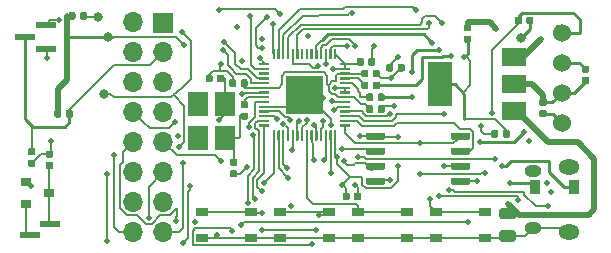
<source format=gbr>
G04 #@! TF.GenerationSoftware,KiCad,Pcbnew,5.1.5+dfsg1-2build2*
G04 #@! TF.CreationDate,2021-09-24T14:29:39+01:00*
G04 #@! TF.ProjectId,picopak,7069636f-7061-46b2-9e6b-696361645f70,rev?*
G04 #@! TF.SameCoordinates,Original*
G04 #@! TF.FileFunction,Copper,L4,Bot*
G04 #@! TF.FilePolarity,Positive*
%FSLAX46Y46*%
G04 Gerber Fmt 4.6, Leading zero omitted, Abs format (unit mm)*
G04 Created by KiCad (PCBNEW 5.1.5+dfsg1-2build2) date 2021-09-24 14:29:39*
%MOMM*%
%LPD*%
G04 APERTURE LIST*
%ADD10C,0.100000*%
%ADD11R,0.900000X0.800000*%
%ADD12R,1.750000X0.600000*%
%ADD13R,0.900000X1.200000*%
%ADD14R,1.800000X2.100000*%
%ADD15C,1.524000*%
%ADD16R,1.050000X0.650000*%
%ADD17R,1.700000X1.700000*%
%ADD18O,1.700000X1.700000*%
%ADD19O,1.450000X1.050000*%
%ADD20O,1.800000X1.300000*%
%ADD21R,2.000000X1.500000*%
%ADD22R,2.000000X3.800000*%
%ADD23C,0.500000*%
%ADD24C,0.800000*%
%ADD25C,0.200000*%
%ADD26C,0.500000*%
%ADD27C,0.250000*%
G04 APERTURE END LIST*
G04 #@! TA.AperFunction,SMDPad,CuDef*
D10*
G36*
X162086958Y-81320710D02*
G01*
X162101276Y-81322834D01*
X162115317Y-81326351D01*
X162128946Y-81331228D01*
X162142031Y-81337417D01*
X162154447Y-81344858D01*
X162166073Y-81353481D01*
X162176798Y-81363202D01*
X162186519Y-81373927D01*
X162195142Y-81385553D01*
X162202583Y-81397969D01*
X162208772Y-81411054D01*
X162213649Y-81424683D01*
X162217166Y-81438724D01*
X162219290Y-81453042D01*
X162220000Y-81467500D01*
X162220000Y-81762500D01*
X162219290Y-81776958D01*
X162217166Y-81791276D01*
X162213649Y-81805317D01*
X162208772Y-81818946D01*
X162202583Y-81832031D01*
X162195142Y-81844447D01*
X162186519Y-81856073D01*
X162176798Y-81866798D01*
X162166073Y-81876519D01*
X162154447Y-81885142D01*
X162142031Y-81892583D01*
X162128946Y-81898772D01*
X162115317Y-81903649D01*
X162101276Y-81907166D01*
X162086958Y-81909290D01*
X162072500Y-81910000D01*
X161727500Y-81910000D01*
X161713042Y-81909290D01*
X161698724Y-81907166D01*
X161684683Y-81903649D01*
X161671054Y-81898772D01*
X161657969Y-81892583D01*
X161645553Y-81885142D01*
X161633927Y-81876519D01*
X161623202Y-81866798D01*
X161613481Y-81856073D01*
X161604858Y-81844447D01*
X161597417Y-81832031D01*
X161591228Y-81818946D01*
X161586351Y-81805317D01*
X161582834Y-81791276D01*
X161580710Y-81776958D01*
X161580000Y-81762500D01*
X161580000Y-81467500D01*
X161580710Y-81453042D01*
X161582834Y-81438724D01*
X161586351Y-81424683D01*
X161591228Y-81411054D01*
X161597417Y-81397969D01*
X161604858Y-81385553D01*
X161613481Y-81373927D01*
X161623202Y-81363202D01*
X161633927Y-81353481D01*
X161645553Y-81344858D01*
X161657969Y-81337417D01*
X161671054Y-81331228D01*
X161684683Y-81326351D01*
X161698724Y-81322834D01*
X161713042Y-81320710D01*
X161727500Y-81320000D01*
X162072500Y-81320000D01*
X162086958Y-81320710D01*
G37*
G04 #@! TD.AperFunction*
G04 #@! TA.AperFunction,SMDPad,CuDef*
G36*
X162086958Y-82290710D02*
G01*
X162101276Y-82292834D01*
X162115317Y-82296351D01*
X162128946Y-82301228D01*
X162142031Y-82307417D01*
X162154447Y-82314858D01*
X162166073Y-82323481D01*
X162176798Y-82333202D01*
X162186519Y-82343927D01*
X162195142Y-82355553D01*
X162202583Y-82367969D01*
X162208772Y-82381054D01*
X162213649Y-82394683D01*
X162217166Y-82408724D01*
X162219290Y-82423042D01*
X162220000Y-82437500D01*
X162220000Y-82732500D01*
X162219290Y-82746958D01*
X162217166Y-82761276D01*
X162213649Y-82775317D01*
X162208772Y-82788946D01*
X162202583Y-82802031D01*
X162195142Y-82814447D01*
X162186519Y-82826073D01*
X162176798Y-82836798D01*
X162166073Y-82846519D01*
X162154447Y-82855142D01*
X162142031Y-82862583D01*
X162128946Y-82868772D01*
X162115317Y-82873649D01*
X162101276Y-82877166D01*
X162086958Y-82879290D01*
X162072500Y-82880000D01*
X161727500Y-82880000D01*
X161713042Y-82879290D01*
X161698724Y-82877166D01*
X161684683Y-82873649D01*
X161671054Y-82868772D01*
X161657969Y-82862583D01*
X161645553Y-82855142D01*
X161633927Y-82846519D01*
X161623202Y-82836798D01*
X161613481Y-82826073D01*
X161604858Y-82814447D01*
X161597417Y-82802031D01*
X161591228Y-82788946D01*
X161586351Y-82775317D01*
X161582834Y-82761276D01*
X161580710Y-82746958D01*
X161580000Y-82732500D01*
X161580000Y-82437500D01*
X161580710Y-82423042D01*
X161582834Y-82408724D01*
X161586351Y-82394683D01*
X161591228Y-82381054D01*
X161597417Y-82367969D01*
X161604858Y-82355553D01*
X161613481Y-82343927D01*
X161623202Y-82333202D01*
X161633927Y-82323481D01*
X161645553Y-82314858D01*
X161657969Y-82307417D01*
X161671054Y-82301228D01*
X161684683Y-82296351D01*
X161698724Y-82292834D01*
X161713042Y-82290710D01*
X161727500Y-82290000D01*
X162072500Y-82290000D01*
X162086958Y-82290710D01*
G37*
G04 #@! TD.AperFunction*
G04 #@! TA.AperFunction,SMDPad,CuDef*
G36*
X163586958Y-81520710D02*
G01*
X163601276Y-81522834D01*
X163615317Y-81526351D01*
X163628946Y-81531228D01*
X163642031Y-81537417D01*
X163654447Y-81544858D01*
X163666073Y-81553481D01*
X163676798Y-81563202D01*
X163686519Y-81573927D01*
X163695142Y-81585553D01*
X163702583Y-81597969D01*
X163708772Y-81611054D01*
X163713649Y-81624683D01*
X163717166Y-81638724D01*
X163719290Y-81653042D01*
X163720000Y-81667500D01*
X163720000Y-81962500D01*
X163719290Y-81976958D01*
X163717166Y-81991276D01*
X163713649Y-82005317D01*
X163708772Y-82018946D01*
X163702583Y-82032031D01*
X163695142Y-82044447D01*
X163686519Y-82056073D01*
X163676798Y-82066798D01*
X163666073Y-82076519D01*
X163654447Y-82085142D01*
X163642031Y-82092583D01*
X163628946Y-82098772D01*
X163615317Y-82103649D01*
X163601276Y-82107166D01*
X163586958Y-82109290D01*
X163572500Y-82110000D01*
X163227500Y-82110000D01*
X163213042Y-82109290D01*
X163198724Y-82107166D01*
X163184683Y-82103649D01*
X163171054Y-82098772D01*
X163157969Y-82092583D01*
X163145553Y-82085142D01*
X163133927Y-82076519D01*
X163123202Y-82066798D01*
X163113481Y-82056073D01*
X163104858Y-82044447D01*
X163097417Y-82032031D01*
X163091228Y-82018946D01*
X163086351Y-82005317D01*
X163082834Y-81991276D01*
X163080710Y-81976958D01*
X163080000Y-81962500D01*
X163080000Y-81667500D01*
X163080710Y-81653042D01*
X163082834Y-81638724D01*
X163086351Y-81624683D01*
X163091228Y-81611054D01*
X163097417Y-81597969D01*
X163104858Y-81585553D01*
X163113481Y-81573927D01*
X163123202Y-81563202D01*
X163133927Y-81553481D01*
X163145553Y-81544858D01*
X163157969Y-81537417D01*
X163171054Y-81531228D01*
X163184683Y-81526351D01*
X163198724Y-81522834D01*
X163213042Y-81520710D01*
X163227500Y-81520000D01*
X163572500Y-81520000D01*
X163586958Y-81520710D01*
G37*
G04 #@! TD.AperFunction*
G04 #@! TA.AperFunction,SMDPad,CuDef*
G36*
X163586958Y-82490710D02*
G01*
X163601276Y-82492834D01*
X163615317Y-82496351D01*
X163628946Y-82501228D01*
X163642031Y-82507417D01*
X163654447Y-82514858D01*
X163666073Y-82523481D01*
X163676798Y-82533202D01*
X163686519Y-82543927D01*
X163695142Y-82555553D01*
X163702583Y-82567969D01*
X163708772Y-82581054D01*
X163713649Y-82594683D01*
X163717166Y-82608724D01*
X163719290Y-82623042D01*
X163720000Y-82637500D01*
X163720000Y-82932500D01*
X163719290Y-82946958D01*
X163717166Y-82961276D01*
X163713649Y-82975317D01*
X163708772Y-82988946D01*
X163702583Y-83002031D01*
X163695142Y-83014447D01*
X163686519Y-83026073D01*
X163676798Y-83036798D01*
X163666073Y-83046519D01*
X163654447Y-83055142D01*
X163642031Y-83062583D01*
X163628946Y-83068772D01*
X163615317Y-83073649D01*
X163601276Y-83077166D01*
X163586958Y-83079290D01*
X163572500Y-83080000D01*
X163227500Y-83080000D01*
X163213042Y-83079290D01*
X163198724Y-83077166D01*
X163184683Y-83073649D01*
X163171054Y-83068772D01*
X163157969Y-83062583D01*
X163145553Y-83055142D01*
X163133927Y-83046519D01*
X163123202Y-83036798D01*
X163113481Y-83026073D01*
X163104858Y-83014447D01*
X163097417Y-83002031D01*
X163091228Y-82988946D01*
X163086351Y-82975317D01*
X163082834Y-82961276D01*
X163080710Y-82946958D01*
X163080000Y-82932500D01*
X163080000Y-82637500D01*
X163080710Y-82623042D01*
X163082834Y-82608724D01*
X163086351Y-82594683D01*
X163091228Y-82581054D01*
X163097417Y-82567969D01*
X163104858Y-82555553D01*
X163113481Y-82543927D01*
X163123202Y-82533202D01*
X163133927Y-82523481D01*
X163145553Y-82514858D01*
X163157969Y-82507417D01*
X163171054Y-82501228D01*
X163184683Y-82496351D01*
X163198724Y-82492834D01*
X163213042Y-82490710D01*
X163227500Y-82490000D01*
X163572500Y-82490000D01*
X163586958Y-82490710D01*
G37*
G04 #@! TD.AperFunction*
D11*
X163400000Y-85100000D03*
X161400000Y-84150000D03*
X161400000Y-86050000D03*
D12*
X163475000Y-87700000D03*
X161725000Y-88700000D03*
D13*
X207850000Y-84600000D03*
X204550000Y-84600000D03*
D12*
X161325000Y-71900000D03*
X163075000Y-72900000D03*
X163075000Y-70900000D03*
G04 #@! TA.AperFunction,SMDPad,CuDef*
D10*
G36*
X198986958Y-70820710D02*
G01*
X199001276Y-70822834D01*
X199015317Y-70826351D01*
X199028946Y-70831228D01*
X199042031Y-70837417D01*
X199054447Y-70844858D01*
X199066073Y-70853481D01*
X199076798Y-70863202D01*
X199086519Y-70873927D01*
X199095142Y-70885553D01*
X199102583Y-70897969D01*
X199108772Y-70911054D01*
X199113649Y-70924683D01*
X199117166Y-70938724D01*
X199119290Y-70953042D01*
X199120000Y-70967500D01*
X199120000Y-71262500D01*
X199119290Y-71276958D01*
X199117166Y-71291276D01*
X199113649Y-71305317D01*
X199108772Y-71318946D01*
X199102583Y-71332031D01*
X199095142Y-71344447D01*
X199086519Y-71356073D01*
X199076798Y-71366798D01*
X199066073Y-71376519D01*
X199054447Y-71385142D01*
X199042031Y-71392583D01*
X199028946Y-71398772D01*
X199015317Y-71403649D01*
X199001276Y-71407166D01*
X198986958Y-71409290D01*
X198972500Y-71410000D01*
X198627500Y-71410000D01*
X198613042Y-71409290D01*
X198598724Y-71407166D01*
X198584683Y-71403649D01*
X198571054Y-71398772D01*
X198557969Y-71392583D01*
X198545553Y-71385142D01*
X198533927Y-71376519D01*
X198523202Y-71366798D01*
X198513481Y-71356073D01*
X198504858Y-71344447D01*
X198497417Y-71332031D01*
X198491228Y-71318946D01*
X198486351Y-71305317D01*
X198482834Y-71291276D01*
X198480710Y-71276958D01*
X198480000Y-71262500D01*
X198480000Y-70967500D01*
X198480710Y-70953042D01*
X198482834Y-70938724D01*
X198486351Y-70924683D01*
X198491228Y-70911054D01*
X198497417Y-70897969D01*
X198504858Y-70885553D01*
X198513481Y-70873927D01*
X198523202Y-70863202D01*
X198533927Y-70853481D01*
X198545553Y-70844858D01*
X198557969Y-70837417D01*
X198571054Y-70831228D01*
X198584683Y-70826351D01*
X198598724Y-70822834D01*
X198613042Y-70820710D01*
X198627500Y-70820000D01*
X198972500Y-70820000D01*
X198986958Y-70820710D01*
G37*
G04 #@! TD.AperFunction*
G04 #@! TA.AperFunction,SMDPad,CuDef*
G36*
X198986958Y-71790710D02*
G01*
X199001276Y-71792834D01*
X199015317Y-71796351D01*
X199028946Y-71801228D01*
X199042031Y-71807417D01*
X199054447Y-71814858D01*
X199066073Y-71823481D01*
X199076798Y-71833202D01*
X199086519Y-71843927D01*
X199095142Y-71855553D01*
X199102583Y-71867969D01*
X199108772Y-71881054D01*
X199113649Y-71894683D01*
X199117166Y-71908724D01*
X199119290Y-71923042D01*
X199120000Y-71937500D01*
X199120000Y-72232500D01*
X199119290Y-72246958D01*
X199117166Y-72261276D01*
X199113649Y-72275317D01*
X199108772Y-72288946D01*
X199102583Y-72302031D01*
X199095142Y-72314447D01*
X199086519Y-72326073D01*
X199076798Y-72336798D01*
X199066073Y-72346519D01*
X199054447Y-72355142D01*
X199042031Y-72362583D01*
X199028946Y-72368772D01*
X199015317Y-72373649D01*
X199001276Y-72377166D01*
X198986958Y-72379290D01*
X198972500Y-72380000D01*
X198627500Y-72380000D01*
X198613042Y-72379290D01*
X198598724Y-72377166D01*
X198584683Y-72373649D01*
X198571054Y-72368772D01*
X198557969Y-72362583D01*
X198545553Y-72355142D01*
X198533927Y-72346519D01*
X198523202Y-72336798D01*
X198513481Y-72326073D01*
X198504858Y-72314447D01*
X198497417Y-72302031D01*
X198491228Y-72288946D01*
X198486351Y-72275317D01*
X198482834Y-72261276D01*
X198480710Y-72246958D01*
X198480000Y-72232500D01*
X198480000Y-71937500D01*
X198480710Y-71923042D01*
X198482834Y-71908724D01*
X198486351Y-71894683D01*
X198491228Y-71881054D01*
X198497417Y-71867969D01*
X198504858Y-71855553D01*
X198513481Y-71843927D01*
X198523202Y-71833202D01*
X198533927Y-71823481D01*
X198545553Y-71814858D01*
X198557969Y-71807417D01*
X198571054Y-71801228D01*
X198584683Y-71796351D01*
X198598724Y-71792834D01*
X198613042Y-71790710D01*
X198627500Y-71790000D01*
X198972500Y-71790000D01*
X198986958Y-71790710D01*
G37*
G04 #@! TD.AperFunction*
G04 #@! TA.AperFunction,SMDPad,CuDef*
G36*
X177076958Y-75080710D02*
G01*
X177091276Y-75082834D01*
X177105317Y-75086351D01*
X177118946Y-75091228D01*
X177132031Y-75097417D01*
X177144447Y-75104858D01*
X177156073Y-75113481D01*
X177166798Y-75123202D01*
X177176519Y-75133927D01*
X177185142Y-75145553D01*
X177192583Y-75157969D01*
X177198772Y-75171054D01*
X177203649Y-75184683D01*
X177207166Y-75198724D01*
X177209290Y-75213042D01*
X177210000Y-75227500D01*
X177210000Y-75572500D01*
X177209290Y-75586958D01*
X177207166Y-75601276D01*
X177203649Y-75615317D01*
X177198772Y-75628946D01*
X177192583Y-75642031D01*
X177185142Y-75654447D01*
X177176519Y-75666073D01*
X177166798Y-75676798D01*
X177156073Y-75686519D01*
X177144447Y-75695142D01*
X177132031Y-75702583D01*
X177118946Y-75708772D01*
X177105317Y-75713649D01*
X177091276Y-75717166D01*
X177076958Y-75719290D01*
X177062500Y-75720000D01*
X176767500Y-75720000D01*
X176753042Y-75719290D01*
X176738724Y-75717166D01*
X176724683Y-75713649D01*
X176711054Y-75708772D01*
X176697969Y-75702583D01*
X176685553Y-75695142D01*
X176673927Y-75686519D01*
X176663202Y-75676798D01*
X176653481Y-75666073D01*
X176644858Y-75654447D01*
X176637417Y-75642031D01*
X176631228Y-75628946D01*
X176626351Y-75615317D01*
X176622834Y-75601276D01*
X176620710Y-75586958D01*
X176620000Y-75572500D01*
X176620000Y-75227500D01*
X176620710Y-75213042D01*
X176622834Y-75198724D01*
X176626351Y-75184683D01*
X176631228Y-75171054D01*
X176637417Y-75157969D01*
X176644858Y-75145553D01*
X176653481Y-75133927D01*
X176663202Y-75123202D01*
X176673927Y-75113481D01*
X176685553Y-75104858D01*
X176697969Y-75097417D01*
X176711054Y-75091228D01*
X176724683Y-75086351D01*
X176738724Y-75082834D01*
X176753042Y-75080710D01*
X176767500Y-75080000D01*
X177062500Y-75080000D01*
X177076958Y-75080710D01*
G37*
G04 #@! TD.AperFunction*
G04 #@! TA.AperFunction,SMDPad,CuDef*
G36*
X178046958Y-75080710D02*
G01*
X178061276Y-75082834D01*
X178075317Y-75086351D01*
X178088946Y-75091228D01*
X178102031Y-75097417D01*
X178114447Y-75104858D01*
X178126073Y-75113481D01*
X178136798Y-75123202D01*
X178146519Y-75133927D01*
X178155142Y-75145553D01*
X178162583Y-75157969D01*
X178168772Y-75171054D01*
X178173649Y-75184683D01*
X178177166Y-75198724D01*
X178179290Y-75213042D01*
X178180000Y-75227500D01*
X178180000Y-75572500D01*
X178179290Y-75586958D01*
X178177166Y-75601276D01*
X178173649Y-75615317D01*
X178168772Y-75628946D01*
X178162583Y-75642031D01*
X178155142Y-75654447D01*
X178146519Y-75666073D01*
X178136798Y-75676798D01*
X178126073Y-75686519D01*
X178114447Y-75695142D01*
X178102031Y-75702583D01*
X178088946Y-75708772D01*
X178075317Y-75713649D01*
X178061276Y-75717166D01*
X178046958Y-75719290D01*
X178032500Y-75720000D01*
X177737500Y-75720000D01*
X177723042Y-75719290D01*
X177708724Y-75717166D01*
X177694683Y-75713649D01*
X177681054Y-75708772D01*
X177667969Y-75702583D01*
X177655553Y-75695142D01*
X177643927Y-75686519D01*
X177633202Y-75676798D01*
X177623481Y-75666073D01*
X177614858Y-75654447D01*
X177607417Y-75642031D01*
X177601228Y-75628946D01*
X177596351Y-75615317D01*
X177592834Y-75601276D01*
X177590710Y-75586958D01*
X177590000Y-75572500D01*
X177590000Y-75227500D01*
X177590710Y-75213042D01*
X177592834Y-75198724D01*
X177596351Y-75184683D01*
X177601228Y-75171054D01*
X177607417Y-75157969D01*
X177614858Y-75145553D01*
X177623481Y-75133927D01*
X177633202Y-75123202D01*
X177643927Y-75113481D01*
X177655553Y-75104858D01*
X177667969Y-75097417D01*
X177681054Y-75091228D01*
X177694683Y-75086351D01*
X177708724Y-75082834D01*
X177723042Y-75080710D01*
X177737500Y-75080000D01*
X178032500Y-75080000D01*
X178046958Y-75080710D01*
G37*
G04 #@! TD.AperFunction*
G04 #@! TA.AperFunction,SMDPad,CuDef*
G36*
X179186958Y-83190710D02*
G01*
X179201276Y-83192834D01*
X179215317Y-83196351D01*
X179228946Y-83201228D01*
X179242031Y-83207417D01*
X179254447Y-83214858D01*
X179266073Y-83223481D01*
X179276798Y-83233202D01*
X179286519Y-83243927D01*
X179295142Y-83255553D01*
X179302583Y-83267969D01*
X179308772Y-83281054D01*
X179313649Y-83294683D01*
X179317166Y-83308724D01*
X179319290Y-83323042D01*
X179320000Y-83337500D01*
X179320000Y-83632500D01*
X179319290Y-83646958D01*
X179317166Y-83661276D01*
X179313649Y-83675317D01*
X179308772Y-83688946D01*
X179302583Y-83702031D01*
X179295142Y-83714447D01*
X179286519Y-83726073D01*
X179276798Y-83736798D01*
X179266073Y-83746519D01*
X179254447Y-83755142D01*
X179242031Y-83762583D01*
X179228946Y-83768772D01*
X179215317Y-83773649D01*
X179201276Y-83777166D01*
X179186958Y-83779290D01*
X179172500Y-83780000D01*
X178827500Y-83780000D01*
X178813042Y-83779290D01*
X178798724Y-83777166D01*
X178784683Y-83773649D01*
X178771054Y-83768772D01*
X178757969Y-83762583D01*
X178745553Y-83755142D01*
X178733927Y-83746519D01*
X178723202Y-83736798D01*
X178713481Y-83726073D01*
X178704858Y-83714447D01*
X178697417Y-83702031D01*
X178691228Y-83688946D01*
X178686351Y-83675317D01*
X178682834Y-83661276D01*
X178680710Y-83646958D01*
X178680000Y-83632500D01*
X178680000Y-83337500D01*
X178680710Y-83323042D01*
X178682834Y-83308724D01*
X178686351Y-83294683D01*
X178691228Y-83281054D01*
X178697417Y-83267969D01*
X178704858Y-83255553D01*
X178713481Y-83243927D01*
X178723202Y-83233202D01*
X178733927Y-83223481D01*
X178745553Y-83214858D01*
X178757969Y-83207417D01*
X178771054Y-83201228D01*
X178784683Y-83196351D01*
X178798724Y-83192834D01*
X178813042Y-83190710D01*
X178827500Y-83190000D01*
X179172500Y-83190000D01*
X179186958Y-83190710D01*
G37*
G04 #@! TD.AperFunction*
G04 #@! TA.AperFunction,SMDPad,CuDef*
G36*
X179186958Y-82220710D02*
G01*
X179201276Y-82222834D01*
X179215317Y-82226351D01*
X179228946Y-82231228D01*
X179242031Y-82237417D01*
X179254447Y-82244858D01*
X179266073Y-82253481D01*
X179276798Y-82263202D01*
X179286519Y-82273927D01*
X179295142Y-82285553D01*
X179302583Y-82297969D01*
X179308772Y-82311054D01*
X179313649Y-82324683D01*
X179317166Y-82338724D01*
X179319290Y-82353042D01*
X179320000Y-82367500D01*
X179320000Y-82662500D01*
X179319290Y-82676958D01*
X179317166Y-82691276D01*
X179313649Y-82705317D01*
X179308772Y-82718946D01*
X179302583Y-82732031D01*
X179295142Y-82744447D01*
X179286519Y-82756073D01*
X179276798Y-82766798D01*
X179266073Y-82776519D01*
X179254447Y-82785142D01*
X179242031Y-82792583D01*
X179228946Y-82798772D01*
X179215317Y-82803649D01*
X179201276Y-82807166D01*
X179186958Y-82809290D01*
X179172500Y-82810000D01*
X178827500Y-82810000D01*
X178813042Y-82809290D01*
X178798724Y-82807166D01*
X178784683Y-82803649D01*
X178771054Y-82798772D01*
X178757969Y-82792583D01*
X178745553Y-82785142D01*
X178733927Y-82776519D01*
X178723202Y-82766798D01*
X178713481Y-82756073D01*
X178704858Y-82744447D01*
X178697417Y-82732031D01*
X178691228Y-82718946D01*
X178686351Y-82705317D01*
X178682834Y-82691276D01*
X178680710Y-82676958D01*
X178680000Y-82662500D01*
X178680000Y-82367500D01*
X178680710Y-82353042D01*
X178682834Y-82338724D01*
X178686351Y-82324683D01*
X178691228Y-82311054D01*
X178697417Y-82297969D01*
X178704858Y-82285553D01*
X178713481Y-82273927D01*
X178723202Y-82263202D01*
X178733927Y-82253481D01*
X178745553Y-82244858D01*
X178757969Y-82237417D01*
X178771054Y-82231228D01*
X178784683Y-82226351D01*
X178798724Y-82222834D01*
X178813042Y-82220710D01*
X178827500Y-82220000D01*
X179172500Y-82220000D01*
X179186958Y-82220710D01*
G37*
G04 #@! TD.AperFunction*
G04 #@! TA.AperFunction,SMDPad,CuDef*
G36*
X205386958Y-78090710D02*
G01*
X205401276Y-78092834D01*
X205415317Y-78096351D01*
X205428946Y-78101228D01*
X205442031Y-78107417D01*
X205454447Y-78114858D01*
X205466073Y-78123481D01*
X205476798Y-78133202D01*
X205486519Y-78143927D01*
X205495142Y-78155553D01*
X205502583Y-78167969D01*
X205508772Y-78181054D01*
X205513649Y-78194683D01*
X205517166Y-78208724D01*
X205519290Y-78223042D01*
X205520000Y-78237500D01*
X205520000Y-78532500D01*
X205519290Y-78546958D01*
X205517166Y-78561276D01*
X205513649Y-78575317D01*
X205508772Y-78588946D01*
X205502583Y-78602031D01*
X205495142Y-78614447D01*
X205486519Y-78626073D01*
X205476798Y-78636798D01*
X205466073Y-78646519D01*
X205454447Y-78655142D01*
X205442031Y-78662583D01*
X205428946Y-78668772D01*
X205415317Y-78673649D01*
X205401276Y-78677166D01*
X205386958Y-78679290D01*
X205372500Y-78680000D01*
X205027500Y-78680000D01*
X205013042Y-78679290D01*
X204998724Y-78677166D01*
X204984683Y-78673649D01*
X204971054Y-78668772D01*
X204957969Y-78662583D01*
X204945553Y-78655142D01*
X204933927Y-78646519D01*
X204923202Y-78636798D01*
X204913481Y-78626073D01*
X204904858Y-78614447D01*
X204897417Y-78602031D01*
X204891228Y-78588946D01*
X204886351Y-78575317D01*
X204882834Y-78561276D01*
X204880710Y-78546958D01*
X204880000Y-78532500D01*
X204880000Y-78237500D01*
X204880710Y-78223042D01*
X204882834Y-78208724D01*
X204886351Y-78194683D01*
X204891228Y-78181054D01*
X204897417Y-78167969D01*
X204904858Y-78155553D01*
X204913481Y-78143927D01*
X204923202Y-78133202D01*
X204933927Y-78123481D01*
X204945553Y-78114858D01*
X204957969Y-78107417D01*
X204971054Y-78101228D01*
X204984683Y-78096351D01*
X204998724Y-78092834D01*
X205013042Y-78090710D01*
X205027500Y-78090000D01*
X205372500Y-78090000D01*
X205386958Y-78090710D01*
G37*
G04 #@! TD.AperFunction*
G04 #@! TA.AperFunction,SMDPad,CuDef*
G36*
X205386958Y-77120710D02*
G01*
X205401276Y-77122834D01*
X205415317Y-77126351D01*
X205428946Y-77131228D01*
X205442031Y-77137417D01*
X205454447Y-77144858D01*
X205466073Y-77153481D01*
X205476798Y-77163202D01*
X205486519Y-77173927D01*
X205495142Y-77185553D01*
X205502583Y-77197969D01*
X205508772Y-77211054D01*
X205513649Y-77224683D01*
X205517166Y-77238724D01*
X205519290Y-77253042D01*
X205520000Y-77267500D01*
X205520000Y-77562500D01*
X205519290Y-77576958D01*
X205517166Y-77591276D01*
X205513649Y-77605317D01*
X205508772Y-77618946D01*
X205502583Y-77632031D01*
X205495142Y-77644447D01*
X205486519Y-77656073D01*
X205476798Y-77666798D01*
X205466073Y-77676519D01*
X205454447Y-77685142D01*
X205442031Y-77692583D01*
X205428946Y-77698772D01*
X205415317Y-77703649D01*
X205401276Y-77707166D01*
X205386958Y-77709290D01*
X205372500Y-77710000D01*
X205027500Y-77710000D01*
X205013042Y-77709290D01*
X204998724Y-77707166D01*
X204984683Y-77703649D01*
X204971054Y-77698772D01*
X204957969Y-77692583D01*
X204945553Y-77685142D01*
X204933927Y-77676519D01*
X204923202Y-77666798D01*
X204913481Y-77656073D01*
X204904858Y-77644447D01*
X204897417Y-77632031D01*
X204891228Y-77618946D01*
X204886351Y-77605317D01*
X204882834Y-77591276D01*
X204880710Y-77576958D01*
X204880000Y-77562500D01*
X204880000Y-77267500D01*
X204880710Y-77253042D01*
X204882834Y-77238724D01*
X204886351Y-77224683D01*
X204891228Y-77211054D01*
X204897417Y-77197969D01*
X204904858Y-77185553D01*
X204913481Y-77173927D01*
X204923202Y-77163202D01*
X204933927Y-77153481D01*
X204945553Y-77144858D01*
X204957969Y-77137417D01*
X204971054Y-77131228D01*
X204984683Y-77126351D01*
X204998724Y-77122834D01*
X205013042Y-77120710D01*
X205027500Y-77120000D01*
X205372500Y-77120000D01*
X205386958Y-77120710D01*
G37*
G04 #@! TD.AperFunction*
G04 #@! TA.AperFunction,SMDPad,CuDef*
G36*
X179076958Y-75480710D02*
G01*
X179091276Y-75482834D01*
X179105317Y-75486351D01*
X179118946Y-75491228D01*
X179132031Y-75497417D01*
X179144447Y-75504858D01*
X179156073Y-75513481D01*
X179166798Y-75523202D01*
X179176519Y-75533927D01*
X179185142Y-75545553D01*
X179192583Y-75557969D01*
X179198772Y-75571054D01*
X179203649Y-75584683D01*
X179207166Y-75598724D01*
X179209290Y-75613042D01*
X179210000Y-75627500D01*
X179210000Y-75972500D01*
X179209290Y-75986958D01*
X179207166Y-76001276D01*
X179203649Y-76015317D01*
X179198772Y-76028946D01*
X179192583Y-76042031D01*
X179185142Y-76054447D01*
X179176519Y-76066073D01*
X179166798Y-76076798D01*
X179156073Y-76086519D01*
X179144447Y-76095142D01*
X179132031Y-76102583D01*
X179118946Y-76108772D01*
X179105317Y-76113649D01*
X179091276Y-76117166D01*
X179076958Y-76119290D01*
X179062500Y-76120000D01*
X178767500Y-76120000D01*
X178753042Y-76119290D01*
X178738724Y-76117166D01*
X178724683Y-76113649D01*
X178711054Y-76108772D01*
X178697969Y-76102583D01*
X178685553Y-76095142D01*
X178673927Y-76086519D01*
X178663202Y-76076798D01*
X178653481Y-76066073D01*
X178644858Y-76054447D01*
X178637417Y-76042031D01*
X178631228Y-76028946D01*
X178626351Y-76015317D01*
X178622834Y-76001276D01*
X178620710Y-75986958D01*
X178620000Y-75972500D01*
X178620000Y-75627500D01*
X178620710Y-75613042D01*
X178622834Y-75598724D01*
X178626351Y-75584683D01*
X178631228Y-75571054D01*
X178637417Y-75557969D01*
X178644858Y-75545553D01*
X178653481Y-75533927D01*
X178663202Y-75523202D01*
X178673927Y-75513481D01*
X178685553Y-75504858D01*
X178697969Y-75497417D01*
X178711054Y-75491228D01*
X178724683Y-75486351D01*
X178738724Y-75482834D01*
X178753042Y-75480710D01*
X178767500Y-75480000D01*
X179062500Y-75480000D01*
X179076958Y-75480710D01*
G37*
G04 #@! TD.AperFunction*
G04 #@! TA.AperFunction,SMDPad,CuDef*
G36*
X180046958Y-75480710D02*
G01*
X180061276Y-75482834D01*
X180075317Y-75486351D01*
X180088946Y-75491228D01*
X180102031Y-75497417D01*
X180114447Y-75504858D01*
X180126073Y-75513481D01*
X180136798Y-75523202D01*
X180146519Y-75533927D01*
X180155142Y-75545553D01*
X180162583Y-75557969D01*
X180168772Y-75571054D01*
X180173649Y-75584683D01*
X180177166Y-75598724D01*
X180179290Y-75613042D01*
X180180000Y-75627500D01*
X180180000Y-75972500D01*
X180179290Y-75986958D01*
X180177166Y-76001276D01*
X180173649Y-76015317D01*
X180168772Y-76028946D01*
X180162583Y-76042031D01*
X180155142Y-76054447D01*
X180146519Y-76066073D01*
X180136798Y-76076798D01*
X180126073Y-76086519D01*
X180114447Y-76095142D01*
X180102031Y-76102583D01*
X180088946Y-76108772D01*
X180075317Y-76113649D01*
X180061276Y-76117166D01*
X180046958Y-76119290D01*
X180032500Y-76120000D01*
X179737500Y-76120000D01*
X179723042Y-76119290D01*
X179708724Y-76117166D01*
X179694683Y-76113649D01*
X179681054Y-76108772D01*
X179667969Y-76102583D01*
X179655553Y-76095142D01*
X179643927Y-76086519D01*
X179633202Y-76076798D01*
X179623481Y-76066073D01*
X179614858Y-76054447D01*
X179607417Y-76042031D01*
X179601228Y-76028946D01*
X179596351Y-76015317D01*
X179592834Y-76001276D01*
X179590710Y-75986958D01*
X179590000Y-75972500D01*
X179590000Y-75627500D01*
X179590710Y-75613042D01*
X179592834Y-75598724D01*
X179596351Y-75584683D01*
X179601228Y-75571054D01*
X179607417Y-75557969D01*
X179614858Y-75545553D01*
X179623481Y-75533927D01*
X179633202Y-75523202D01*
X179643927Y-75513481D01*
X179655553Y-75504858D01*
X179667969Y-75497417D01*
X179681054Y-75491228D01*
X179694683Y-75486351D01*
X179708724Y-75482834D01*
X179723042Y-75480710D01*
X179737500Y-75480000D01*
X180032500Y-75480000D01*
X180046958Y-75480710D01*
G37*
G04 #@! TD.AperFunction*
G04 #@! TA.AperFunction,SMDPad,CuDef*
G36*
X191646958Y-77680710D02*
G01*
X191661276Y-77682834D01*
X191675317Y-77686351D01*
X191688946Y-77691228D01*
X191702031Y-77697417D01*
X191714447Y-77704858D01*
X191726073Y-77713481D01*
X191736798Y-77723202D01*
X191746519Y-77733927D01*
X191755142Y-77745553D01*
X191762583Y-77757969D01*
X191768772Y-77771054D01*
X191773649Y-77784683D01*
X191777166Y-77798724D01*
X191779290Y-77813042D01*
X191780000Y-77827500D01*
X191780000Y-78172500D01*
X191779290Y-78186958D01*
X191777166Y-78201276D01*
X191773649Y-78215317D01*
X191768772Y-78228946D01*
X191762583Y-78242031D01*
X191755142Y-78254447D01*
X191746519Y-78266073D01*
X191736798Y-78276798D01*
X191726073Y-78286519D01*
X191714447Y-78295142D01*
X191702031Y-78302583D01*
X191688946Y-78308772D01*
X191675317Y-78313649D01*
X191661276Y-78317166D01*
X191646958Y-78319290D01*
X191632500Y-78320000D01*
X191337500Y-78320000D01*
X191323042Y-78319290D01*
X191308724Y-78317166D01*
X191294683Y-78313649D01*
X191281054Y-78308772D01*
X191267969Y-78302583D01*
X191255553Y-78295142D01*
X191243927Y-78286519D01*
X191233202Y-78276798D01*
X191223481Y-78266073D01*
X191214858Y-78254447D01*
X191207417Y-78242031D01*
X191201228Y-78228946D01*
X191196351Y-78215317D01*
X191192834Y-78201276D01*
X191190710Y-78186958D01*
X191190000Y-78172500D01*
X191190000Y-77827500D01*
X191190710Y-77813042D01*
X191192834Y-77798724D01*
X191196351Y-77784683D01*
X191201228Y-77771054D01*
X191207417Y-77757969D01*
X191214858Y-77745553D01*
X191223481Y-77733927D01*
X191233202Y-77723202D01*
X191243927Y-77713481D01*
X191255553Y-77704858D01*
X191267969Y-77697417D01*
X191281054Y-77691228D01*
X191294683Y-77686351D01*
X191308724Y-77682834D01*
X191323042Y-77680710D01*
X191337500Y-77680000D01*
X191632500Y-77680000D01*
X191646958Y-77680710D01*
G37*
G04 #@! TD.AperFunction*
G04 #@! TA.AperFunction,SMDPad,CuDef*
G36*
X190676958Y-77680710D02*
G01*
X190691276Y-77682834D01*
X190705317Y-77686351D01*
X190718946Y-77691228D01*
X190732031Y-77697417D01*
X190744447Y-77704858D01*
X190756073Y-77713481D01*
X190766798Y-77723202D01*
X190776519Y-77733927D01*
X190785142Y-77745553D01*
X190792583Y-77757969D01*
X190798772Y-77771054D01*
X190803649Y-77784683D01*
X190807166Y-77798724D01*
X190809290Y-77813042D01*
X190810000Y-77827500D01*
X190810000Y-78172500D01*
X190809290Y-78186958D01*
X190807166Y-78201276D01*
X190803649Y-78215317D01*
X190798772Y-78228946D01*
X190792583Y-78242031D01*
X190785142Y-78254447D01*
X190776519Y-78266073D01*
X190766798Y-78276798D01*
X190756073Y-78286519D01*
X190744447Y-78295142D01*
X190732031Y-78302583D01*
X190718946Y-78308772D01*
X190705317Y-78313649D01*
X190691276Y-78317166D01*
X190676958Y-78319290D01*
X190662500Y-78320000D01*
X190367500Y-78320000D01*
X190353042Y-78319290D01*
X190338724Y-78317166D01*
X190324683Y-78313649D01*
X190311054Y-78308772D01*
X190297969Y-78302583D01*
X190285553Y-78295142D01*
X190273927Y-78286519D01*
X190263202Y-78276798D01*
X190253481Y-78266073D01*
X190244858Y-78254447D01*
X190237417Y-78242031D01*
X190231228Y-78228946D01*
X190226351Y-78215317D01*
X190222834Y-78201276D01*
X190220710Y-78186958D01*
X190220000Y-78172500D01*
X190220000Y-77827500D01*
X190220710Y-77813042D01*
X190222834Y-77798724D01*
X190226351Y-77784683D01*
X190231228Y-77771054D01*
X190237417Y-77757969D01*
X190244858Y-77745553D01*
X190253481Y-77733927D01*
X190263202Y-77723202D01*
X190273927Y-77713481D01*
X190285553Y-77704858D01*
X190297969Y-77697417D01*
X190311054Y-77691228D01*
X190324683Y-77686351D01*
X190338724Y-77682834D01*
X190353042Y-77680710D01*
X190367500Y-77680000D01*
X190662500Y-77680000D01*
X190676958Y-77680710D01*
G37*
G04 #@! TD.AperFunction*
G04 #@! TA.AperFunction,SMDPad,CuDef*
G36*
X191246958Y-74680710D02*
G01*
X191261276Y-74682834D01*
X191275317Y-74686351D01*
X191288946Y-74691228D01*
X191302031Y-74697417D01*
X191314447Y-74704858D01*
X191326073Y-74713481D01*
X191336798Y-74723202D01*
X191346519Y-74733927D01*
X191355142Y-74745553D01*
X191362583Y-74757969D01*
X191368772Y-74771054D01*
X191373649Y-74784683D01*
X191377166Y-74798724D01*
X191379290Y-74813042D01*
X191380000Y-74827500D01*
X191380000Y-75172500D01*
X191379290Y-75186958D01*
X191377166Y-75201276D01*
X191373649Y-75215317D01*
X191368772Y-75228946D01*
X191362583Y-75242031D01*
X191355142Y-75254447D01*
X191346519Y-75266073D01*
X191336798Y-75276798D01*
X191326073Y-75286519D01*
X191314447Y-75295142D01*
X191302031Y-75302583D01*
X191288946Y-75308772D01*
X191275317Y-75313649D01*
X191261276Y-75317166D01*
X191246958Y-75319290D01*
X191232500Y-75320000D01*
X190937500Y-75320000D01*
X190923042Y-75319290D01*
X190908724Y-75317166D01*
X190894683Y-75313649D01*
X190881054Y-75308772D01*
X190867969Y-75302583D01*
X190855553Y-75295142D01*
X190843927Y-75286519D01*
X190833202Y-75276798D01*
X190823481Y-75266073D01*
X190814858Y-75254447D01*
X190807417Y-75242031D01*
X190801228Y-75228946D01*
X190796351Y-75215317D01*
X190792834Y-75201276D01*
X190790710Y-75186958D01*
X190790000Y-75172500D01*
X190790000Y-74827500D01*
X190790710Y-74813042D01*
X190792834Y-74798724D01*
X190796351Y-74784683D01*
X190801228Y-74771054D01*
X190807417Y-74757969D01*
X190814858Y-74745553D01*
X190823481Y-74733927D01*
X190833202Y-74723202D01*
X190843927Y-74713481D01*
X190855553Y-74704858D01*
X190867969Y-74697417D01*
X190881054Y-74691228D01*
X190894683Y-74686351D01*
X190908724Y-74682834D01*
X190923042Y-74680710D01*
X190937500Y-74680000D01*
X191232500Y-74680000D01*
X191246958Y-74680710D01*
G37*
G04 #@! TD.AperFunction*
G04 #@! TA.AperFunction,SMDPad,CuDef*
G36*
X190276958Y-74680710D02*
G01*
X190291276Y-74682834D01*
X190305317Y-74686351D01*
X190318946Y-74691228D01*
X190332031Y-74697417D01*
X190344447Y-74704858D01*
X190356073Y-74713481D01*
X190366798Y-74723202D01*
X190376519Y-74733927D01*
X190385142Y-74745553D01*
X190392583Y-74757969D01*
X190398772Y-74771054D01*
X190403649Y-74784683D01*
X190407166Y-74798724D01*
X190409290Y-74813042D01*
X190410000Y-74827500D01*
X190410000Y-75172500D01*
X190409290Y-75186958D01*
X190407166Y-75201276D01*
X190403649Y-75215317D01*
X190398772Y-75228946D01*
X190392583Y-75242031D01*
X190385142Y-75254447D01*
X190376519Y-75266073D01*
X190366798Y-75276798D01*
X190356073Y-75286519D01*
X190344447Y-75295142D01*
X190332031Y-75302583D01*
X190318946Y-75308772D01*
X190305317Y-75313649D01*
X190291276Y-75317166D01*
X190276958Y-75319290D01*
X190262500Y-75320000D01*
X189967500Y-75320000D01*
X189953042Y-75319290D01*
X189938724Y-75317166D01*
X189924683Y-75313649D01*
X189911054Y-75308772D01*
X189897969Y-75302583D01*
X189885553Y-75295142D01*
X189873927Y-75286519D01*
X189863202Y-75276798D01*
X189853481Y-75266073D01*
X189844858Y-75254447D01*
X189837417Y-75242031D01*
X189831228Y-75228946D01*
X189826351Y-75215317D01*
X189822834Y-75201276D01*
X189820710Y-75186958D01*
X189820000Y-75172500D01*
X189820000Y-74827500D01*
X189820710Y-74813042D01*
X189822834Y-74798724D01*
X189826351Y-74784683D01*
X189831228Y-74771054D01*
X189837417Y-74757969D01*
X189844858Y-74745553D01*
X189853481Y-74733927D01*
X189863202Y-74723202D01*
X189873927Y-74713481D01*
X189885553Y-74704858D01*
X189897969Y-74697417D01*
X189911054Y-74691228D01*
X189924683Y-74686351D01*
X189938724Y-74682834D01*
X189953042Y-74680710D01*
X189967500Y-74680000D01*
X190262500Y-74680000D01*
X190276958Y-74680710D01*
G37*
G04 #@! TD.AperFunction*
G04 #@! TA.AperFunction,SMDPad,CuDef*
G36*
X190846958Y-73680710D02*
G01*
X190861276Y-73682834D01*
X190875317Y-73686351D01*
X190888946Y-73691228D01*
X190902031Y-73697417D01*
X190914447Y-73704858D01*
X190926073Y-73713481D01*
X190936798Y-73723202D01*
X190946519Y-73733927D01*
X190955142Y-73745553D01*
X190962583Y-73757969D01*
X190968772Y-73771054D01*
X190973649Y-73784683D01*
X190977166Y-73798724D01*
X190979290Y-73813042D01*
X190980000Y-73827500D01*
X190980000Y-74172500D01*
X190979290Y-74186958D01*
X190977166Y-74201276D01*
X190973649Y-74215317D01*
X190968772Y-74228946D01*
X190962583Y-74242031D01*
X190955142Y-74254447D01*
X190946519Y-74266073D01*
X190936798Y-74276798D01*
X190926073Y-74286519D01*
X190914447Y-74295142D01*
X190902031Y-74302583D01*
X190888946Y-74308772D01*
X190875317Y-74313649D01*
X190861276Y-74317166D01*
X190846958Y-74319290D01*
X190832500Y-74320000D01*
X190537500Y-74320000D01*
X190523042Y-74319290D01*
X190508724Y-74317166D01*
X190494683Y-74313649D01*
X190481054Y-74308772D01*
X190467969Y-74302583D01*
X190455553Y-74295142D01*
X190443927Y-74286519D01*
X190433202Y-74276798D01*
X190423481Y-74266073D01*
X190414858Y-74254447D01*
X190407417Y-74242031D01*
X190401228Y-74228946D01*
X190396351Y-74215317D01*
X190392834Y-74201276D01*
X190390710Y-74186958D01*
X190390000Y-74172500D01*
X190390000Y-73827500D01*
X190390710Y-73813042D01*
X190392834Y-73798724D01*
X190396351Y-73784683D01*
X190401228Y-73771054D01*
X190407417Y-73757969D01*
X190414858Y-73745553D01*
X190423481Y-73733927D01*
X190433202Y-73723202D01*
X190443927Y-73713481D01*
X190455553Y-73704858D01*
X190467969Y-73697417D01*
X190481054Y-73691228D01*
X190494683Y-73686351D01*
X190508724Y-73682834D01*
X190523042Y-73680710D01*
X190537500Y-73680000D01*
X190832500Y-73680000D01*
X190846958Y-73680710D01*
G37*
G04 #@! TD.AperFunction*
G04 #@! TA.AperFunction,SMDPad,CuDef*
G36*
X189876958Y-73680710D02*
G01*
X189891276Y-73682834D01*
X189905317Y-73686351D01*
X189918946Y-73691228D01*
X189932031Y-73697417D01*
X189944447Y-73704858D01*
X189956073Y-73713481D01*
X189966798Y-73723202D01*
X189976519Y-73733927D01*
X189985142Y-73745553D01*
X189992583Y-73757969D01*
X189998772Y-73771054D01*
X190003649Y-73784683D01*
X190007166Y-73798724D01*
X190009290Y-73813042D01*
X190010000Y-73827500D01*
X190010000Y-74172500D01*
X190009290Y-74186958D01*
X190007166Y-74201276D01*
X190003649Y-74215317D01*
X189998772Y-74228946D01*
X189992583Y-74242031D01*
X189985142Y-74254447D01*
X189976519Y-74266073D01*
X189966798Y-74276798D01*
X189956073Y-74286519D01*
X189944447Y-74295142D01*
X189932031Y-74302583D01*
X189918946Y-74308772D01*
X189905317Y-74313649D01*
X189891276Y-74317166D01*
X189876958Y-74319290D01*
X189862500Y-74320000D01*
X189567500Y-74320000D01*
X189553042Y-74319290D01*
X189538724Y-74317166D01*
X189524683Y-74313649D01*
X189511054Y-74308772D01*
X189497969Y-74302583D01*
X189485553Y-74295142D01*
X189473927Y-74286519D01*
X189463202Y-74276798D01*
X189453481Y-74266073D01*
X189444858Y-74254447D01*
X189437417Y-74242031D01*
X189431228Y-74228946D01*
X189426351Y-74215317D01*
X189422834Y-74201276D01*
X189420710Y-74186958D01*
X189420000Y-74172500D01*
X189420000Y-73827500D01*
X189420710Y-73813042D01*
X189422834Y-73798724D01*
X189426351Y-73784683D01*
X189431228Y-73771054D01*
X189437417Y-73757969D01*
X189444858Y-73745553D01*
X189453481Y-73733927D01*
X189463202Y-73723202D01*
X189473927Y-73713481D01*
X189485553Y-73704858D01*
X189497969Y-73697417D01*
X189511054Y-73691228D01*
X189524683Y-73686351D01*
X189538724Y-73682834D01*
X189553042Y-73680710D01*
X189567500Y-73680000D01*
X189862500Y-73680000D01*
X189876958Y-73680710D01*
G37*
G04 #@! TD.AperFunction*
G04 #@! TA.AperFunction,SMDPad,CuDef*
G36*
X165246958Y-78080710D02*
G01*
X165261276Y-78082834D01*
X165275317Y-78086351D01*
X165288946Y-78091228D01*
X165302031Y-78097417D01*
X165314447Y-78104858D01*
X165326073Y-78113481D01*
X165336798Y-78123202D01*
X165346519Y-78133927D01*
X165355142Y-78145553D01*
X165362583Y-78157969D01*
X165368772Y-78171054D01*
X165373649Y-78184683D01*
X165377166Y-78198724D01*
X165379290Y-78213042D01*
X165380000Y-78227500D01*
X165380000Y-78572500D01*
X165379290Y-78586958D01*
X165377166Y-78601276D01*
X165373649Y-78615317D01*
X165368772Y-78628946D01*
X165362583Y-78642031D01*
X165355142Y-78654447D01*
X165346519Y-78666073D01*
X165336798Y-78676798D01*
X165326073Y-78686519D01*
X165314447Y-78695142D01*
X165302031Y-78702583D01*
X165288946Y-78708772D01*
X165275317Y-78713649D01*
X165261276Y-78717166D01*
X165246958Y-78719290D01*
X165232500Y-78720000D01*
X164937500Y-78720000D01*
X164923042Y-78719290D01*
X164908724Y-78717166D01*
X164894683Y-78713649D01*
X164881054Y-78708772D01*
X164867969Y-78702583D01*
X164855553Y-78695142D01*
X164843927Y-78686519D01*
X164833202Y-78676798D01*
X164823481Y-78666073D01*
X164814858Y-78654447D01*
X164807417Y-78642031D01*
X164801228Y-78628946D01*
X164796351Y-78615317D01*
X164792834Y-78601276D01*
X164790710Y-78586958D01*
X164790000Y-78572500D01*
X164790000Y-78227500D01*
X164790710Y-78213042D01*
X164792834Y-78198724D01*
X164796351Y-78184683D01*
X164801228Y-78171054D01*
X164807417Y-78157969D01*
X164814858Y-78145553D01*
X164823481Y-78133927D01*
X164833202Y-78123202D01*
X164843927Y-78113481D01*
X164855553Y-78104858D01*
X164867969Y-78097417D01*
X164881054Y-78091228D01*
X164894683Y-78086351D01*
X164908724Y-78082834D01*
X164923042Y-78080710D01*
X164937500Y-78080000D01*
X165232500Y-78080000D01*
X165246958Y-78080710D01*
G37*
G04 #@! TD.AperFunction*
G04 #@! TA.AperFunction,SMDPad,CuDef*
G36*
X164276958Y-78080710D02*
G01*
X164291276Y-78082834D01*
X164305317Y-78086351D01*
X164318946Y-78091228D01*
X164332031Y-78097417D01*
X164344447Y-78104858D01*
X164356073Y-78113481D01*
X164366798Y-78123202D01*
X164376519Y-78133927D01*
X164385142Y-78145553D01*
X164392583Y-78157969D01*
X164398772Y-78171054D01*
X164403649Y-78184683D01*
X164407166Y-78198724D01*
X164409290Y-78213042D01*
X164410000Y-78227500D01*
X164410000Y-78572500D01*
X164409290Y-78586958D01*
X164407166Y-78601276D01*
X164403649Y-78615317D01*
X164398772Y-78628946D01*
X164392583Y-78642031D01*
X164385142Y-78654447D01*
X164376519Y-78666073D01*
X164366798Y-78676798D01*
X164356073Y-78686519D01*
X164344447Y-78695142D01*
X164332031Y-78702583D01*
X164318946Y-78708772D01*
X164305317Y-78713649D01*
X164291276Y-78717166D01*
X164276958Y-78719290D01*
X164262500Y-78720000D01*
X163967500Y-78720000D01*
X163953042Y-78719290D01*
X163938724Y-78717166D01*
X163924683Y-78713649D01*
X163911054Y-78708772D01*
X163897969Y-78702583D01*
X163885553Y-78695142D01*
X163873927Y-78686519D01*
X163863202Y-78676798D01*
X163853481Y-78666073D01*
X163844858Y-78654447D01*
X163837417Y-78642031D01*
X163831228Y-78628946D01*
X163826351Y-78615317D01*
X163822834Y-78601276D01*
X163820710Y-78586958D01*
X163820000Y-78572500D01*
X163820000Y-78227500D01*
X163820710Y-78213042D01*
X163822834Y-78198724D01*
X163826351Y-78184683D01*
X163831228Y-78171054D01*
X163837417Y-78157969D01*
X163844858Y-78145553D01*
X163853481Y-78133927D01*
X163863202Y-78123202D01*
X163873927Y-78113481D01*
X163885553Y-78104858D01*
X163897969Y-78097417D01*
X163911054Y-78091228D01*
X163924683Y-78086351D01*
X163938724Y-78082834D01*
X163953042Y-78080710D01*
X163967500Y-78080000D01*
X164262500Y-78080000D01*
X164276958Y-78080710D01*
G37*
G04 #@! TD.AperFunction*
G04 #@! TA.AperFunction,SMDPad,CuDef*
G36*
X193346958Y-74180710D02*
G01*
X193361276Y-74182834D01*
X193375317Y-74186351D01*
X193388946Y-74191228D01*
X193402031Y-74197417D01*
X193414447Y-74204858D01*
X193426073Y-74213481D01*
X193436798Y-74223202D01*
X193446519Y-74233927D01*
X193455142Y-74245553D01*
X193462583Y-74257969D01*
X193468772Y-74271054D01*
X193473649Y-74284683D01*
X193477166Y-74298724D01*
X193479290Y-74313042D01*
X193480000Y-74327500D01*
X193480000Y-74672500D01*
X193479290Y-74686958D01*
X193477166Y-74701276D01*
X193473649Y-74715317D01*
X193468772Y-74728946D01*
X193462583Y-74742031D01*
X193455142Y-74754447D01*
X193446519Y-74766073D01*
X193436798Y-74776798D01*
X193426073Y-74786519D01*
X193414447Y-74795142D01*
X193402031Y-74802583D01*
X193388946Y-74808772D01*
X193375317Y-74813649D01*
X193361276Y-74817166D01*
X193346958Y-74819290D01*
X193332500Y-74820000D01*
X193037500Y-74820000D01*
X193023042Y-74819290D01*
X193008724Y-74817166D01*
X192994683Y-74813649D01*
X192981054Y-74808772D01*
X192967969Y-74802583D01*
X192955553Y-74795142D01*
X192943927Y-74786519D01*
X192933202Y-74776798D01*
X192923481Y-74766073D01*
X192914858Y-74754447D01*
X192907417Y-74742031D01*
X192901228Y-74728946D01*
X192896351Y-74715317D01*
X192892834Y-74701276D01*
X192890710Y-74686958D01*
X192890000Y-74672500D01*
X192890000Y-74327500D01*
X192890710Y-74313042D01*
X192892834Y-74298724D01*
X192896351Y-74284683D01*
X192901228Y-74271054D01*
X192907417Y-74257969D01*
X192914858Y-74245553D01*
X192923481Y-74233927D01*
X192933202Y-74223202D01*
X192943927Y-74213481D01*
X192955553Y-74204858D01*
X192967969Y-74197417D01*
X192981054Y-74191228D01*
X192994683Y-74186351D01*
X193008724Y-74182834D01*
X193023042Y-74180710D01*
X193037500Y-74180000D01*
X193332500Y-74180000D01*
X193346958Y-74180710D01*
G37*
G04 #@! TD.AperFunction*
G04 #@! TA.AperFunction,SMDPad,CuDef*
G36*
X192376958Y-74180710D02*
G01*
X192391276Y-74182834D01*
X192405317Y-74186351D01*
X192418946Y-74191228D01*
X192432031Y-74197417D01*
X192444447Y-74204858D01*
X192456073Y-74213481D01*
X192466798Y-74223202D01*
X192476519Y-74233927D01*
X192485142Y-74245553D01*
X192492583Y-74257969D01*
X192498772Y-74271054D01*
X192503649Y-74284683D01*
X192507166Y-74298724D01*
X192509290Y-74313042D01*
X192510000Y-74327500D01*
X192510000Y-74672500D01*
X192509290Y-74686958D01*
X192507166Y-74701276D01*
X192503649Y-74715317D01*
X192498772Y-74728946D01*
X192492583Y-74742031D01*
X192485142Y-74754447D01*
X192476519Y-74766073D01*
X192466798Y-74776798D01*
X192456073Y-74786519D01*
X192444447Y-74795142D01*
X192432031Y-74802583D01*
X192418946Y-74808772D01*
X192405317Y-74813649D01*
X192391276Y-74817166D01*
X192376958Y-74819290D01*
X192362500Y-74820000D01*
X192067500Y-74820000D01*
X192053042Y-74819290D01*
X192038724Y-74817166D01*
X192024683Y-74813649D01*
X192011054Y-74808772D01*
X191997969Y-74802583D01*
X191985553Y-74795142D01*
X191973927Y-74786519D01*
X191963202Y-74776798D01*
X191953481Y-74766073D01*
X191944858Y-74754447D01*
X191937417Y-74742031D01*
X191931228Y-74728946D01*
X191926351Y-74715317D01*
X191922834Y-74701276D01*
X191920710Y-74686958D01*
X191920000Y-74672500D01*
X191920000Y-74327500D01*
X191920710Y-74313042D01*
X191922834Y-74298724D01*
X191926351Y-74284683D01*
X191931228Y-74271054D01*
X191937417Y-74257969D01*
X191944858Y-74245553D01*
X191953481Y-74233927D01*
X191963202Y-74223202D01*
X191973927Y-74213481D01*
X191985553Y-74204858D01*
X191997969Y-74197417D01*
X192011054Y-74191228D01*
X192024683Y-74186351D01*
X192038724Y-74182834D01*
X192053042Y-74180710D01*
X192067500Y-74180000D01*
X192362500Y-74180000D01*
X192376958Y-74180710D01*
G37*
G04 #@! TD.AperFunction*
G04 #@! TA.AperFunction,SMDPad,CuDef*
G36*
X189646958Y-85080710D02*
G01*
X189661276Y-85082834D01*
X189675317Y-85086351D01*
X189688946Y-85091228D01*
X189702031Y-85097417D01*
X189714447Y-85104858D01*
X189726073Y-85113481D01*
X189736798Y-85123202D01*
X189746519Y-85133927D01*
X189755142Y-85145553D01*
X189762583Y-85157969D01*
X189768772Y-85171054D01*
X189773649Y-85184683D01*
X189777166Y-85198724D01*
X189779290Y-85213042D01*
X189780000Y-85227500D01*
X189780000Y-85572500D01*
X189779290Y-85586958D01*
X189777166Y-85601276D01*
X189773649Y-85615317D01*
X189768772Y-85628946D01*
X189762583Y-85642031D01*
X189755142Y-85654447D01*
X189746519Y-85666073D01*
X189736798Y-85676798D01*
X189726073Y-85686519D01*
X189714447Y-85695142D01*
X189702031Y-85702583D01*
X189688946Y-85708772D01*
X189675317Y-85713649D01*
X189661276Y-85717166D01*
X189646958Y-85719290D01*
X189632500Y-85720000D01*
X189337500Y-85720000D01*
X189323042Y-85719290D01*
X189308724Y-85717166D01*
X189294683Y-85713649D01*
X189281054Y-85708772D01*
X189267969Y-85702583D01*
X189255553Y-85695142D01*
X189243927Y-85686519D01*
X189233202Y-85676798D01*
X189223481Y-85666073D01*
X189214858Y-85654447D01*
X189207417Y-85642031D01*
X189201228Y-85628946D01*
X189196351Y-85615317D01*
X189192834Y-85601276D01*
X189190710Y-85586958D01*
X189190000Y-85572500D01*
X189190000Y-85227500D01*
X189190710Y-85213042D01*
X189192834Y-85198724D01*
X189196351Y-85184683D01*
X189201228Y-85171054D01*
X189207417Y-85157969D01*
X189214858Y-85145553D01*
X189223481Y-85133927D01*
X189233202Y-85123202D01*
X189243927Y-85113481D01*
X189255553Y-85104858D01*
X189267969Y-85097417D01*
X189281054Y-85091228D01*
X189294683Y-85086351D01*
X189308724Y-85082834D01*
X189323042Y-85080710D01*
X189337500Y-85080000D01*
X189632500Y-85080000D01*
X189646958Y-85080710D01*
G37*
G04 #@! TD.AperFunction*
G04 #@! TA.AperFunction,SMDPad,CuDef*
G36*
X188676958Y-85080710D02*
G01*
X188691276Y-85082834D01*
X188705317Y-85086351D01*
X188718946Y-85091228D01*
X188732031Y-85097417D01*
X188744447Y-85104858D01*
X188756073Y-85113481D01*
X188766798Y-85123202D01*
X188776519Y-85133927D01*
X188785142Y-85145553D01*
X188792583Y-85157969D01*
X188798772Y-85171054D01*
X188803649Y-85184683D01*
X188807166Y-85198724D01*
X188809290Y-85213042D01*
X188810000Y-85227500D01*
X188810000Y-85572500D01*
X188809290Y-85586958D01*
X188807166Y-85601276D01*
X188803649Y-85615317D01*
X188798772Y-85628946D01*
X188792583Y-85642031D01*
X188785142Y-85654447D01*
X188776519Y-85666073D01*
X188766798Y-85676798D01*
X188756073Y-85686519D01*
X188744447Y-85695142D01*
X188732031Y-85702583D01*
X188718946Y-85708772D01*
X188705317Y-85713649D01*
X188691276Y-85717166D01*
X188676958Y-85719290D01*
X188662500Y-85720000D01*
X188367500Y-85720000D01*
X188353042Y-85719290D01*
X188338724Y-85717166D01*
X188324683Y-85713649D01*
X188311054Y-85708772D01*
X188297969Y-85702583D01*
X188285553Y-85695142D01*
X188273927Y-85686519D01*
X188263202Y-85676798D01*
X188253481Y-85666073D01*
X188244858Y-85654447D01*
X188237417Y-85642031D01*
X188231228Y-85628946D01*
X188226351Y-85615317D01*
X188222834Y-85601276D01*
X188220710Y-85586958D01*
X188220000Y-85572500D01*
X188220000Y-85227500D01*
X188220710Y-85213042D01*
X188222834Y-85198724D01*
X188226351Y-85184683D01*
X188231228Y-85171054D01*
X188237417Y-85157969D01*
X188244858Y-85145553D01*
X188253481Y-85133927D01*
X188263202Y-85123202D01*
X188273927Y-85113481D01*
X188285553Y-85104858D01*
X188297969Y-85097417D01*
X188311054Y-85091228D01*
X188324683Y-85086351D01*
X188338724Y-85082834D01*
X188353042Y-85080710D01*
X188367500Y-85080000D01*
X188662500Y-85080000D01*
X188676958Y-85080710D01*
G37*
G04 #@! TD.AperFunction*
G04 #@! TA.AperFunction,SMDPad,CuDef*
G36*
X208986958Y-74320710D02*
G01*
X209001276Y-74322834D01*
X209015317Y-74326351D01*
X209028946Y-74331228D01*
X209042031Y-74337417D01*
X209054447Y-74344858D01*
X209066073Y-74353481D01*
X209076798Y-74363202D01*
X209086519Y-74373927D01*
X209095142Y-74385553D01*
X209102583Y-74397969D01*
X209108772Y-74411054D01*
X209113649Y-74424683D01*
X209117166Y-74438724D01*
X209119290Y-74453042D01*
X209120000Y-74467500D01*
X209120000Y-74762500D01*
X209119290Y-74776958D01*
X209117166Y-74791276D01*
X209113649Y-74805317D01*
X209108772Y-74818946D01*
X209102583Y-74832031D01*
X209095142Y-74844447D01*
X209086519Y-74856073D01*
X209076798Y-74866798D01*
X209066073Y-74876519D01*
X209054447Y-74885142D01*
X209042031Y-74892583D01*
X209028946Y-74898772D01*
X209015317Y-74903649D01*
X209001276Y-74907166D01*
X208986958Y-74909290D01*
X208972500Y-74910000D01*
X208627500Y-74910000D01*
X208613042Y-74909290D01*
X208598724Y-74907166D01*
X208584683Y-74903649D01*
X208571054Y-74898772D01*
X208557969Y-74892583D01*
X208545553Y-74885142D01*
X208533927Y-74876519D01*
X208523202Y-74866798D01*
X208513481Y-74856073D01*
X208504858Y-74844447D01*
X208497417Y-74832031D01*
X208491228Y-74818946D01*
X208486351Y-74805317D01*
X208482834Y-74791276D01*
X208480710Y-74776958D01*
X208480000Y-74762500D01*
X208480000Y-74467500D01*
X208480710Y-74453042D01*
X208482834Y-74438724D01*
X208486351Y-74424683D01*
X208491228Y-74411054D01*
X208497417Y-74397969D01*
X208504858Y-74385553D01*
X208513481Y-74373927D01*
X208523202Y-74363202D01*
X208533927Y-74353481D01*
X208545553Y-74344858D01*
X208557969Y-74337417D01*
X208571054Y-74331228D01*
X208584683Y-74326351D01*
X208598724Y-74322834D01*
X208613042Y-74320710D01*
X208627500Y-74320000D01*
X208972500Y-74320000D01*
X208986958Y-74320710D01*
G37*
G04 #@! TD.AperFunction*
G04 #@! TA.AperFunction,SMDPad,CuDef*
G36*
X208986958Y-75290710D02*
G01*
X209001276Y-75292834D01*
X209015317Y-75296351D01*
X209028946Y-75301228D01*
X209042031Y-75307417D01*
X209054447Y-75314858D01*
X209066073Y-75323481D01*
X209076798Y-75333202D01*
X209086519Y-75343927D01*
X209095142Y-75355553D01*
X209102583Y-75367969D01*
X209108772Y-75381054D01*
X209113649Y-75394683D01*
X209117166Y-75408724D01*
X209119290Y-75423042D01*
X209120000Y-75437500D01*
X209120000Y-75732500D01*
X209119290Y-75746958D01*
X209117166Y-75761276D01*
X209113649Y-75775317D01*
X209108772Y-75788946D01*
X209102583Y-75802031D01*
X209095142Y-75814447D01*
X209086519Y-75826073D01*
X209076798Y-75836798D01*
X209066073Y-75846519D01*
X209054447Y-75855142D01*
X209042031Y-75862583D01*
X209028946Y-75868772D01*
X209015317Y-75873649D01*
X209001276Y-75877166D01*
X208986958Y-75879290D01*
X208972500Y-75880000D01*
X208627500Y-75880000D01*
X208613042Y-75879290D01*
X208598724Y-75877166D01*
X208584683Y-75873649D01*
X208571054Y-75868772D01*
X208557969Y-75862583D01*
X208545553Y-75855142D01*
X208533927Y-75846519D01*
X208523202Y-75836798D01*
X208513481Y-75826073D01*
X208504858Y-75814447D01*
X208497417Y-75802031D01*
X208491228Y-75788946D01*
X208486351Y-75775317D01*
X208482834Y-75761276D01*
X208480710Y-75746958D01*
X208480000Y-75732500D01*
X208480000Y-75437500D01*
X208480710Y-75423042D01*
X208482834Y-75408724D01*
X208486351Y-75394683D01*
X208491228Y-75381054D01*
X208497417Y-75367969D01*
X208504858Y-75355553D01*
X208513481Y-75343927D01*
X208523202Y-75333202D01*
X208533927Y-75323481D01*
X208545553Y-75314858D01*
X208557969Y-75307417D01*
X208571054Y-75301228D01*
X208584683Y-75296351D01*
X208598724Y-75292834D01*
X208613042Y-75290710D01*
X208627500Y-75290000D01*
X208972500Y-75290000D01*
X208986958Y-75290710D01*
G37*
G04 #@! TD.AperFunction*
G04 #@! TA.AperFunction,SMDPad,CuDef*
G36*
X166446958Y-69780710D02*
G01*
X166461276Y-69782834D01*
X166475317Y-69786351D01*
X166488946Y-69791228D01*
X166502031Y-69797417D01*
X166514447Y-69804858D01*
X166526073Y-69813481D01*
X166536798Y-69823202D01*
X166546519Y-69833927D01*
X166555142Y-69845553D01*
X166562583Y-69857969D01*
X166568772Y-69871054D01*
X166573649Y-69884683D01*
X166577166Y-69898724D01*
X166579290Y-69913042D01*
X166580000Y-69927500D01*
X166580000Y-70272500D01*
X166579290Y-70286958D01*
X166577166Y-70301276D01*
X166573649Y-70315317D01*
X166568772Y-70328946D01*
X166562583Y-70342031D01*
X166555142Y-70354447D01*
X166546519Y-70366073D01*
X166536798Y-70376798D01*
X166526073Y-70386519D01*
X166514447Y-70395142D01*
X166502031Y-70402583D01*
X166488946Y-70408772D01*
X166475317Y-70413649D01*
X166461276Y-70417166D01*
X166446958Y-70419290D01*
X166432500Y-70420000D01*
X166137500Y-70420000D01*
X166123042Y-70419290D01*
X166108724Y-70417166D01*
X166094683Y-70413649D01*
X166081054Y-70408772D01*
X166067969Y-70402583D01*
X166055553Y-70395142D01*
X166043927Y-70386519D01*
X166033202Y-70376798D01*
X166023481Y-70366073D01*
X166014858Y-70354447D01*
X166007417Y-70342031D01*
X166001228Y-70328946D01*
X165996351Y-70315317D01*
X165992834Y-70301276D01*
X165990710Y-70286958D01*
X165990000Y-70272500D01*
X165990000Y-69927500D01*
X165990710Y-69913042D01*
X165992834Y-69898724D01*
X165996351Y-69884683D01*
X166001228Y-69871054D01*
X166007417Y-69857969D01*
X166014858Y-69845553D01*
X166023481Y-69833927D01*
X166033202Y-69823202D01*
X166043927Y-69813481D01*
X166055553Y-69804858D01*
X166067969Y-69797417D01*
X166081054Y-69791228D01*
X166094683Y-69786351D01*
X166108724Y-69782834D01*
X166123042Y-69780710D01*
X166137500Y-69780000D01*
X166432500Y-69780000D01*
X166446958Y-69780710D01*
G37*
G04 #@! TD.AperFunction*
G04 #@! TA.AperFunction,SMDPad,CuDef*
G36*
X165476958Y-69780710D02*
G01*
X165491276Y-69782834D01*
X165505317Y-69786351D01*
X165518946Y-69791228D01*
X165532031Y-69797417D01*
X165544447Y-69804858D01*
X165556073Y-69813481D01*
X165566798Y-69823202D01*
X165576519Y-69833927D01*
X165585142Y-69845553D01*
X165592583Y-69857969D01*
X165598772Y-69871054D01*
X165603649Y-69884683D01*
X165607166Y-69898724D01*
X165609290Y-69913042D01*
X165610000Y-69927500D01*
X165610000Y-70272500D01*
X165609290Y-70286958D01*
X165607166Y-70301276D01*
X165603649Y-70315317D01*
X165598772Y-70328946D01*
X165592583Y-70342031D01*
X165585142Y-70354447D01*
X165576519Y-70366073D01*
X165566798Y-70376798D01*
X165556073Y-70386519D01*
X165544447Y-70395142D01*
X165532031Y-70402583D01*
X165518946Y-70408772D01*
X165505317Y-70413649D01*
X165491276Y-70417166D01*
X165476958Y-70419290D01*
X165462500Y-70420000D01*
X165167500Y-70420000D01*
X165153042Y-70419290D01*
X165138724Y-70417166D01*
X165124683Y-70413649D01*
X165111054Y-70408772D01*
X165097969Y-70402583D01*
X165085553Y-70395142D01*
X165073927Y-70386519D01*
X165063202Y-70376798D01*
X165053481Y-70366073D01*
X165044858Y-70354447D01*
X165037417Y-70342031D01*
X165031228Y-70328946D01*
X165026351Y-70315317D01*
X165022834Y-70301276D01*
X165020710Y-70286958D01*
X165020000Y-70272500D01*
X165020000Y-69927500D01*
X165020710Y-69913042D01*
X165022834Y-69898724D01*
X165026351Y-69884683D01*
X165031228Y-69871054D01*
X165037417Y-69857969D01*
X165044858Y-69845553D01*
X165053481Y-69833927D01*
X165063202Y-69823202D01*
X165073927Y-69813481D01*
X165085553Y-69804858D01*
X165097969Y-69797417D01*
X165111054Y-69791228D01*
X165124683Y-69786351D01*
X165138724Y-69782834D01*
X165153042Y-69780710D01*
X165167500Y-69780000D01*
X165462500Y-69780000D01*
X165476958Y-69780710D01*
G37*
G04 #@! TD.AperFunction*
G04 #@! TA.AperFunction,SMDPad,CuDef*
G36*
X203276958Y-70180710D02*
G01*
X203291276Y-70182834D01*
X203305317Y-70186351D01*
X203318946Y-70191228D01*
X203332031Y-70197417D01*
X203344447Y-70204858D01*
X203356073Y-70213481D01*
X203366798Y-70223202D01*
X203376519Y-70233927D01*
X203385142Y-70245553D01*
X203392583Y-70257969D01*
X203398772Y-70271054D01*
X203403649Y-70284683D01*
X203407166Y-70298724D01*
X203409290Y-70313042D01*
X203410000Y-70327500D01*
X203410000Y-70672500D01*
X203409290Y-70686958D01*
X203407166Y-70701276D01*
X203403649Y-70715317D01*
X203398772Y-70728946D01*
X203392583Y-70742031D01*
X203385142Y-70754447D01*
X203376519Y-70766073D01*
X203366798Y-70776798D01*
X203356073Y-70786519D01*
X203344447Y-70795142D01*
X203332031Y-70802583D01*
X203318946Y-70808772D01*
X203305317Y-70813649D01*
X203291276Y-70817166D01*
X203276958Y-70819290D01*
X203262500Y-70820000D01*
X202967500Y-70820000D01*
X202953042Y-70819290D01*
X202938724Y-70817166D01*
X202924683Y-70813649D01*
X202911054Y-70808772D01*
X202897969Y-70802583D01*
X202885553Y-70795142D01*
X202873927Y-70786519D01*
X202863202Y-70776798D01*
X202853481Y-70766073D01*
X202844858Y-70754447D01*
X202837417Y-70742031D01*
X202831228Y-70728946D01*
X202826351Y-70715317D01*
X202822834Y-70701276D01*
X202820710Y-70686958D01*
X202820000Y-70672500D01*
X202820000Y-70327500D01*
X202820710Y-70313042D01*
X202822834Y-70298724D01*
X202826351Y-70284683D01*
X202831228Y-70271054D01*
X202837417Y-70257969D01*
X202844858Y-70245553D01*
X202853481Y-70233927D01*
X202863202Y-70223202D01*
X202873927Y-70213481D01*
X202885553Y-70204858D01*
X202897969Y-70197417D01*
X202911054Y-70191228D01*
X202924683Y-70186351D01*
X202938724Y-70182834D01*
X202953042Y-70180710D01*
X202967500Y-70180000D01*
X203262500Y-70180000D01*
X203276958Y-70180710D01*
G37*
G04 #@! TD.AperFunction*
G04 #@! TA.AperFunction,SMDPad,CuDef*
G36*
X204246958Y-70180710D02*
G01*
X204261276Y-70182834D01*
X204275317Y-70186351D01*
X204288946Y-70191228D01*
X204302031Y-70197417D01*
X204314447Y-70204858D01*
X204326073Y-70213481D01*
X204336798Y-70223202D01*
X204346519Y-70233927D01*
X204355142Y-70245553D01*
X204362583Y-70257969D01*
X204368772Y-70271054D01*
X204373649Y-70284683D01*
X204377166Y-70298724D01*
X204379290Y-70313042D01*
X204380000Y-70327500D01*
X204380000Y-70672500D01*
X204379290Y-70686958D01*
X204377166Y-70701276D01*
X204373649Y-70715317D01*
X204368772Y-70728946D01*
X204362583Y-70742031D01*
X204355142Y-70754447D01*
X204346519Y-70766073D01*
X204336798Y-70776798D01*
X204326073Y-70786519D01*
X204314447Y-70795142D01*
X204302031Y-70802583D01*
X204288946Y-70808772D01*
X204275317Y-70813649D01*
X204261276Y-70817166D01*
X204246958Y-70819290D01*
X204232500Y-70820000D01*
X203937500Y-70820000D01*
X203923042Y-70819290D01*
X203908724Y-70817166D01*
X203894683Y-70813649D01*
X203881054Y-70808772D01*
X203867969Y-70802583D01*
X203855553Y-70795142D01*
X203843927Y-70786519D01*
X203833202Y-70776798D01*
X203823481Y-70766073D01*
X203814858Y-70754447D01*
X203807417Y-70742031D01*
X203801228Y-70728946D01*
X203796351Y-70715317D01*
X203792834Y-70701276D01*
X203790710Y-70686958D01*
X203790000Y-70672500D01*
X203790000Y-70327500D01*
X203790710Y-70313042D01*
X203792834Y-70298724D01*
X203796351Y-70284683D01*
X203801228Y-70271054D01*
X203807417Y-70257969D01*
X203814858Y-70245553D01*
X203823481Y-70233927D01*
X203833202Y-70223202D01*
X203843927Y-70213481D01*
X203855553Y-70204858D01*
X203867969Y-70197417D01*
X203881054Y-70191228D01*
X203894683Y-70186351D01*
X203908724Y-70182834D01*
X203923042Y-70180710D01*
X203937500Y-70180000D01*
X204232500Y-70180000D01*
X204246958Y-70180710D01*
G37*
G04 #@! TD.AperFunction*
G04 #@! TA.AperFunction,SMDPad,CuDef*
G36*
X186470114Y-75200693D02*
G01*
X186484093Y-75202767D01*
X186497801Y-75206201D01*
X186511106Y-75210961D01*
X186523881Y-75217003D01*
X186536002Y-75224268D01*
X186547353Y-75232686D01*
X186557823Y-75242177D01*
X186567314Y-75252647D01*
X186575732Y-75263998D01*
X186582997Y-75276119D01*
X186589039Y-75288894D01*
X186593799Y-75302199D01*
X186597233Y-75315907D01*
X186599307Y-75329886D01*
X186600000Y-75344000D01*
X186600000Y-78256000D01*
X186599307Y-78270114D01*
X186597233Y-78284093D01*
X186593799Y-78297801D01*
X186589039Y-78311106D01*
X186582997Y-78323881D01*
X186575732Y-78336002D01*
X186567314Y-78347353D01*
X186557823Y-78357823D01*
X186547353Y-78367314D01*
X186536002Y-78375732D01*
X186523881Y-78382997D01*
X186511106Y-78389039D01*
X186497801Y-78393799D01*
X186484093Y-78397233D01*
X186470114Y-78399307D01*
X186456000Y-78400000D01*
X183544000Y-78400000D01*
X183529886Y-78399307D01*
X183515907Y-78397233D01*
X183502199Y-78393799D01*
X183488894Y-78389039D01*
X183476119Y-78382997D01*
X183463998Y-78375732D01*
X183452647Y-78367314D01*
X183442177Y-78357823D01*
X183432686Y-78347353D01*
X183424268Y-78336002D01*
X183417003Y-78323881D01*
X183410961Y-78311106D01*
X183406201Y-78297801D01*
X183402767Y-78284093D01*
X183400693Y-78270114D01*
X183400000Y-78256000D01*
X183400000Y-75344000D01*
X183400693Y-75329886D01*
X183402767Y-75315907D01*
X183406201Y-75302199D01*
X183410961Y-75288894D01*
X183417003Y-75276119D01*
X183424268Y-75263998D01*
X183432686Y-75252647D01*
X183442177Y-75242177D01*
X183452647Y-75232686D01*
X183463998Y-75224268D01*
X183476119Y-75217003D01*
X183488894Y-75210961D01*
X183502199Y-75206201D01*
X183515907Y-75202767D01*
X183529886Y-75200693D01*
X183544000Y-75200000D01*
X186456000Y-75200000D01*
X186470114Y-75200693D01*
G37*
G04 #@! TD.AperFunction*
G04 #@! TA.AperFunction,SMDPad,CuDef*
G36*
X187654901Y-79800241D02*
G01*
X187659755Y-79800961D01*
X187664514Y-79802153D01*
X187669134Y-79803806D01*
X187673570Y-79805904D01*
X187677779Y-79808427D01*
X187681720Y-79811349D01*
X187685355Y-79814645D01*
X187688651Y-79818280D01*
X187691573Y-79822221D01*
X187694096Y-79826430D01*
X187696194Y-79830866D01*
X187697847Y-79835486D01*
X187699039Y-79840245D01*
X187699759Y-79845099D01*
X187700000Y-79850000D01*
X187700000Y-80625000D01*
X187699759Y-80629901D01*
X187699039Y-80634755D01*
X187697847Y-80639514D01*
X187696194Y-80644134D01*
X187694096Y-80648570D01*
X187691573Y-80652779D01*
X187688651Y-80656720D01*
X187685355Y-80660355D01*
X187681720Y-80663651D01*
X187677779Y-80666573D01*
X187673570Y-80669096D01*
X187669134Y-80671194D01*
X187664514Y-80672847D01*
X187659755Y-80674039D01*
X187654901Y-80674759D01*
X187650000Y-80675000D01*
X187550000Y-80675000D01*
X187545099Y-80674759D01*
X187540245Y-80674039D01*
X187535486Y-80672847D01*
X187530866Y-80671194D01*
X187526430Y-80669096D01*
X187522221Y-80666573D01*
X187518280Y-80663651D01*
X187514645Y-80660355D01*
X187511349Y-80656720D01*
X187508427Y-80652779D01*
X187505904Y-80648570D01*
X187503806Y-80644134D01*
X187502153Y-80639514D01*
X187500961Y-80634755D01*
X187500241Y-80629901D01*
X187500000Y-80625000D01*
X187500000Y-79850000D01*
X187500241Y-79845099D01*
X187500961Y-79840245D01*
X187502153Y-79835486D01*
X187503806Y-79830866D01*
X187505904Y-79826430D01*
X187508427Y-79822221D01*
X187511349Y-79818280D01*
X187514645Y-79814645D01*
X187518280Y-79811349D01*
X187522221Y-79808427D01*
X187526430Y-79805904D01*
X187530866Y-79803806D01*
X187535486Y-79802153D01*
X187540245Y-79800961D01*
X187545099Y-79800241D01*
X187550000Y-79800000D01*
X187650000Y-79800000D01*
X187654901Y-79800241D01*
G37*
G04 #@! TD.AperFunction*
G04 #@! TA.AperFunction,SMDPad,CuDef*
G36*
X187254901Y-79800241D02*
G01*
X187259755Y-79800961D01*
X187264514Y-79802153D01*
X187269134Y-79803806D01*
X187273570Y-79805904D01*
X187277779Y-79808427D01*
X187281720Y-79811349D01*
X187285355Y-79814645D01*
X187288651Y-79818280D01*
X187291573Y-79822221D01*
X187294096Y-79826430D01*
X187296194Y-79830866D01*
X187297847Y-79835486D01*
X187299039Y-79840245D01*
X187299759Y-79845099D01*
X187300000Y-79850000D01*
X187300000Y-80625000D01*
X187299759Y-80629901D01*
X187299039Y-80634755D01*
X187297847Y-80639514D01*
X187296194Y-80644134D01*
X187294096Y-80648570D01*
X187291573Y-80652779D01*
X187288651Y-80656720D01*
X187285355Y-80660355D01*
X187281720Y-80663651D01*
X187277779Y-80666573D01*
X187273570Y-80669096D01*
X187269134Y-80671194D01*
X187264514Y-80672847D01*
X187259755Y-80674039D01*
X187254901Y-80674759D01*
X187250000Y-80675000D01*
X187150000Y-80675000D01*
X187145099Y-80674759D01*
X187140245Y-80674039D01*
X187135486Y-80672847D01*
X187130866Y-80671194D01*
X187126430Y-80669096D01*
X187122221Y-80666573D01*
X187118280Y-80663651D01*
X187114645Y-80660355D01*
X187111349Y-80656720D01*
X187108427Y-80652779D01*
X187105904Y-80648570D01*
X187103806Y-80644134D01*
X187102153Y-80639514D01*
X187100961Y-80634755D01*
X187100241Y-80629901D01*
X187100000Y-80625000D01*
X187100000Y-79850000D01*
X187100241Y-79845099D01*
X187100961Y-79840245D01*
X187102153Y-79835486D01*
X187103806Y-79830866D01*
X187105904Y-79826430D01*
X187108427Y-79822221D01*
X187111349Y-79818280D01*
X187114645Y-79814645D01*
X187118280Y-79811349D01*
X187122221Y-79808427D01*
X187126430Y-79805904D01*
X187130866Y-79803806D01*
X187135486Y-79802153D01*
X187140245Y-79800961D01*
X187145099Y-79800241D01*
X187150000Y-79800000D01*
X187250000Y-79800000D01*
X187254901Y-79800241D01*
G37*
G04 #@! TD.AperFunction*
G04 #@! TA.AperFunction,SMDPad,CuDef*
G36*
X186854901Y-79800241D02*
G01*
X186859755Y-79800961D01*
X186864514Y-79802153D01*
X186869134Y-79803806D01*
X186873570Y-79805904D01*
X186877779Y-79808427D01*
X186881720Y-79811349D01*
X186885355Y-79814645D01*
X186888651Y-79818280D01*
X186891573Y-79822221D01*
X186894096Y-79826430D01*
X186896194Y-79830866D01*
X186897847Y-79835486D01*
X186899039Y-79840245D01*
X186899759Y-79845099D01*
X186900000Y-79850000D01*
X186900000Y-80625000D01*
X186899759Y-80629901D01*
X186899039Y-80634755D01*
X186897847Y-80639514D01*
X186896194Y-80644134D01*
X186894096Y-80648570D01*
X186891573Y-80652779D01*
X186888651Y-80656720D01*
X186885355Y-80660355D01*
X186881720Y-80663651D01*
X186877779Y-80666573D01*
X186873570Y-80669096D01*
X186869134Y-80671194D01*
X186864514Y-80672847D01*
X186859755Y-80674039D01*
X186854901Y-80674759D01*
X186850000Y-80675000D01*
X186750000Y-80675000D01*
X186745099Y-80674759D01*
X186740245Y-80674039D01*
X186735486Y-80672847D01*
X186730866Y-80671194D01*
X186726430Y-80669096D01*
X186722221Y-80666573D01*
X186718280Y-80663651D01*
X186714645Y-80660355D01*
X186711349Y-80656720D01*
X186708427Y-80652779D01*
X186705904Y-80648570D01*
X186703806Y-80644134D01*
X186702153Y-80639514D01*
X186700961Y-80634755D01*
X186700241Y-80629901D01*
X186700000Y-80625000D01*
X186700000Y-79850000D01*
X186700241Y-79845099D01*
X186700961Y-79840245D01*
X186702153Y-79835486D01*
X186703806Y-79830866D01*
X186705904Y-79826430D01*
X186708427Y-79822221D01*
X186711349Y-79818280D01*
X186714645Y-79814645D01*
X186718280Y-79811349D01*
X186722221Y-79808427D01*
X186726430Y-79805904D01*
X186730866Y-79803806D01*
X186735486Y-79802153D01*
X186740245Y-79800961D01*
X186745099Y-79800241D01*
X186750000Y-79800000D01*
X186850000Y-79800000D01*
X186854901Y-79800241D01*
G37*
G04 #@! TD.AperFunction*
G04 #@! TA.AperFunction,SMDPad,CuDef*
G36*
X186454901Y-79800241D02*
G01*
X186459755Y-79800961D01*
X186464514Y-79802153D01*
X186469134Y-79803806D01*
X186473570Y-79805904D01*
X186477779Y-79808427D01*
X186481720Y-79811349D01*
X186485355Y-79814645D01*
X186488651Y-79818280D01*
X186491573Y-79822221D01*
X186494096Y-79826430D01*
X186496194Y-79830866D01*
X186497847Y-79835486D01*
X186499039Y-79840245D01*
X186499759Y-79845099D01*
X186500000Y-79850000D01*
X186500000Y-80625000D01*
X186499759Y-80629901D01*
X186499039Y-80634755D01*
X186497847Y-80639514D01*
X186496194Y-80644134D01*
X186494096Y-80648570D01*
X186491573Y-80652779D01*
X186488651Y-80656720D01*
X186485355Y-80660355D01*
X186481720Y-80663651D01*
X186477779Y-80666573D01*
X186473570Y-80669096D01*
X186469134Y-80671194D01*
X186464514Y-80672847D01*
X186459755Y-80674039D01*
X186454901Y-80674759D01*
X186450000Y-80675000D01*
X186350000Y-80675000D01*
X186345099Y-80674759D01*
X186340245Y-80674039D01*
X186335486Y-80672847D01*
X186330866Y-80671194D01*
X186326430Y-80669096D01*
X186322221Y-80666573D01*
X186318280Y-80663651D01*
X186314645Y-80660355D01*
X186311349Y-80656720D01*
X186308427Y-80652779D01*
X186305904Y-80648570D01*
X186303806Y-80644134D01*
X186302153Y-80639514D01*
X186300961Y-80634755D01*
X186300241Y-80629901D01*
X186300000Y-80625000D01*
X186300000Y-79850000D01*
X186300241Y-79845099D01*
X186300961Y-79840245D01*
X186302153Y-79835486D01*
X186303806Y-79830866D01*
X186305904Y-79826430D01*
X186308427Y-79822221D01*
X186311349Y-79818280D01*
X186314645Y-79814645D01*
X186318280Y-79811349D01*
X186322221Y-79808427D01*
X186326430Y-79805904D01*
X186330866Y-79803806D01*
X186335486Y-79802153D01*
X186340245Y-79800961D01*
X186345099Y-79800241D01*
X186350000Y-79800000D01*
X186450000Y-79800000D01*
X186454901Y-79800241D01*
G37*
G04 #@! TD.AperFunction*
G04 #@! TA.AperFunction,SMDPad,CuDef*
G36*
X186054901Y-79800241D02*
G01*
X186059755Y-79800961D01*
X186064514Y-79802153D01*
X186069134Y-79803806D01*
X186073570Y-79805904D01*
X186077779Y-79808427D01*
X186081720Y-79811349D01*
X186085355Y-79814645D01*
X186088651Y-79818280D01*
X186091573Y-79822221D01*
X186094096Y-79826430D01*
X186096194Y-79830866D01*
X186097847Y-79835486D01*
X186099039Y-79840245D01*
X186099759Y-79845099D01*
X186100000Y-79850000D01*
X186100000Y-80625000D01*
X186099759Y-80629901D01*
X186099039Y-80634755D01*
X186097847Y-80639514D01*
X186096194Y-80644134D01*
X186094096Y-80648570D01*
X186091573Y-80652779D01*
X186088651Y-80656720D01*
X186085355Y-80660355D01*
X186081720Y-80663651D01*
X186077779Y-80666573D01*
X186073570Y-80669096D01*
X186069134Y-80671194D01*
X186064514Y-80672847D01*
X186059755Y-80674039D01*
X186054901Y-80674759D01*
X186050000Y-80675000D01*
X185950000Y-80675000D01*
X185945099Y-80674759D01*
X185940245Y-80674039D01*
X185935486Y-80672847D01*
X185930866Y-80671194D01*
X185926430Y-80669096D01*
X185922221Y-80666573D01*
X185918280Y-80663651D01*
X185914645Y-80660355D01*
X185911349Y-80656720D01*
X185908427Y-80652779D01*
X185905904Y-80648570D01*
X185903806Y-80644134D01*
X185902153Y-80639514D01*
X185900961Y-80634755D01*
X185900241Y-80629901D01*
X185900000Y-80625000D01*
X185900000Y-79850000D01*
X185900241Y-79845099D01*
X185900961Y-79840245D01*
X185902153Y-79835486D01*
X185903806Y-79830866D01*
X185905904Y-79826430D01*
X185908427Y-79822221D01*
X185911349Y-79818280D01*
X185914645Y-79814645D01*
X185918280Y-79811349D01*
X185922221Y-79808427D01*
X185926430Y-79805904D01*
X185930866Y-79803806D01*
X185935486Y-79802153D01*
X185940245Y-79800961D01*
X185945099Y-79800241D01*
X185950000Y-79800000D01*
X186050000Y-79800000D01*
X186054901Y-79800241D01*
G37*
G04 #@! TD.AperFunction*
G04 #@! TA.AperFunction,SMDPad,CuDef*
G36*
X185654901Y-79800241D02*
G01*
X185659755Y-79800961D01*
X185664514Y-79802153D01*
X185669134Y-79803806D01*
X185673570Y-79805904D01*
X185677779Y-79808427D01*
X185681720Y-79811349D01*
X185685355Y-79814645D01*
X185688651Y-79818280D01*
X185691573Y-79822221D01*
X185694096Y-79826430D01*
X185696194Y-79830866D01*
X185697847Y-79835486D01*
X185699039Y-79840245D01*
X185699759Y-79845099D01*
X185700000Y-79850000D01*
X185700000Y-80625000D01*
X185699759Y-80629901D01*
X185699039Y-80634755D01*
X185697847Y-80639514D01*
X185696194Y-80644134D01*
X185694096Y-80648570D01*
X185691573Y-80652779D01*
X185688651Y-80656720D01*
X185685355Y-80660355D01*
X185681720Y-80663651D01*
X185677779Y-80666573D01*
X185673570Y-80669096D01*
X185669134Y-80671194D01*
X185664514Y-80672847D01*
X185659755Y-80674039D01*
X185654901Y-80674759D01*
X185650000Y-80675000D01*
X185550000Y-80675000D01*
X185545099Y-80674759D01*
X185540245Y-80674039D01*
X185535486Y-80672847D01*
X185530866Y-80671194D01*
X185526430Y-80669096D01*
X185522221Y-80666573D01*
X185518280Y-80663651D01*
X185514645Y-80660355D01*
X185511349Y-80656720D01*
X185508427Y-80652779D01*
X185505904Y-80648570D01*
X185503806Y-80644134D01*
X185502153Y-80639514D01*
X185500961Y-80634755D01*
X185500241Y-80629901D01*
X185500000Y-80625000D01*
X185500000Y-79850000D01*
X185500241Y-79845099D01*
X185500961Y-79840245D01*
X185502153Y-79835486D01*
X185503806Y-79830866D01*
X185505904Y-79826430D01*
X185508427Y-79822221D01*
X185511349Y-79818280D01*
X185514645Y-79814645D01*
X185518280Y-79811349D01*
X185522221Y-79808427D01*
X185526430Y-79805904D01*
X185530866Y-79803806D01*
X185535486Y-79802153D01*
X185540245Y-79800961D01*
X185545099Y-79800241D01*
X185550000Y-79800000D01*
X185650000Y-79800000D01*
X185654901Y-79800241D01*
G37*
G04 #@! TD.AperFunction*
G04 #@! TA.AperFunction,SMDPad,CuDef*
G36*
X185254901Y-79800241D02*
G01*
X185259755Y-79800961D01*
X185264514Y-79802153D01*
X185269134Y-79803806D01*
X185273570Y-79805904D01*
X185277779Y-79808427D01*
X185281720Y-79811349D01*
X185285355Y-79814645D01*
X185288651Y-79818280D01*
X185291573Y-79822221D01*
X185294096Y-79826430D01*
X185296194Y-79830866D01*
X185297847Y-79835486D01*
X185299039Y-79840245D01*
X185299759Y-79845099D01*
X185300000Y-79850000D01*
X185300000Y-80625000D01*
X185299759Y-80629901D01*
X185299039Y-80634755D01*
X185297847Y-80639514D01*
X185296194Y-80644134D01*
X185294096Y-80648570D01*
X185291573Y-80652779D01*
X185288651Y-80656720D01*
X185285355Y-80660355D01*
X185281720Y-80663651D01*
X185277779Y-80666573D01*
X185273570Y-80669096D01*
X185269134Y-80671194D01*
X185264514Y-80672847D01*
X185259755Y-80674039D01*
X185254901Y-80674759D01*
X185250000Y-80675000D01*
X185150000Y-80675000D01*
X185145099Y-80674759D01*
X185140245Y-80674039D01*
X185135486Y-80672847D01*
X185130866Y-80671194D01*
X185126430Y-80669096D01*
X185122221Y-80666573D01*
X185118280Y-80663651D01*
X185114645Y-80660355D01*
X185111349Y-80656720D01*
X185108427Y-80652779D01*
X185105904Y-80648570D01*
X185103806Y-80644134D01*
X185102153Y-80639514D01*
X185100961Y-80634755D01*
X185100241Y-80629901D01*
X185100000Y-80625000D01*
X185100000Y-79850000D01*
X185100241Y-79845099D01*
X185100961Y-79840245D01*
X185102153Y-79835486D01*
X185103806Y-79830866D01*
X185105904Y-79826430D01*
X185108427Y-79822221D01*
X185111349Y-79818280D01*
X185114645Y-79814645D01*
X185118280Y-79811349D01*
X185122221Y-79808427D01*
X185126430Y-79805904D01*
X185130866Y-79803806D01*
X185135486Y-79802153D01*
X185140245Y-79800961D01*
X185145099Y-79800241D01*
X185150000Y-79800000D01*
X185250000Y-79800000D01*
X185254901Y-79800241D01*
G37*
G04 #@! TD.AperFunction*
G04 #@! TA.AperFunction,SMDPad,CuDef*
G36*
X184854901Y-79800241D02*
G01*
X184859755Y-79800961D01*
X184864514Y-79802153D01*
X184869134Y-79803806D01*
X184873570Y-79805904D01*
X184877779Y-79808427D01*
X184881720Y-79811349D01*
X184885355Y-79814645D01*
X184888651Y-79818280D01*
X184891573Y-79822221D01*
X184894096Y-79826430D01*
X184896194Y-79830866D01*
X184897847Y-79835486D01*
X184899039Y-79840245D01*
X184899759Y-79845099D01*
X184900000Y-79850000D01*
X184900000Y-80625000D01*
X184899759Y-80629901D01*
X184899039Y-80634755D01*
X184897847Y-80639514D01*
X184896194Y-80644134D01*
X184894096Y-80648570D01*
X184891573Y-80652779D01*
X184888651Y-80656720D01*
X184885355Y-80660355D01*
X184881720Y-80663651D01*
X184877779Y-80666573D01*
X184873570Y-80669096D01*
X184869134Y-80671194D01*
X184864514Y-80672847D01*
X184859755Y-80674039D01*
X184854901Y-80674759D01*
X184850000Y-80675000D01*
X184750000Y-80675000D01*
X184745099Y-80674759D01*
X184740245Y-80674039D01*
X184735486Y-80672847D01*
X184730866Y-80671194D01*
X184726430Y-80669096D01*
X184722221Y-80666573D01*
X184718280Y-80663651D01*
X184714645Y-80660355D01*
X184711349Y-80656720D01*
X184708427Y-80652779D01*
X184705904Y-80648570D01*
X184703806Y-80644134D01*
X184702153Y-80639514D01*
X184700961Y-80634755D01*
X184700241Y-80629901D01*
X184700000Y-80625000D01*
X184700000Y-79850000D01*
X184700241Y-79845099D01*
X184700961Y-79840245D01*
X184702153Y-79835486D01*
X184703806Y-79830866D01*
X184705904Y-79826430D01*
X184708427Y-79822221D01*
X184711349Y-79818280D01*
X184714645Y-79814645D01*
X184718280Y-79811349D01*
X184722221Y-79808427D01*
X184726430Y-79805904D01*
X184730866Y-79803806D01*
X184735486Y-79802153D01*
X184740245Y-79800961D01*
X184745099Y-79800241D01*
X184750000Y-79800000D01*
X184850000Y-79800000D01*
X184854901Y-79800241D01*
G37*
G04 #@! TD.AperFunction*
G04 #@! TA.AperFunction,SMDPad,CuDef*
G36*
X184454901Y-79800241D02*
G01*
X184459755Y-79800961D01*
X184464514Y-79802153D01*
X184469134Y-79803806D01*
X184473570Y-79805904D01*
X184477779Y-79808427D01*
X184481720Y-79811349D01*
X184485355Y-79814645D01*
X184488651Y-79818280D01*
X184491573Y-79822221D01*
X184494096Y-79826430D01*
X184496194Y-79830866D01*
X184497847Y-79835486D01*
X184499039Y-79840245D01*
X184499759Y-79845099D01*
X184500000Y-79850000D01*
X184500000Y-80625000D01*
X184499759Y-80629901D01*
X184499039Y-80634755D01*
X184497847Y-80639514D01*
X184496194Y-80644134D01*
X184494096Y-80648570D01*
X184491573Y-80652779D01*
X184488651Y-80656720D01*
X184485355Y-80660355D01*
X184481720Y-80663651D01*
X184477779Y-80666573D01*
X184473570Y-80669096D01*
X184469134Y-80671194D01*
X184464514Y-80672847D01*
X184459755Y-80674039D01*
X184454901Y-80674759D01*
X184450000Y-80675000D01*
X184350000Y-80675000D01*
X184345099Y-80674759D01*
X184340245Y-80674039D01*
X184335486Y-80672847D01*
X184330866Y-80671194D01*
X184326430Y-80669096D01*
X184322221Y-80666573D01*
X184318280Y-80663651D01*
X184314645Y-80660355D01*
X184311349Y-80656720D01*
X184308427Y-80652779D01*
X184305904Y-80648570D01*
X184303806Y-80644134D01*
X184302153Y-80639514D01*
X184300961Y-80634755D01*
X184300241Y-80629901D01*
X184300000Y-80625000D01*
X184300000Y-79850000D01*
X184300241Y-79845099D01*
X184300961Y-79840245D01*
X184302153Y-79835486D01*
X184303806Y-79830866D01*
X184305904Y-79826430D01*
X184308427Y-79822221D01*
X184311349Y-79818280D01*
X184314645Y-79814645D01*
X184318280Y-79811349D01*
X184322221Y-79808427D01*
X184326430Y-79805904D01*
X184330866Y-79803806D01*
X184335486Y-79802153D01*
X184340245Y-79800961D01*
X184345099Y-79800241D01*
X184350000Y-79800000D01*
X184450000Y-79800000D01*
X184454901Y-79800241D01*
G37*
G04 #@! TD.AperFunction*
G04 #@! TA.AperFunction,SMDPad,CuDef*
G36*
X184054901Y-79800241D02*
G01*
X184059755Y-79800961D01*
X184064514Y-79802153D01*
X184069134Y-79803806D01*
X184073570Y-79805904D01*
X184077779Y-79808427D01*
X184081720Y-79811349D01*
X184085355Y-79814645D01*
X184088651Y-79818280D01*
X184091573Y-79822221D01*
X184094096Y-79826430D01*
X184096194Y-79830866D01*
X184097847Y-79835486D01*
X184099039Y-79840245D01*
X184099759Y-79845099D01*
X184100000Y-79850000D01*
X184100000Y-80625000D01*
X184099759Y-80629901D01*
X184099039Y-80634755D01*
X184097847Y-80639514D01*
X184096194Y-80644134D01*
X184094096Y-80648570D01*
X184091573Y-80652779D01*
X184088651Y-80656720D01*
X184085355Y-80660355D01*
X184081720Y-80663651D01*
X184077779Y-80666573D01*
X184073570Y-80669096D01*
X184069134Y-80671194D01*
X184064514Y-80672847D01*
X184059755Y-80674039D01*
X184054901Y-80674759D01*
X184050000Y-80675000D01*
X183950000Y-80675000D01*
X183945099Y-80674759D01*
X183940245Y-80674039D01*
X183935486Y-80672847D01*
X183930866Y-80671194D01*
X183926430Y-80669096D01*
X183922221Y-80666573D01*
X183918280Y-80663651D01*
X183914645Y-80660355D01*
X183911349Y-80656720D01*
X183908427Y-80652779D01*
X183905904Y-80648570D01*
X183903806Y-80644134D01*
X183902153Y-80639514D01*
X183900961Y-80634755D01*
X183900241Y-80629901D01*
X183900000Y-80625000D01*
X183900000Y-79850000D01*
X183900241Y-79845099D01*
X183900961Y-79840245D01*
X183902153Y-79835486D01*
X183903806Y-79830866D01*
X183905904Y-79826430D01*
X183908427Y-79822221D01*
X183911349Y-79818280D01*
X183914645Y-79814645D01*
X183918280Y-79811349D01*
X183922221Y-79808427D01*
X183926430Y-79805904D01*
X183930866Y-79803806D01*
X183935486Y-79802153D01*
X183940245Y-79800961D01*
X183945099Y-79800241D01*
X183950000Y-79800000D01*
X184050000Y-79800000D01*
X184054901Y-79800241D01*
G37*
G04 #@! TD.AperFunction*
G04 #@! TA.AperFunction,SMDPad,CuDef*
G36*
X183654901Y-79800241D02*
G01*
X183659755Y-79800961D01*
X183664514Y-79802153D01*
X183669134Y-79803806D01*
X183673570Y-79805904D01*
X183677779Y-79808427D01*
X183681720Y-79811349D01*
X183685355Y-79814645D01*
X183688651Y-79818280D01*
X183691573Y-79822221D01*
X183694096Y-79826430D01*
X183696194Y-79830866D01*
X183697847Y-79835486D01*
X183699039Y-79840245D01*
X183699759Y-79845099D01*
X183700000Y-79850000D01*
X183700000Y-80625000D01*
X183699759Y-80629901D01*
X183699039Y-80634755D01*
X183697847Y-80639514D01*
X183696194Y-80644134D01*
X183694096Y-80648570D01*
X183691573Y-80652779D01*
X183688651Y-80656720D01*
X183685355Y-80660355D01*
X183681720Y-80663651D01*
X183677779Y-80666573D01*
X183673570Y-80669096D01*
X183669134Y-80671194D01*
X183664514Y-80672847D01*
X183659755Y-80674039D01*
X183654901Y-80674759D01*
X183650000Y-80675000D01*
X183550000Y-80675000D01*
X183545099Y-80674759D01*
X183540245Y-80674039D01*
X183535486Y-80672847D01*
X183530866Y-80671194D01*
X183526430Y-80669096D01*
X183522221Y-80666573D01*
X183518280Y-80663651D01*
X183514645Y-80660355D01*
X183511349Y-80656720D01*
X183508427Y-80652779D01*
X183505904Y-80648570D01*
X183503806Y-80644134D01*
X183502153Y-80639514D01*
X183500961Y-80634755D01*
X183500241Y-80629901D01*
X183500000Y-80625000D01*
X183500000Y-79850000D01*
X183500241Y-79845099D01*
X183500961Y-79840245D01*
X183502153Y-79835486D01*
X183503806Y-79830866D01*
X183505904Y-79826430D01*
X183508427Y-79822221D01*
X183511349Y-79818280D01*
X183514645Y-79814645D01*
X183518280Y-79811349D01*
X183522221Y-79808427D01*
X183526430Y-79805904D01*
X183530866Y-79803806D01*
X183535486Y-79802153D01*
X183540245Y-79800961D01*
X183545099Y-79800241D01*
X183550000Y-79800000D01*
X183650000Y-79800000D01*
X183654901Y-79800241D01*
G37*
G04 #@! TD.AperFunction*
G04 #@! TA.AperFunction,SMDPad,CuDef*
G36*
X183254901Y-79800241D02*
G01*
X183259755Y-79800961D01*
X183264514Y-79802153D01*
X183269134Y-79803806D01*
X183273570Y-79805904D01*
X183277779Y-79808427D01*
X183281720Y-79811349D01*
X183285355Y-79814645D01*
X183288651Y-79818280D01*
X183291573Y-79822221D01*
X183294096Y-79826430D01*
X183296194Y-79830866D01*
X183297847Y-79835486D01*
X183299039Y-79840245D01*
X183299759Y-79845099D01*
X183300000Y-79850000D01*
X183300000Y-80625000D01*
X183299759Y-80629901D01*
X183299039Y-80634755D01*
X183297847Y-80639514D01*
X183296194Y-80644134D01*
X183294096Y-80648570D01*
X183291573Y-80652779D01*
X183288651Y-80656720D01*
X183285355Y-80660355D01*
X183281720Y-80663651D01*
X183277779Y-80666573D01*
X183273570Y-80669096D01*
X183269134Y-80671194D01*
X183264514Y-80672847D01*
X183259755Y-80674039D01*
X183254901Y-80674759D01*
X183250000Y-80675000D01*
X183150000Y-80675000D01*
X183145099Y-80674759D01*
X183140245Y-80674039D01*
X183135486Y-80672847D01*
X183130866Y-80671194D01*
X183126430Y-80669096D01*
X183122221Y-80666573D01*
X183118280Y-80663651D01*
X183114645Y-80660355D01*
X183111349Y-80656720D01*
X183108427Y-80652779D01*
X183105904Y-80648570D01*
X183103806Y-80644134D01*
X183102153Y-80639514D01*
X183100961Y-80634755D01*
X183100241Y-80629901D01*
X183100000Y-80625000D01*
X183100000Y-79850000D01*
X183100241Y-79845099D01*
X183100961Y-79840245D01*
X183102153Y-79835486D01*
X183103806Y-79830866D01*
X183105904Y-79826430D01*
X183108427Y-79822221D01*
X183111349Y-79818280D01*
X183114645Y-79814645D01*
X183118280Y-79811349D01*
X183122221Y-79808427D01*
X183126430Y-79805904D01*
X183130866Y-79803806D01*
X183135486Y-79802153D01*
X183140245Y-79800961D01*
X183145099Y-79800241D01*
X183150000Y-79800000D01*
X183250000Y-79800000D01*
X183254901Y-79800241D01*
G37*
G04 #@! TD.AperFunction*
G04 #@! TA.AperFunction,SMDPad,CuDef*
G36*
X182854901Y-79800241D02*
G01*
X182859755Y-79800961D01*
X182864514Y-79802153D01*
X182869134Y-79803806D01*
X182873570Y-79805904D01*
X182877779Y-79808427D01*
X182881720Y-79811349D01*
X182885355Y-79814645D01*
X182888651Y-79818280D01*
X182891573Y-79822221D01*
X182894096Y-79826430D01*
X182896194Y-79830866D01*
X182897847Y-79835486D01*
X182899039Y-79840245D01*
X182899759Y-79845099D01*
X182900000Y-79850000D01*
X182900000Y-80625000D01*
X182899759Y-80629901D01*
X182899039Y-80634755D01*
X182897847Y-80639514D01*
X182896194Y-80644134D01*
X182894096Y-80648570D01*
X182891573Y-80652779D01*
X182888651Y-80656720D01*
X182885355Y-80660355D01*
X182881720Y-80663651D01*
X182877779Y-80666573D01*
X182873570Y-80669096D01*
X182869134Y-80671194D01*
X182864514Y-80672847D01*
X182859755Y-80674039D01*
X182854901Y-80674759D01*
X182850000Y-80675000D01*
X182750000Y-80675000D01*
X182745099Y-80674759D01*
X182740245Y-80674039D01*
X182735486Y-80672847D01*
X182730866Y-80671194D01*
X182726430Y-80669096D01*
X182722221Y-80666573D01*
X182718280Y-80663651D01*
X182714645Y-80660355D01*
X182711349Y-80656720D01*
X182708427Y-80652779D01*
X182705904Y-80648570D01*
X182703806Y-80644134D01*
X182702153Y-80639514D01*
X182700961Y-80634755D01*
X182700241Y-80629901D01*
X182700000Y-80625000D01*
X182700000Y-79850000D01*
X182700241Y-79845099D01*
X182700961Y-79840245D01*
X182702153Y-79835486D01*
X182703806Y-79830866D01*
X182705904Y-79826430D01*
X182708427Y-79822221D01*
X182711349Y-79818280D01*
X182714645Y-79814645D01*
X182718280Y-79811349D01*
X182722221Y-79808427D01*
X182726430Y-79805904D01*
X182730866Y-79803806D01*
X182735486Y-79802153D01*
X182740245Y-79800961D01*
X182745099Y-79800241D01*
X182750000Y-79800000D01*
X182850000Y-79800000D01*
X182854901Y-79800241D01*
G37*
G04 #@! TD.AperFunction*
G04 #@! TA.AperFunction,SMDPad,CuDef*
G36*
X182454901Y-79800241D02*
G01*
X182459755Y-79800961D01*
X182464514Y-79802153D01*
X182469134Y-79803806D01*
X182473570Y-79805904D01*
X182477779Y-79808427D01*
X182481720Y-79811349D01*
X182485355Y-79814645D01*
X182488651Y-79818280D01*
X182491573Y-79822221D01*
X182494096Y-79826430D01*
X182496194Y-79830866D01*
X182497847Y-79835486D01*
X182499039Y-79840245D01*
X182499759Y-79845099D01*
X182500000Y-79850000D01*
X182500000Y-80625000D01*
X182499759Y-80629901D01*
X182499039Y-80634755D01*
X182497847Y-80639514D01*
X182496194Y-80644134D01*
X182494096Y-80648570D01*
X182491573Y-80652779D01*
X182488651Y-80656720D01*
X182485355Y-80660355D01*
X182481720Y-80663651D01*
X182477779Y-80666573D01*
X182473570Y-80669096D01*
X182469134Y-80671194D01*
X182464514Y-80672847D01*
X182459755Y-80674039D01*
X182454901Y-80674759D01*
X182450000Y-80675000D01*
X182350000Y-80675000D01*
X182345099Y-80674759D01*
X182340245Y-80674039D01*
X182335486Y-80672847D01*
X182330866Y-80671194D01*
X182326430Y-80669096D01*
X182322221Y-80666573D01*
X182318280Y-80663651D01*
X182314645Y-80660355D01*
X182311349Y-80656720D01*
X182308427Y-80652779D01*
X182305904Y-80648570D01*
X182303806Y-80644134D01*
X182302153Y-80639514D01*
X182300961Y-80634755D01*
X182300241Y-80629901D01*
X182300000Y-80625000D01*
X182300000Y-79850000D01*
X182300241Y-79845099D01*
X182300961Y-79840245D01*
X182302153Y-79835486D01*
X182303806Y-79830866D01*
X182305904Y-79826430D01*
X182308427Y-79822221D01*
X182311349Y-79818280D01*
X182314645Y-79814645D01*
X182318280Y-79811349D01*
X182322221Y-79808427D01*
X182326430Y-79805904D01*
X182330866Y-79803806D01*
X182335486Y-79802153D01*
X182340245Y-79800961D01*
X182345099Y-79800241D01*
X182350000Y-79800000D01*
X182450000Y-79800000D01*
X182454901Y-79800241D01*
G37*
G04 #@! TD.AperFunction*
G04 #@! TA.AperFunction,SMDPad,CuDef*
G36*
X181954901Y-79300241D02*
G01*
X181959755Y-79300961D01*
X181964514Y-79302153D01*
X181969134Y-79303806D01*
X181973570Y-79305904D01*
X181977779Y-79308427D01*
X181981720Y-79311349D01*
X181985355Y-79314645D01*
X181988651Y-79318280D01*
X181991573Y-79322221D01*
X181994096Y-79326430D01*
X181996194Y-79330866D01*
X181997847Y-79335486D01*
X181999039Y-79340245D01*
X181999759Y-79345099D01*
X182000000Y-79350000D01*
X182000000Y-79450000D01*
X181999759Y-79454901D01*
X181999039Y-79459755D01*
X181997847Y-79464514D01*
X181996194Y-79469134D01*
X181994096Y-79473570D01*
X181991573Y-79477779D01*
X181988651Y-79481720D01*
X181985355Y-79485355D01*
X181981720Y-79488651D01*
X181977779Y-79491573D01*
X181973570Y-79494096D01*
X181969134Y-79496194D01*
X181964514Y-79497847D01*
X181959755Y-79499039D01*
X181954901Y-79499759D01*
X181950000Y-79500000D01*
X181175000Y-79500000D01*
X181170099Y-79499759D01*
X181165245Y-79499039D01*
X181160486Y-79497847D01*
X181155866Y-79496194D01*
X181151430Y-79494096D01*
X181147221Y-79491573D01*
X181143280Y-79488651D01*
X181139645Y-79485355D01*
X181136349Y-79481720D01*
X181133427Y-79477779D01*
X181130904Y-79473570D01*
X181128806Y-79469134D01*
X181127153Y-79464514D01*
X181125961Y-79459755D01*
X181125241Y-79454901D01*
X181125000Y-79450000D01*
X181125000Y-79350000D01*
X181125241Y-79345099D01*
X181125961Y-79340245D01*
X181127153Y-79335486D01*
X181128806Y-79330866D01*
X181130904Y-79326430D01*
X181133427Y-79322221D01*
X181136349Y-79318280D01*
X181139645Y-79314645D01*
X181143280Y-79311349D01*
X181147221Y-79308427D01*
X181151430Y-79305904D01*
X181155866Y-79303806D01*
X181160486Y-79302153D01*
X181165245Y-79300961D01*
X181170099Y-79300241D01*
X181175000Y-79300000D01*
X181950000Y-79300000D01*
X181954901Y-79300241D01*
G37*
G04 #@! TD.AperFunction*
G04 #@! TA.AperFunction,SMDPad,CuDef*
G36*
X181954901Y-78900241D02*
G01*
X181959755Y-78900961D01*
X181964514Y-78902153D01*
X181969134Y-78903806D01*
X181973570Y-78905904D01*
X181977779Y-78908427D01*
X181981720Y-78911349D01*
X181985355Y-78914645D01*
X181988651Y-78918280D01*
X181991573Y-78922221D01*
X181994096Y-78926430D01*
X181996194Y-78930866D01*
X181997847Y-78935486D01*
X181999039Y-78940245D01*
X181999759Y-78945099D01*
X182000000Y-78950000D01*
X182000000Y-79050000D01*
X181999759Y-79054901D01*
X181999039Y-79059755D01*
X181997847Y-79064514D01*
X181996194Y-79069134D01*
X181994096Y-79073570D01*
X181991573Y-79077779D01*
X181988651Y-79081720D01*
X181985355Y-79085355D01*
X181981720Y-79088651D01*
X181977779Y-79091573D01*
X181973570Y-79094096D01*
X181969134Y-79096194D01*
X181964514Y-79097847D01*
X181959755Y-79099039D01*
X181954901Y-79099759D01*
X181950000Y-79100000D01*
X181175000Y-79100000D01*
X181170099Y-79099759D01*
X181165245Y-79099039D01*
X181160486Y-79097847D01*
X181155866Y-79096194D01*
X181151430Y-79094096D01*
X181147221Y-79091573D01*
X181143280Y-79088651D01*
X181139645Y-79085355D01*
X181136349Y-79081720D01*
X181133427Y-79077779D01*
X181130904Y-79073570D01*
X181128806Y-79069134D01*
X181127153Y-79064514D01*
X181125961Y-79059755D01*
X181125241Y-79054901D01*
X181125000Y-79050000D01*
X181125000Y-78950000D01*
X181125241Y-78945099D01*
X181125961Y-78940245D01*
X181127153Y-78935486D01*
X181128806Y-78930866D01*
X181130904Y-78926430D01*
X181133427Y-78922221D01*
X181136349Y-78918280D01*
X181139645Y-78914645D01*
X181143280Y-78911349D01*
X181147221Y-78908427D01*
X181151430Y-78905904D01*
X181155866Y-78903806D01*
X181160486Y-78902153D01*
X181165245Y-78900961D01*
X181170099Y-78900241D01*
X181175000Y-78900000D01*
X181950000Y-78900000D01*
X181954901Y-78900241D01*
G37*
G04 #@! TD.AperFunction*
G04 #@! TA.AperFunction,SMDPad,CuDef*
G36*
X181954901Y-78500241D02*
G01*
X181959755Y-78500961D01*
X181964514Y-78502153D01*
X181969134Y-78503806D01*
X181973570Y-78505904D01*
X181977779Y-78508427D01*
X181981720Y-78511349D01*
X181985355Y-78514645D01*
X181988651Y-78518280D01*
X181991573Y-78522221D01*
X181994096Y-78526430D01*
X181996194Y-78530866D01*
X181997847Y-78535486D01*
X181999039Y-78540245D01*
X181999759Y-78545099D01*
X182000000Y-78550000D01*
X182000000Y-78650000D01*
X181999759Y-78654901D01*
X181999039Y-78659755D01*
X181997847Y-78664514D01*
X181996194Y-78669134D01*
X181994096Y-78673570D01*
X181991573Y-78677779D01*
X181988651Y-78681720D01*
X181985355Y-78685355D01*
X181981720Y-78688651D01*
X181977779Y-78691573D01*
X181973570Y-78694096D01*
X181969134Y-78696194D01*
X181964514Y-78697847D01*
X181959755Y-78699039D01*
X181954901Y-78699759D01*
X181950000Y-78700000D01*
X181175000Y-78700000D01*
X181170099Y-78699759D01*
X181165245Y-78699039D01*
X181160486Y-78697847D01*
X181155866Y-78696194D01*
X181151430Y-78694096D01*
X181147221Y-78691573D01*
X181143280Y-78688651D01*
X181139645Y-78685355D01*
X181136349Y-78681720D01*
X181133427Y-78677779D01*
X181130904Y-78673570D01*
X181128806Y-78669134D01*
X181127153Y-78664514D01*
X181125961Y-78659755D01*
X181125241Y-78654901D01*
X181125000Y-78650000D01*
X181125000Y-78550000D01*
X181125241Y-78545099D01*
X181125961Y-78540245D01*
X181127153Y-78535486D01*
X181128806Y-78530866D01*
X181130904Y-78526430D01*
X181133427Y-78522221D01*
X181136349Y-78518280D01*
X181139645Y-78514645D01*
X181143280Y-78511349D01*
X181147221Y-78508427D01*
X181151430Y-78505904D01*
X181155866Y-78503806D01*
X181160486Y-78502153D01*
X181165245Y-78500961D01*
X181170099Y-78500241D01*
X181175000Y-78500000D01*
X181950000Y-78500000D01*
X181954901Y-78500241D01*
G37*
G04 #@! TD.AperFunction*
G04 #@! TA.AperFunction,SMDPad,CuDef*
G36*
X181954901Y-78100241D02*
G01*
X181959755Y-78100961D01*
X181964514Y-78102153D01*
X181969134Y-78103806D01*
X181973570Y-78105904D01*
X181977779Y-78108427D01*
X181981720Y-78111349D01*
X181985355Y-78114645D01*
X181988651Y-78118280D01*
X181991573Y-78122221D01*
X181994096Y-78126430D01*
X181996194Y-78130866D01*
X181997847Y-78135486D01*
X181999039Y-78140245D01*
X181999759Y-78145099D01*
X182000000Y-78150000D01*
X182000000Y-78250000D01*
X181999759Y-78254901D01*
X181999039Y-78259755D01*
X181997847Y-78264514D01*
X181996194Y-78269134D01*
X181994096Y-78273570D01*
X181991573Y-78277779D01*
X181988651Y-78281720D01*
X181985355Y-78285355D01*
X181981720Y-78288651D01*
X181977779Y-78291573D01*
X181973570Y-78294096D01*
X181969134Y-78296194D01*
X181964514Y-78297847D01*
X181959755Y-78299039D01*
X181954901Y-78299759D01*
X181950000Y-78300000D01*
X181175000Y-78300000D01*
X181170099Y-78299759D01*
X181165245Y-78299039D01*
X181160486Y-78297847D01*
X181155866Y-78296194D01*
X181151430Y-78294096D01*
X181147221Y-78291573D01*
X181143280Y-78288651D01*
X181139645Y-78285355D01*
X181136349Y-78281720D01*
X181133427Y-78277779D01*
X181130904Y-78273570D01*
X181128806Y-78269134D01*
X181127153Y-78264514D01*
X181125961Y-78259755D01*
X181125241Y-78254901D01*
X181125000Y-78250000D01*
X181125000Y-78150000D01*
X181125241Y-78145099D01*
X181125961Y-78140245D01*
X181127153Y-78135486D01*
X181128806Y-78130866D01*
X181130904Y-78126430D01*
X181133427Y-78122221D01*
X181136349Y-78118280D01*
X181139645Y-78114645D01*
X181143280Y-78111349D01*
X181147221Y-78108427D01*
X181151430Y-78105904D01*
X181155866Y-78103806D01*
X181160486Y-78102153D01*
X181165245Y-78100961D01*
X181170099Y-78100241D01*
X181175000Y-78100000D01*
X181950000Y-78100000D01*
X181954901Y-78100241D01*
G37*
G04 #@! TD.AperFunction*
G04 #@! TA.AperFunction,SMDPad,CuDef*
G36*
X181954901Y-77700241D02*
G01*
X181959755Y-77700961D01*
X181964514Y-77702153D01*
X181969134Y-77703806D01*
X181973570Y-77705904D01*
X181977779Y-77708427D01*
X181981720Y-77711349D01*
X181985355Y-77714645D01*
X181988651Y-77718280D01*
X181991573Y-77722221D01*
X181994096Y-77726430D01*
X181996194Y-77730866D01*
X181997847Y-77735486D01*
X181999039Y-77740245D01*
X181999759Y-77745099D01*
X182000000Y-77750000D01*
X182000000Y-77850000D01*
X181999759Y-77854901D01*
X181999039Y-77859755D01*
X181997847Y-77864514D01*
X181996194Y-77869134D01*
X181994096Y-77873570D01*
X181991573Y-77877779D01*
X181988651Y-77881720D01*
X181985355Y-77885355D01*
X181981720Y-77888651D01*
X181977779Y-77891573D01*
X181973570Y-77894096D01*
X181969134Y-77896194D01*
X181964514Y-77897847D01*
X181959755Y-77899039D01*
X181954901Y-77899759D01*
X181950000Y-77900000D01*
X181175000Y-77900000D01*
X181170099Y-77899759D01*
X181165245Y-77899039D01*
X181160486Y-77897847D01*
X181155866Y-77896194D01*
X181151430Y-77894096D01*
X181147221Y-77891573D01*
X181143280Y-77888651D01*
X181139645Y-77885355D01*
X181136349Y-77881720D01*
X181133427Y-77877779D01*
X181130904Y-77873570D01*
X181128806Y-77869134D01*
X181127153Y-77864514D01*
X181125961Y-77859755D01*
X181125241Y-77854901D01*
X181125000Y-77850000D01*
X181125000Y-77750000D01*
X181125241Y-77745099D01*
X181125961Y-77740245D01*
X181127153Y-77735486D01*
X181128806Y-77730866D01*
X181130904Y-77726430D01*
X181133427Y-77722221D01*
X181136349Y-77718280D01*
X181139645Y-77714645D01*
X181143280Y-77711349D01*
X181147221Y-77708427D01*
X181151430Y-77705904D01*
X181155866Y-77703806D01*
X181160486Y-77702153D01*
X181165245Y-77700961D01*
X181170099Y-77700241D01*
X181175000Y-77700000D01*
X181950000Y-77700000D01*
X181954901Y-77700241D01*
G37*
G04 #@! TD.AperFunction*
G04 #@! TA.AperFunction,SMDPad,CuDef*
G36*
X181954901Y-77300241D02*
G01*
X181959755Y-77300961D01*
X181964514Y-77302153D01*
X181969134Y-77303806D01*
X181973570Y-77305904D01*
X181977779Y-77308427D01*
X181981720Y-77311349D01*
X181985355Y-77314645D01*
X181988651Y-77318280D01*
X181991573Y-77322221D01*
X181994096Y-77326430D01*
X181996194Y-77330866D01*
X181997847Y-77335486D01*
X181999039Y-77340245D01*
X181999759Y-77345099D01*
X182000000Y-77350000D01*
X182000000Y-77450000D01*
X181999759Y-77454901D01*
X181999039Y-77459755D01*
X181997847Y-77464514D01*
X181996194Y-77469134D01*
X181994096Y-77473570D01*
X181991573Y-77477779D01*
X181988651Y-77481720D01*
X181985355Y-77485355D01*
X181981720Y-77488651D01*
X181977779Y-77491573D01*
X181973570Y-77494096D01*
X181969134Y-77496194D01*
X181964514Y-77497847D01*
X181959755Y-77499039D01*
X181954901Y-77499759D01*
X181950000Y-77500000D01*
X181175000Y-77500000D01*
X181170099Y-77499759D01*
X181165245Y-77499039D01*
X181160486Y-77497847D01*
X181155866Y-77496194D01*
X181151430Y-77494096D01*
X181147221Y-77491573D01*
X181143280Y-77488651D01*
X181139645Y-77485355D01*
X181136349Y-77481720D01*
X181133427Y-77477779D01*
X181130904Y-77473570D01*
X181128806Y-77469134D01*
X181127153Y-77464514D01*
X181125961Y-77459755D01*
X181125241Y-77454901D01*
X181125000Y-77450000D01*
X181125000Y-77350000D01*
X181125241Y-77345099D01*
X181125961Y-77340245D01*
X181127153Y-77335486D01*
X181128806Y-77330866D01*
X181130904Y-77326430D01*
X181133427Y-77322221D01*
X181136349Y-77318280D01*
X181139645Y-77314645D01*
X181143280Y-77311349D01*
X181147221Y-77308427D01*
X181151430Y-77305904D01*
X181155866Y-77303806D01*
X181160486Y-77302153D01*
X181165245Y-77300961D01*
X181170099Y-77300241D01*
X181175000Y-77300000D01*
X181950000Y-77300000D01*
X181954901Y-77300241D01*
G37*
G04 #@! TD.AperFunction*
G04 #@! TA.AperFunction,SMDPad,CuDef*
G36*
X181954901Y-76900241D02*
G01*
X181959755Y-76900961D01*
X181964514Y-76902153D01*
X181969134Y-76903806D01*
X181973570Y-76905904D01*
X181977779Y-76908427D01*
X181981720Y-76911349D01*
X181985355Y-76914645D01*
X181988651Y-76918280D01*
X181991573Y-76922221D01*
X181994096Y-76926430D01*
X181996194Y-76930866D01*
X181997847Y-76935486D01*
X181999039Y-76940245D01*
X181999759Y-76945099D01*
X182000000Y-76950000D01*
X182000000Y-77050000D01*
X181999759Y-77054901D01*
X181999039Y-77059755D01*
X181997847Y-77064514D01*
X181996194Y-77069134D01*
X181994096Y-77073570D01*
X181991573Y-77077779D01*
X181988651Y-77081720D01*
X181985355Y-77085355D01*
X181981720Y-77088651D01*
X181977779Y-77091573D01*
X181973570Y-77094096D01*
X181969134Y-77096194D01*
X181964514Y-77097847D01*
X181959755Y-77099039D01*
X181954901Y-77099759D01*
X181950000Y-77100000D01*
X181175000Y-77100000D01*
X181170099Y-77099759D01*
X181165245Y-77099039D01*
X181160486Y-77097847D01*
X181155866Y-77096194D01*
X181151430Y-77094096D01*
X181147221Y-77091573D01*
X181143280Y-77088651D01*
X181139645Y-77085355D01*
X181136349Y-77081720D01*
X181133427Y-77077779D01*
X181130904Y-77073570D01*
X181128806Y-77069134D01*
X181127153Y-77064514D01*
X181125961Y-77059755D01*
X181125241Y-77054901D01*
X181125000Y-77050000D01*
X181125000Y-76950000D01*
X181125241Y-76945099D01*
X181125961Y-76940245D01*
X181127153Y-76935486D01*
X181128806Y-76930866D01*
X181130904Y-76926430D01*
X181133427Y-76922221D01*
X181136349Y-76918280D01*
X181139645Y-76914645D01*
X181143280Y-76911349D01*
X181147221Y-76908427D01*
X181151430Y-76905904D01*
X181155866Y-76903806D01*
X181160486Y-76902153D01*
X181165245Y-76900961D01*
X181170099Y-76900241D01*
X181175000Y-76900000D01*
X181950000Y-76900000D01*
X181954901Y-76900241D01*
G37*
G04 #@! TD.AperFunction*
G04 #@! TA.AperFunction,SMDPad,CuDef*
G36*
X181954901Y-76500241D02*
G01*
X181959755Y-76500961D01*
X181964514Y-76502153D01*
X181969134Y-76503806D01*
X181973570Y-76505904D01*
X181977779Y-76508427D01*
X181981720Y-76511349D01*
X181985355Y-76514645D01*
X181988651Y-76518280D01*
X181991573Y-76522221D01*
X181994096Y-76526430D01*
X181996194Y-76530866D01*
X181997847Y-76535486D01*
X181999039Y-76540245D01*
X181999759Y-76545099D01*
X182000000Y-76550000D01*
X182000000Y-76650000D01*
X181999759Y-76654901D01*
X181999039Y-76659755D01*
X181997847Y-76664514D01*
X181996194Y-76669134D01*
X181994096Y-76673570D01*
X181991573Y-76677779D01*
X181988651Y-76681720D01*
X181985355Y-76685355D01*
X181981720Y-76688651D01*
X181977779Y-76691573D01*
X181973570Y-76694096D01*
X181969134Y-76696194D01*
X181964514Y-76697847D01*
X181959755Y-76699039D01*
X181954901Y-76699759D01*
X181950000Y-76700000D01*
X181175000Y-76700000D01*
X181170099Y-76699759D01*
X181165245Y-76699039D01*
X181160486Y-76697847D01*
X181155866Y-76696194D01*
X181151430Y-76694096D01*
X181147221Y-76691573D01*
X181143280Y-76688651D01*
X181139645Y-76685355D01*
X181136349Y-76681720D01*
X181133427Y-76677779D01*
X181130904Y-76673570D01*
X181128806Y-76669134D01*
X181127153Y-76664514D01*
X181125961Y-76659755D01*
X181125241Y-76654901D01*
X181125000Y-76650000D01*
X181125000Y-76550000D01*
X181125241Y-76545099D01*
X181125961Y-76540245D01*
X181127153Y-76535486D01*
X181128806Y-76530866D01*
X181130904Y-76526430D01*
X181133427Y-76522221D01*
X181136349Y-76518280D01*
X181139645Y-76514645D01*
X181143280Y-76511349D01*
X181147221Y-76508427D01*
X181151430Y-76505904D01*
X181155866Y-76503806D01*
X181160486Y-76502153D01*
X181165245Y-76500961D01*
X181170099Y-76500241D01*
X181175000Y-76500000D01*
X181950000Y-76500000D01*
X181954901Y-76500241D01*
G37*
G04 #@! TD.AperFunction*
G04 #@! TA.AperFunction,SMDPad,CuDef*
G36*
X181954901Y-76100241D02*
G01*
X181959755Y-76100961D01*
X181964514Y-76102153D01*
X181969134Y-76103806D01*
X181973570Y-76105904D01*
X181977779Y-76108427D01*
X181981720Y-76111349D01*
X181985355Y-76114645D01*
X181988651Y-76118280D01*
X181991573Y-76122221D01*
X181994096Y-76126430D01*
X181996194Y-76130866D01*
X181997847Y-76135486D01*
X181999039Y-76140245D01*
X181999759Y-76145099D01*
X182000000Y-76150000D01*
X182000000Y-76250000D01*
X181999759Y-76254901D01*
X181999039Y-76259755D01*
X181997847Y-76264514D01*
X181996194Y-76269134D01*
X181994096Y-76273570D01*
X181991573Y-76277779D01*
X181988651Y-76281720D01*
X181985355Y-76285355D01*
X181981720Y-76288651D01*
X181977779Y-76291573D01*
X181973570Y-76294096D01*
X181969134Y-76296194D01*
X181964514Y-76297847D01*
X181959755Y-76299039D01*
X181954901Y-76299759D01*
X181950000Y-76300000D01*
X181175000Y-76300000D01*
X181170099Y-76299759D01*
X181165245Y-76299039D01*
X181160486Y-76297847D01*
X181155866Y-76296194D01*
X181151430Y-76294096D01*
X181147221Y-76291573D01*
X181143280Y-76288651D01*
X181139645Y-76285355D01*
X181136349Y-76281720D01*
X181133427Y-76277779D01*
X181130904Y-76273570D01*
X181128806Y-76269134D01*
X181127153Y-76264514D01*
X181125961Y-76259755D01*
X181125241Y-76254901D01*
X181125000Y-76250000D01*
X181125000Y-76150000D01*
X181125241Y-76145099D01*
X181125961Y-76140245D01*
X181127153Y-76135486D01*
X181128806Y-76130866D01*
X181130904Y-76126430D01*
X181133427Y-76122221D01*
X181136349Y-76118280D01*
X181139645Y-76114645D01*
X181143280Y-76111349D01*
X181147221Y-76108427D01*
X181151430Y-76105904D01*
X181155866Y-76103806D01*
X181160486Y-76102153D01*
X181165245Y-76100961D01*
X181170099Y-76100241D01*
X181175000Y-76100000D01*
X181950000Y-76100000D01*
X181954901Y-76100241D01*
G37*
G04 #@! TD.AperFunction*
G04 #@! TA.AperFunction,SMDPad,CuDef*
G36*
X181954901Y-75700241D02*
G01*
X181959755Y-75700961D01*
X181964514Y-75702153D01*
X181969134Y-75703806D01*
X181973570Y-75705904D01*
X181977779Y-75708427D01*
X181981720Y-75711349D01*
X181985355Y-75714645D01*
X181988651Y-75718280D01*
X181991573Y-75722221D01*
X181994096Y-75726430D01*
X181996194Y-75730866D01*
X181997847Y-75735486D01*
X181999039Y-75740245D01*
X181999759Y-75745099D01*
X182000000Y-75750000D01*
X182000000Y-75850000D01*
X181999759Y-75854901D01*
X181999039Y-75859755D01*
X181997847Y-75864514D01*
X181996194Y-75869134D01*
X181994096Y-75873570D01*
X181991573Y-75877779D01*
X181988651Y-75881720D01*
X181985355Y-75885355D01*
X181981720Y-75888651D01*
X181977779Y-75891573D01*
X181973570Y-75894096D01*
X181969134Y-75896194D01*
X181964514Y-75897847D01*
X181959755Y-75899039D01*
X181954901Y-75899759D01*
X181950000Y-75900000D01*
X181175000Y-75900000D01*
X181170099Y-75899759D01*
X181165245Y-75899039D01*
X181160486Y-75897847D01*
X181155866Y-75896194D01*
X181151430Y-75894096D01*
X181147221Y-75891573D01*
X181143280Y-75888651D01*
X181139645Y-75885355D01*
X181136349Y-75881720D01*
X181133427Y-75877779D01*
X181130904Y-75873570D01*
X181128806Y-75869134D01*
X181127153Y-75864514D01*
X181125961Y-75859755D01*
X181125241Y-75854901D01*
X181125000Y-75850000D01*
X181125000Y-75750000D01*
X181125241Y-75745099D01*
X181125961Y-75740245D01*
X181127153Y-75735486D01*
X181128806Y-75730866D01*
X181130904Y-75726430D01*
X181133427Y-75722221D01*
X181136349Y-75718280D01*
X181139645Y-75714645D01*
X181143280Y-75711349D01*
X181147221Y-75708427D01*
X181151430Y-75705904D01*
X181155866Y-75703806D01*
X181160486Y-75702153D01*
X181165245Y-75700961D01*
X181170099Y-75700241D01*
X181175000Y-75700000D01*
X181950000Y-75700000D01*
X181954901Y-75700241D01*
G37*
G04 #@! TD.AperFunction*
G04 #@! TA.AperFunction,SMDPad,CuDef*
G36*
X181954901Y-75300241D02*
G01*
X181959755Y-75300961D01*
X181964514Y-75302153D01*
X181969134Y-75303806D01*
X181973570Y-75305904D01*
X181977779Y-75308427D01*
X181981720Y-75311349D01*
X181985355Y-75314645D01*
X181988651Y-75318280D01*
X181991573Y-75322221D01*
X181994096Y-75326430D01*
X181996194Y-75330866D01*
X181997847Y-75335486D01*
X181999039Y-75340245D01*
X181999759Y-75345099D01*
X182000000Y-75350000D01*
X182000000Y-75450000D01*
X181999759Y-75454901D01*
X181999039Y-75459755D01*
X181997847Y-75464514D01*
X181996194Y-75469134D01*
X181994096Y-75473570D01*
X181991573Y-75477779D01*
X181988651Y-75481720D01*
X181985355Y-75485355D01*
X181981720Y-75488651D01*
X181977779Y-75491573D01*
X181973570Y-75494096D01*
X181969134Y-75496194D01*
X181964514Y-75497847D01*
X181959755Y-75499039D01*
X181954901Y-75499759D01*
X181950000Y-75500000D01*
X181175000Y-75500000D01*
X181170099Y-75499759D01*
X181165245Y-75499039D01*
X181160486Y-75497847D01*
X181155866Y-75496194D01*
X181151430Y-75494096D01*
X181147221Y-75491573D01*
X181143280Y-75488651D01*
X181139645Y-75485355D01*
X181136349Y-75481720D01*
X181133427Y-75477779D01*
X181130904Y-75473570D01*
X181128806Y-75469134D01*
X181127153Y-75464514D01*
X181125961Y-75459755D01*
X181125241Y-75454901D01*
X181125000Y-75450000D01*
X181125000Y-75350000D01*
X181125241Y-75345099D01*
X181125961Y-75340245D01*
X181127153Y-75335486D01*
X181128806Y-75330866D01*
X181130904Y-75326430D01*
X181133427Y-75322221D01*
X181136349Y-75318280D01*
X181139645Y-75314645D01*
X181143280Y-75311349D01*
X181147221Y-75308427D01*
X181151430Y-75305904D01*
X181155866Y-75303806D01*
X181160486Y-75302153D01*
X181165245Y-75300961D01*
X181170099Y-75300241D01*
X181175000Y-75300000D01*
X181950000Y-75300000D01*
X181954901Y-75300241D01*
G37*
G04 #@! TD.AperFunction*
G04 #@! TA.AperFunction,SMDPad,CuDef*
G36*
X181954901Y-74900241D02*
G01*
X181959755Y-74900961D01*
X181964514Y-74902153D01*
X181969134Y-74903806D01*
X181973570Y-74905904D01*
X181977779Y-74908427D01*
X181981720Y-74911349D01*
X181985355Y-74914645D01*
X181988651Y-74918280D01*
X181991573Y-74922221D01*
X181994096Y-74926430D01*
X181996194Y-74930866D01*
X181997847Y-74935486D01*
X181999039Y-74940245D01*
X181999759Y-74945099D01*
X182000000Y-74950000D01*
X182000000Y-75050000D01*
X181999759Y-75054901D01*
X181999039Y-75059755D01*
X181997847Y-75064514D01*
X181996194Y-75069134D01*
X181994096Y-75073570D01*
X181991573Y-75077779D01*
X181988651Y-75081720D01*
X181985355Y-75085355D01*
X181981720Y-75088651D01*
X181977779Y-75091573D01*
X181973570Y-75094096D01*
X181969134Y-75096194D01*
X181964514Y-75097847D01*
X181959755Y-75099039D01*
X181954901Y-75099759D01*
X181950000Y-75100000D01*
X181175000Y-75100000D01*
X181170099Y-75099759D01*
X181165245Y-75099039D01*
X181160486Y-75097847D01*
X181155866Y-75096194D01*
X181151430Y-75094096D01*
X181147221Y-75091573D01*
X181143280Y-75088651D01*
X181139645Y-75085355D01*
X181136349Y-75081720D01*
X181133427Y-75077779D01*
X181130904Y-75073570D01*
X181128806Y-75069134D01*
X181127153Y-75064514D01*
X181125961Y-75059755D01*
X181125241Y-75054901D01*
X181125000Y-75050000D01*
X181125000Y-74950000D01*
X181125241Y-74945099D01*
X181125961Y-74940245D01*
X181127153Y-74935486D01*
X181128806Y-74930866D01*
X181130904Y-74926430D01*
X181133427Y-74922221D01*
X181136349Y-74918280D01*
X181139645Y-74914645D01*
X181143280Y-74911349D01*
X181147221Y-74908427D01*
X181151430Y-74905904D01*
X181155866Y-74903806D01*
X181160486Y-74902153D01*
X181165245Y-74900961D01*
X181170099Y-74900241D01*
X181175000Y-74900000D01*
X181950000Y-74900000D01*
X181954901Y-74900241D01*
G37*
G04 #@! TD.AperFunction*
G04 #@! TA.AperFunction,SMDPad,CuDef*
G36*
X181954901Y-74500241D02*
G01*
X181959755Y-74500961D01*
X181964514Y-74502153D01*
X181969134Y-74503806D01*
X181973570Y-74505904D01*
X181977779Y-74508427D01*
X181981720Y-74511349D01*
X181985355Y-74514645D01*
X181988651Y-74518280D01*
X181991573Y-74522221D01*
X181994096Y-74526430D01*
X181996194Y-74530866D01*
X181997847Y-74535486D01*
X181999039Y-74540245D01*
X181999759Y-74545099D01*
X182000000Y-74550000D01*
X182000000Y-74650000D01*
X181999759Y-74654901D01*
X181999039Y-74659755D01*
X181997847Y-74664514D01*
X181996194Y-74669134D01*
X181994096Y-74673570D01*
X181991573Y-74677779D01*
X181988651Y-74681720D01*
X181985355Y-74685355D01*
X181981720Y-74688651D01*
X181977779Y-74691573D01*
X181973570Y-74694096D01*
X181969134Y-74696194D01*
X181964514Y-74697847D01*
X181959755Y-74699039D01*
X181954901Y-74699759D01*
X181950000Y-74700000D01*
X181175000Y-74700000D01*
X181170099Y-74699759D01*
X181165245Y-74699039D01*
X181160486Y-74697847D01*
X181155866Y-74696194D01*
X181151430Y-74694096D01*
X181147221Y-74691573D01*
X181143280Y-74688651D01*
X181139645Y-74685355D01*
X181136349Y-74681720D01*
X181133427Y-74677779D01*
X181130904Y-74673570D01*
X181128806Y-74669134D01*
X181127153Y-74664514D01*
X181125961Y-74659755D01*
X181125241Y-74654901D01*
X181125000Y-74650000D01*
X181125000Y-74550000D01*
X181125241Y-74545099D01*
X181125961Y-74540245D01*
X181127153Y-74535486D01*
X181128806Y-74530866D01*
X181130904Y-74526430D01*
X181133427Y-74522221D01*
X181136349Y-74518280D01*
X181139645Y-74514645D01*
X181143280Y-74511349D01*
X181147221Y-74508427D01*
X181151430Y-74505904D01*
X181155866Y-74503806D01*
X181160486Y-74502153D01*
X181165245Y-74500961D01*
X181170099Y-74500241D01*
X181175000Y-74500000D01*
X181950000Y-74500000D01*
X181954901Y-74500241D01*
G37*
G04 #@! TD.AperFunction*
G04 #@! TA.AperFunction,SMDPad,CuDef*
G36*
X181954901Y-74100241D02*
G01*
X181959755Y-74100961D01*
X181964514Y-74102153D01*
X181969134Y-74103806D01*
X181973570Y-74105904D01*
X181977779Y-74108427D01*
X181981720Y-74111349D01*
X181985355Y-74114645D01*
X181988651Y-74118280D01*
X181991573Y-74122221D01*
X181994096Y-74126430D01*
X181996194Y-74130866D01*
X181997847Y-74135486D01*
X181999039Y-74140245D01*
X181999759Y-74145099D01*
X182000000Y-74150000D01*
X182000000Y-74250000D01*
X181999759Y-74254901D01*
X181999039Y-74259755D01*
X181997847Y-74264514D01*
X181996194Y-74269134D01*
X181994096Y-74273570D01*
X181991573Y-74277779D01*
X181988651Y-74281720D01*
X181985355Y-74285355D01*
X181981720Y-74288651D01*
X181977779Y-74291573D01*
X181973570Y-74294096D01*
X181969134Y-74296194D01*
X181964514Y-74297847D01*
X181959755Y-74299039D01*
X181954901Y-74299759D01*
X181950000Y-74300000D01*
X181175000Y-74300000D01*
X181170099Y-74299759D01*
X181165245Y-74299039D01*
X181160486Y-74297847D01*
X181155866Y-74296194D01*
X181151430Y-74294096D01*
X181147221Y-74291573D01*
X181143280Y-74288651D01*
X181139645Y-74285355D01*
X181136349Y-74281720D01*
X181133427Y-74277779D01*
X181130904Y-74273570D01*
X181128806Y-74269134D01*
X181127153Y-74264514D01*
X181125961Y-74259755D01*
X181125241Y-74254901D01*
X181125000Y-74250000D01*
X181125000Y-74150000D01*
X181125241Y-74145099D01*
X181125961Y-74140245D01*
X181127153Y-74135486D01*
X181128806Y-74130866D01*
X181130904Y-74126430D01*
X181133427Y-74122221D01*
X181136349Y-74118280D01*
X181139645Y-74114645D01*
X181143280Y-74111349D01*
X181147221Y-74108427D01*
X181151430Y-74105904D01*
X181155866Y-74103806D01*
X181160486Y-74102153D01*
X181165245Y-74100961D01*
X181170099Y-74100241D01*
X181175000Y-74100000D01*
X181950000Y-74100000D01*
X181954901Y-74100241D01*
G37*
G04 #@! TD.AperFunction*
G04 #@! TA.AperFunction,SMDPad,CuDef*
G36*
X182454901Y-72925241D02*
G01*
X182459755Y-72925961D01*
X182464514Y-72927153D01*
X182469134Y-72928806D01*
X182473570Y-72930904D01*
X182477779Y-72933427D01*
X182481720Y-72936349D01*
X182485355Y-72939645D01*
X182488651Y-72943280D01*
X182491573Y-72947221D01*
X182494096Y-72951430D01*
X182496194Y-72955866D01*
X182497847Y-72960486D01*
X182499039Y-72965245D01*
X182499759Y-72970099D01*
X182500000Y-72975000D01*
X182500000Y-73750000D01*
X182499759Y-73754901D01*
X182499039Y-73759755D01*
X182497847Y-73764514D01*
X182496194Y-73769134D01*
X182494096Y-73773570D01*
X182491573Y-73777779D01*
X182488651Y-73781720D01*
X182485355Y-73785355D01*
X182481720Y-73788651D01*
X182477779Y-73791573D01*
X182473570Y-73794096D01*
X182469134Y-73796194D01*
X182464514Y-73797847D01*
X182459755Y-73799039D01*
X182454901Y-73799759D01*
X182450000Y-73800000D01*
X182350000Y-73800000D01*
X182345099Y-73799759D01*
X182340245Y-73799039D01*
X182335486Y-73797847D01*
X182330866Y-73796194D01*
X182326430Y-73794096D01*
X182322221Y-73791573D01*
X182318280Y-73788651D01*
X182314645Y-73785355D01*
X182311349Y-73781720D01*
X182308427Y-73777779D01*
X182305904Y-73773570D01*
X182303806Y-73769134D01*
X182302153Y-73764514D01*
X182300961Y-73759755D01*
X182300241Y-73754901D01*
X182300000Y-73750000D01*
X182300000Y-72975000D01*
X182300241Y-72970099D01*
X182300961Y-72965245D01*
X182302153Y-72960486D01*
X182303806Y-72955866D01*
X182305904Y-72951430D01*
X182308427Y-72947221D01*
X182311349Y-72943280D01*
X182314645Y-72939645D01*
X182318280Y-72936349D01*
X182322221Y-72933427D01*
X182326430Y-72930904D01*
X182330866Y-72928806D01*
X182335486Y-72927153D01*
X182340245Y-72925961D01*
X182345099Y-72925241D01*
X182350000Y-72925000D01*
X182450000Y-72925000D01*
X182454901Y-72925241D01*
G37*
G04 #@! TD.AperFunction*
G04 #@! TA.AperFunction,SMDPad,CuDef*
G36*
X182854901Y-72925241D02*
G01*
X182859755Y-72925961D01*
X182864514Y-72927153D01*
X182869134Y-72928806D01*
X182873570Y-72930904D01*
X182877779Y-72933427D01*
X182881720Y-72936349D01*
X182885355Y-72939645D01*
X182888651Y-72943280D01*
X182891573Y-72947221D01*
X182894096Y-72951430D01*
X182896194Y-72955866D01*
X182897847Y-72960486D01*
X182899039Y-72965245D01*
X182899759Y-72970099D01*
X182900000Y-72975000D01*
X182900000Y-73750000D01*
X182899759Y-73754901D01*
X182899039Y-73759755D01*
X182897847Y-73764514D01*
X182896194Y-73769134D01*
X182894096Y-73773570D01*
X182891573Y-73777779D01*
X182888651Y-73781720D01*
X182885355Y-73785355D01*
X182881720Y-73788651D01*
X182877779Y-73791573D01*
X182873570Y-73794096D01*
X182869134Y-73796194D01*
X182864514Y-73797847D01*
X182859755Y-73799039D01*
X182854901Y-73799759D01*
X182850000Y-73800000D01*
X182750000Y-73800000D01*
X182745099Y-73799759D01*
X182740245Y-73799039D01*
X182735486Y-73797847D01*
X182730866Y-73796194D01*
X182726430Y-73794096D01*
X182722221Y-73791573D01*
X182718280Y-73788651D01*
X182714645Y-73785355D01*
X182711349Y-73781720D01*
X182708427Y-73777779D01*
X182705904Y-73773570D01*
X182703806Y-73769134D01*
X182702153Y-73764514D01*
X182700961Y-73759755D01*
X182700241Y-73754901D01*
X182700000Y-73750000D01*
X182700000Y-72975000D01*
X182700241Y-72970099D01*
X182700961Y-72965245D01*
X182702153Y-72960486D01*
X182703806Y-72955866D01*
X182705904Y-72951430D01*
X182708427Y-72947221D01*
X182711349Y-72943280D01*
X182714645Y-72939645D01*
X182718280Y-72936349D01*
X182722221Y-72933427D01*
X182726430Y-72930904D01*
X182730866Y-72928806D01*
X182735486Y-72927153D01*
X182740245Y-72925961D01*
X182745099Y-72925241D01*
X182750000Y-72925000D01*
X182850000Y-72925000D01*
X182854901Y-72925241D01*
G37*
G04 #@! TD.AperFunction*
G04 #@! TA.AperFunction,SMDPad,CuDef*
G36*
X183254901Y-72925241D02*
G01*
X183259755Y-72925961D01*
X183264514Y-72927153D01*
X183269134Y-72928806D01*
X183273570Y-72930904D01*
X183277779Y-72933427D01*
X183281720Y-72936349D01*
X183285355Y-72939645D01*
X183288651Y-72943280D01*
X183291573Y-72947221D01*
X183294096Y-72951430D01*
X183296194Y-72955866D01*
X183297847Y-72960486D01*
X183299039Y-72965245D01*
X183299759Y-72970099D01*
X183300000Y-72975000D01*
X183300000Y-73750000D01*
X183299759Y-73754901D01*
X183299039Y-73759755D01*
X183297847Y-73764514D01*
X183296194Y-73769134D01*
X183294096Y-73773570D01*
X183291573Y-73777779D01*
X183288651Y-73781720D01*
X183285355Y-73785355D01*
X183281720Y-73788651D01*
X183277779Y-73791573D01*
X183273570Y-73794096D01*
X183269134Y-73796194D01*
X183264514Y-73797847D01*
X183259755Y-73799039D01*
X183254901Y-73799759D01*
X183250000Y-73800000D01*
X183150000Y-73800000D01*
X183145099Y-73799759D01*
X183140245Y-73799039D01*
X183135486Y-73797847D01*
X183130866Y-73796194D01*
X183126430Y-73794096D01*
X183122221Y-73791573D01*
X183118280Y-73788651D01*
X183114645Y-73785355D01*
X183111349Y-73781720D01*
X183108427Y-73777779D01*
X183105904Y-73773570D01*
X183103806Y-73769134D01*
X183102153Y-73764514D01*
X183100961Y-73759755D01*
X183100241Y-73754901D01*
X183100000Y-73750000D01*
X183100000Y-72975000D01*
X183100241Y-72970099D01*
X183100961Y-72965245D01*
X183102153Y-72960486D01*
X183103806Y-72955866D01*
X183105904Y-72951430D01*
X183108427Y-72947221D01*
X183111349Y-72943280D01*
X183114645Y-72939645D01*
X183118280Y-72936349D01*
X183122221Y-72933427D01*
X183126430Y-72930904D01*
X183130866Y-72928806D01*
X183135486Y-72927153D01*
X183140245Y-72925961D01*
X183145099Y-72925241D01*
X183150000Y-72925000D01*
X183250000Y-72925000D01*
X183254901Y-72925241D01*
G37*
G04 #@! TD.AperFunction*
G04 #@! TA.AperFunction,SMDPad,CuDef*
G36*
X183654901Y-72925241D02*
G01*
X183659755Y-72925961D01*
X183664514Y-72927153D01*
X183669134Y-72928806D01*
X183673570Y-72930904D01*
X183677779Y-72933427D01*
X183681720Y-72936349D01*
X183685355Y-72939645D01*
X183688651Y-72943280D01*
X183691573Y-72947221D01*
X183694096Y-72951430D01*
X183696194Y-72955866D01*
X183697847Y-72960486D01*
X183699039Y-72965245D01*
X183699759Y-72970099D01*
X183700000Y-72975000D01*
X183700000Y-73750000D01*
X183699759Y-73754901D01*
X183699039Y-73759755D01*
X183697847Y-73764514D01*
X183696194Y-73769134D01*
X183694096Y-73773570D01*
X183691573Y-73777779D01*
X183688651Y-73781720D01*
X183685355Y-73785355D01*
X183681720Y-73788651D01*
X183677779Y-73791573D01*
X183673570Y-73794096D01*
X183669134Y-73796194D01*
X183664514Y-73797847D01*
X183659755Y-73799039D01*
X183654901Y-73799759D01*
X183650000Y-73800000D01*
X183550000Y-73800000D01*
X183545099Y-73799759D01*
X183540245Y-73799039D01*
X183535486Y-73797847D01*
X183530866Y-73796194D01*
X183526430Y-73794096D01*
X183522221Y-73791573D01*
X183518280Y-73788651D01*
X183514645Y-73785355D01*
X183511349Y-73781720D01*
X183508427Y-73777779D01*
X183505904Y-73773570D01*
X183503806Y-73769134D01*
X183502153Y-73764514D01*
X183500961Y-73759755D01*
X183500241Y-73754901D01*
X183500000Y-73750000D01*
X183500000Y-72975000D01*
X183500241Y-72970099D01*
X183500961Y-72965245D01*
X183502153Y-72960486D01*
X183503806Y-72955866D01*
X183505904Y-72951430D01*
X183508427Y-72947221D01*
X183511349Y-72943280D01*
X183514645Y-72939645D01*
X183518280Y-72936349D01*
X183522221Y-72933427D01*
X183526430Y-72930904D01*
X183530866Y-72928806D01*
X183535486Y-72927153D01*
X183540245Y-72925961D01*
X183545099Y-72925241D01*
X183550000Y-72925000D01*
X183650000Y-72925000D01*
X183654901Y-72925241D01*
G37*
G04 #@! TD.AperFunction*
G04 #@! TA.AperFunction,SMDPad,CuDef*
G36*
X184054901Y-72925241D02*
G01*
X184059755Y-72925961D01*
X184064514Y-72927153D01*
X184069134Y-72928806D01*
X184073570Y-72930904D01*
X184077779Y-72933427D01*
X184081720Y-72936349D01*
X184085355Y-72939645D01*
X184088651Y-72943280D01*
X184091573Y-72947221D01*
X184094096Y-72951430D01*
X184096194Y-72955866D01*
X184097847Y-72960486D01*
X184099039Y-72965245D01*
X184099759Y-72970099D01*
X184100000Y-72975000D01*
X184100000Y-73750000D01*
X184099759Y-73754901D01*
X184099039Y-73759755D01*
X184097847Y-73764514D01*
X184096194Y-73769134D01*
X184094096Y-73773570D01*
X184091573Y-73777779D01*
X184088651Y-73781720D01*
X184085355Y-73785355D01*
X184081720Y-73788651D01*
X184077779Y-73791573D01*
X184073570Y-73794096D01*
X184069134Y-73796194D01*
X184064514Y-73797847D01*
X184059755Y-73799039D01*
X184054901Y-73799759D01*
X184050000Y-73800000D01*
X183950000Y-73800000D01*
X183945099Y-73799759D01*
X183940245Y-73799039D01*
X183935486Y-73797847D01*
X183930866Y-73796194D01*
X183926430Y-73794096D01*
X183922221Y-73791573D01*
X183918280Y-73788651D01*
X183914645Y-73785355D01*
X183911349Y-73781720D01*
X183908427Y-73777779D01*
X183905904Y-73773570D01*
X183903806Y-73769134D01*
X183902153Y-73764514D01*
X183900961Y-73759755D01*
X183900241Y-73754901D01*
X183900000Y-73750000D01*
X183900000Y-72975000D01*
X183900241Y-72970099D01*
X183900961Y-72965245D01*
X183902153Y-72960486D01*
X183903806Y-72955866D01*
X183905904Y-72951430D01*
X183908427Y-72947221D01*
X183911349Y-72943280D01*
X183914645Y-72939645D01*
X183918280Y-72936349D01*
X183922221Y-72933427D01*
X183926430Y-72930904D01*
X183930866Y-72928806D01*
X183935486Y-72927153D01*
X183940245Y-72925961D01*
X183945099Y-72925241D01*
X183950000Y-72925000D01*
X184050000Y-72925000D01*
X184054901Y-72925241D01*
G37*
G04 #@! TD.AperFunction*
G04 #@! TA.AperFunction,SMDPad,CuDef*
G36*
X184454901Y-72925241D02*
G01*
X184459755Y-72925961D01*
X184464514Y-72927153D01*
X184469134Y-72928806D01*
X184473570Y-72930904D01*
X184477779Y-72933427D01*
X184481720Y-72936349D01*
X184485355Y-72939645D01*
X184488651Y-72943280D01*
X184491573Y-72947221D01*
X184494096Y-72951430D01*
X184496194Y-72955866D01*
X184497847Y-72960486D01*
X184499039Y-72965245D01*
X184499759Y-72970099D01*
X184500000Y-72975000D01*
X184500000Y-73750000D01*
X184499759Y-73754901D01*
X184499039Y-73759755D01*
X184497847Y-73764514D01*
X184496194Y-73769134D01*
X184494096Y-73773570D01*
X184491573Y-73777779D01*
X184488651Y-73781720D01*
X184485355Y-73785355D01*
X184481720Y-73788651D01*
X184477779Y-73791573D01*
X184473570Y-73794096D01*
X184469134Y-73796194D01*
X184464514Y-73797847D01*
X184459755Y-73799039D01*
X184454901Y-73799759D01*
X184450000Y-73800000D01*
X184350000Y-73800000D01*
X184345099Y-73799759D01*
X184340245Y-73799039D01*
X184335486Y-73797847D01*
X184330866Y-73796194D01*
X184326430Y-73794096D01*
X184322221Y-73791573D01*
X184318280Y-73788651D01*
X184314645Y-73785355D01*
X184311349Y-73781720D01*
X184308427Y-73777779D01*
X184305904Y-73773570D01*
X184303806Y-73769134D01*
X184302153Y-73764514D01*
X184300961Y-73759755D01*
X184300241Y-73754901D01*
X184300000Y-73750000D01*
X184300000Y-72975000D01*
X184300241Y-72970099D01*
X184300961Y-72965245D01*
X184302153Y-72960486D01*
X184303806Y-72955866D01*
X184305904Y-72951430D01*
X184308427Y-72947221D01*
X184311349Y-72943280D01*
X184314645Y-72939645D01*
X184318280Y-72936349D01*
X184322221Y-72933427D01*
X184326430Y-72930904D01*
X184330866Y-72928806D01*
X184335486Y-72927153D01*
X184340245Y-72925961D01*
X184345099Y-72925241D01*
X184350000Y-72925000D01*
X184450000Y-72925000D01*
X184454901Y-72925241D01*
G37*
G04 #@! TD.AperFunction*
G04 #@! TA.AperFunction,SMDPad,CuDef*
G36*
X184854901Y-72925241D02*
G01*
X184859755Y-72925961D01*
X184864514Y-72927153D01*
X184869134Y-72928806D01*
X184873570Y-72930904D01*
X184877779Y-72933427D01*
X184881720Y-72936349D01*
X184885355Y-72939645D01*
X184888651Y-72943280D01*
X184891573Y-72947221D01*
X184894096Y-72951430D01*
X184896194Y-72955866D01*
X184897847Y-72960486D01*
X184899039Y-72965245D01*
X184899759Y-72970099D01*
X184900000Y-72975000D01*
X184900000Y-73750000D01*
X184899759Y-73754901D01*
X184899039Y-73759755D01*
X184897847Y-73764514D01*
X184896194Y-73769134D01*
X184894096Y-73773570D01*
X184891573Y-73777779D01*
X184888651Y-73781720D01*
X184885355Y-73785355D01*
X184881720Y-73788651D01*
X184877779Y-73791573D01*
X184873570Y-73794096D01*
X184869134Y-73796194D01*
X184864514Y-73797847D01*
X184859755Y-73799039D01*
X184854901Y-73799759D01*
X184850000Y-73800000D01*
X184750000Y-73800000D01*
X184745099Y-73799759D01*
X184740245Y-73799039D01*
X184735486Y-73797847D01*
X184730866Y-73796194D01*
X184726430Y-73794096D01*
X184722221Y-73791573D01*
X184718280Y-73788651D01*
X184714645Y-73785355D01*
X184711349Y-73781720D01*
X184708427Y-73777779D01*
X184705904Y-73773570D01*
X184703806Y-73769134D01*
X184702153Y-73764514D01*
X184700961Y-73759755D01*
X184700241Y-73754901D01*
X184700000Y-73750000D01*
X184700000Y-72975000D01*
X184700241Y-72970099D01*
X184700961Y-72965245D01*
X184702153Y-72960486D01*
X184703806Y-72955866D01*
X184705904Y-72951430D01*
X184708427Y-72947221D01*
X184711349Y-72943280D01*
X184714645Y-72939645D01*
X184718280Y-72936349D01*
X184722221Y-72933427D01*
X184726430Y-72930904D01*
X184730866Y-72928806D01*
X184735486Y-72927153D01*
X184740245Y-72925961D01*
X184745099Y-72925241D01*
X184750000Y-72925000D01*
X184850000Y-72925000D01*
X184854901Y-72925241D01*
G37*
G04 #@! TD.AperFunction*
G04 #@! TA.AperFunction,SMDPad,CuDef*
G36*
X185254901Y-72925241D02*
G01*
X185259755Y-72925961D01*
X185264514Y-72927153D01*
X185269134Y-72928806D01*
X185273570Y-72930904D01*
X185277779Y-72933427D01*
X185281720Y-72936349D01*
X185285355Y-72939645D01*
X185288651Y-72943280D01*
X185291573Y-72947221D01*
X185294096Y-72951430D01*
X185296194Y-72955866D01*
X185297847Y-72960486D01*
X185299039Y-72965245D01*
X185299759Y-72970099D01*
X185300000Y-72975000D01*
X185300000Y-73750000D01*
X185299759Y-73754901D01*
X185299039Y-73759755D01*
X185297847Y-73764514D01*
X185296194Y-73769134D01*
X185294096Y-73773570D01*
X185291573Y-73777779D01*
X185288651Y-73781720D01*
X185285355Y-73785355D01*
X185281720Y-73788651D01*
X185277779Y-73791573D01*
X185273570Y-73794096D01*
X185269134Y-73796194D01*
X185264514Y-73797847D01*
X185259755Y-73799039D01*
X185254901Y-73799759D01*
X185250000Y-73800000D01*
X185150000Y-73800000D01*
X185145099Y-73799759D01*
X185140245Y-73799039D01*
X185135486Y-73797847D01*
X185130866Y-73796194D01*
X185126430Y-73794096D01*
X185122221Y-73791573D01*
X185118280Y-73788651D01*
X185114645Y-73785355D01*
X185111349Y-73781720D01*
X185108427Y-73777779D01*
X185105904Y-73773570D01*
X185103806Y-73769134D01*
X185102153Y-73764514D01*
X185100961Y-73759755D01*
X185100241Y-73754901D01*
X185100000Y-73750000D01*
X185100000Y-72975000D01*
X185100241Y-72970099D01*
X185100961Y-72965245D01*
X185102153Y-72960486D01*
X185103806Y-72955866D01*
X185105904Y-72951430D01*
X185108427Y-72947221D01*
X185111349Y-72943280D01*
X185114645Y-72939645D01*
X185118280Y-72936349D01*
X185122221Y-72933427D01*
X185126430Y-72930904D01*
X185130866Y-72928806D01*
X185135486Y-72927153D01*
X185140245Y-72925961D01*
X185145099Y-72925241D01*
X185150000Y-72925000D01*
X185250000Y-72925000D01*
X185254901Y-72925241D01*
G37*
G04 #@! TD.AperFunction*
G04 #@! TA.AperFunction,SMDPad,CuDef*
G36*
X185654901Y-72925241D02*
G01*
X185659755Y-72925961D01*
X185664514Y-72927153D01*
X185669134Y-72928806D01*
X185673570Y-72930904D01*
X185677779Y-72933427D01*
X185681720Y-72936349D01*
X185685355Y-72939645D01*
X185688651Y-72943280D01*
X185691573Y-72947221D01*
X185694096Y-72951430D01*
X185696194Y-72955866D01*
X185697847Y-72960486D01*
X185699039Y-72965245D01*
X185699759Y-72970099D01*
X185700000Y-72975000D01*
X185700000Y-73750000D01*
X185699759Y-73754901D01*
X185699039Y-73759755D01*
X185697847Y-73764514D01*
X185696194Y-73769134D01*
X185694096Y-73773570D01*
X185691573Y-73777779D01*
X185688651Y-73781720D01*
X185685355Y-73785355D01*
X185681720Y-73788651D01*
X185677779Y-73791573D01*
X185673570Y-73794096D01*
X185669134Y-73796194D01*
X185664514Y-73797847D01*
X185659755Y-73799039D01*
X185654901Y-73799759D01*
X185650000Y-73800000D01*
X185550000Y-73800000D01*
X185545099Y-73799759D01*
X185540245Y-73799039D01*
X185535486Y-73797847D01*
X185530866Y-73796194D01*
X185526430Y-73794096D01*
X185522221Y-73791573D01*
X185518280Y-73788651D01*
X185514645Y-73785355D01*
X185511349Y-73781720D01*
X185508427Y-73777779D01*
X185505904Y-73773570D01*
X185503806Y-73769134D01*
X185502153Y-73764514D01*
X185500961Y-73759755D01*
X185500241Y-73754901D01*
X185500000Y-73750000D01*
X185500000Y-72975000D01*
X185500241Y-72970099D01*
X185500961Y-72965245D01*
X185502153Y-72960486D01*
X185503806Y-72955866D01*
X185505904Y-72951430D01*
X185508427Y-72947221D01*
X185511349Y-72943280D01*
X185514645Y-72939645D01*
X185518280Y-72936349D01*
X185522221Y-72933427D01*
X185526430Y-72930904D01*
X185530866Y-72928806D01*
X185535486Y-72927153D01*
X185540245Y-72925961D01*
X185545099Y-72925241D01*
X185550000Y-72925000D01*
X185650000Y-72925000D01*
X185654901Y-72925241D01*
G37*
G04 #@! TD.AperFunction*
G04 #@! TA.AperFunction,SMDPad,CuDef*
G36*
X186054901Y-72925241D02*
G01*
X186059755Y-72925961D01*
X186064514Y-72927153D01*
X186069134Y-72928806D01*
X186073570Y-72930904D01*
X186077779Y-72933427D01*
X186081720Y-72936349D01*
X186085355Y-72939645D01*
X186088651Y-72943280D01*
X186091573Y-72947221D01*
X186094096Y-72951430D01*
X186096194Y-72955866D01*
X186097847Y-72960486D01*
X186099039Y-72965245D01*
X186099759Y-72970099D01*
X186100000Y-72975000D01*
X186100000Y-73750000D01*
X186099759Y-73754901D01*
X186099039Y-73759755D01*
X186097847Y-73764514D01*
X186096194Y-73769134D01*
X186094096Y-73773570D01*
X186091573Y-73777779D01*
X186088651Y-73781720D01*
X186085355Y-73785355D01*
X186081720Y-73788651D01*
X186077779Y-73791573D01*
X186073570Y-73794096D01*
X186069134Y-73796194D01*
X186064514Y-73797847D01*
X186059755Y-73799039D01*
X186054901Y-73799759D01*
X186050000Y-73800000D01*
X185950000Y-73800000D01*
X185945099Y-73799759D01*
X185940245Y-73799039D01*
X185935486Y-73797847D01*
X185930866Y-73796194D01*
X185926430Y-73794096D01*
X185922221Y-73791573D01*
X185918280Y-73788651D01*
X185914645Y-73785355D01*
X185911349Y-73781720D01*
X185908427Y-73777779D01*
X185905904Y-73773570D01*
X185903806Y-73769134D01*
X185902153Y-73764514D01*
X185900961Y-73759755D01*
X185900241Y-73754901D01*
X185900000Y-73750000D01*
X185900000Y-72975000D01*
X185900241Y-72970099D01*
X185900961Y-72965245D01*
X185902153Y-72960486D01*
X185903806Y-72955866D01*
X185905904Y-72951430D01*
X185908427Y-72947221D01*
X185911349Y-72943280D01*
X185914645Y-72939645D01*
X185918280Y-72936349D01*
X185922221Y-72933427D01*
X185926430Y-72930904D01*
X185930866Y-72928806D01*
X185935486Y-72927153D01*
X185940245Y-72925961D01*
X185945099Y-72925241D01*
X185950000Y-72925000D01*
X186050000Y-72925000D01*
X186054901Y-72925241D01*
G37*
G04 #@! TD.AperFunction*
G04 #@! TA.AperFunction,SMDPad,CuDef*
G36*
X186454901Y-72925241D02*
G01*
X186459755Y-72925961D01*
X186464514Y-72927153D01*
X186469134Y-72928806D01*
X186473570Y-72930904D01*
X186477779Y-72933427D01*
X186481720Y-72936349D01*
X186485355Y-72939645D01*
X186488651Y-72943280D01*
X186491573Y-72947221D01*
X186494096Y-72951430D01*
X186496194Y-72955866D01*
X186497847Y-72960486D01*
X186499039Y-72965245D01*
X186499759Y-72970099D01*
X186500000Y-72975000D01*
X186500000Y-73750000D01*
X186499759Y-73754901D01*
X186499039Y-73759755D01*
X186497847Y-73764514D01*
X186496194Y-73769134D01*
X186494096Y-73773570D01*
X186491573Y-73777779D01*
X186488651Y-73781720D01*
X186485355Y-73785355D01*
X186481720Y-73788651D01*
X186477779Y-73791573D01*
X186473570Y-73794096D01*
X186469134Y-73796194D01*
X186464514Y-73797847D01*
X186459755Y-73799039D01*
X186454901Y-73799759D01*
X186450000Y-73800000D01*
X186350000Y-73800000D01*
X186345099Y-73799759D01*
X186340245Y-73799039D01*
X186335486Y-73797847D01*
X186330866Y-73796194D01*
X186326430Y-73794096D01*
X186322221Y-73791573D01*
X186318280Y-73788651D01*
X186314645Y-73785355D01*
X186311349Y-73781720D01*
X186308427Y-73777779D01*
X186305904Y-73773570D01*
X186303806Y-73769134D01*
X186302153Y-73764514D01*
X186300961Y-73759755D01*
X186300241Y-73754901D01*
X186300000Y-73750000D01*
X186300000Y-72975000D01*
X186300241Y-72970099D01*
X186300961Y-72965245D01*
X186302153Y-72960486D01*
X186303806Y-72955866D01*
X186305904Y-72951430D01*
X186308427Y-72947221D01*
X186311349Y-72943280D01*
X186314645Y-72939645D01*
X186318280Y-72936349D01*
X186322221Y-72933427D01*
X186326430Y-72930904D01*
X186330866Y-72928806D01*
X186335486Y-72927153D01*
X186340245Y-72925961D01*
X186345099Y-72925241D01*
X186350000Y-72925000D01*
X186450000Y-72925000D01*
X186454901Y-72925241D01*
G37*
G04 #@! TD.AperFunction*
G04 #@! TA.AperFunction,SMDPad,CuDef*
G36*
X186854901Y-72925241D02*
G01*
X186859755Y-72925961D01*
X186864514Y-72927153D01*
X186869134Y-72928806D01*
X186873570Y-72930904D01*
X186877779Y-72933427D01*
X186881720Y-72936349D01*
X186885355Y-72939645D01*
X186888651Y-72943280D01*
X186891573Y-72947221D01*
X186894096Y-72951430D01*
X186896194Y-72955866D01*
X186897847Y-72960486D01*
X186899039Y-72965245D01*
X186899759Y-72970099D01*
X186900000Y-72975000D01*
X186900000Y-73750000D01*
X186899759Y-73754901D01*
X186899039Y-73759755D01*
X186897847Y-73764514D01*
X186896194Y-73769134D01*
X186894096Y-73773570D01*
X186891573Y-73777779D01*
X186888651Y-73781720D01*
X186885355Y-73785355D01*
X186881720Y-73788651D01*
X186877779Y-73791573D01*
X186873570Y-73794096D01*
X186869134Y-73796194D01*
X186864514Y-73797847D01*
X186859755Y-73799039D01*
X186854901Y-73799759D01*
X186850000Y-73800000D01*
X186750000Y-73800000D01*
X186745099Y-73799759D01*
X186740245Y-73799039D01*
X186735486Y-73797847D01*
X186730866Y-73796194D01*
X186726430Y-73794096D01*
X186722221Y-73791573D01*
X186718280Y-73788651D01*
X186714645Y-73785355D01*
X186711349Y-73781720D01*
X186708427Y-73777779D01*
X186705904Y-73773570D01*
X186703806Y-73769134D01*
X186702153Y-73764514D01*
X186700961Y-73759755D01*
X186700241Y-73754901D01*
X186700000Y-73750000D01*
X186700000Y-72975000D01*
X186700241Y-72970099D01*
X186700961Y-72965245D01*
X186702153Y-72960486D01*
X186703806Y-72955866D01*
X186705904Y-72951430D01*
X186708427Y-72947221D01*
X186711349Y-72943280D01*
X186714645Y-72939645D01*
X186718280Y-72936349D01*
X186722221Y-72933427D01*
X186726430Y-72930904D01*
X186730866Y-72928806D01*
X186735486Y-72927153D01*
X186740245Y-72925961D01*
X186745099Y-72925241D01*
X186750000Y-72925000D01*
X186850000Y-72925000D01*
X186854901Y-72925241D01*
G37*
G04 #@! TD.AperFunction*
G04 #@! TA.AperFunction,SMDPad,CuDef*
G36*
X187254901Y-72925241D02*
G01*
X187259755Y-72925961D01*
X187264514Y-72927153D01*
X187269134Y-72928806D01*
X187273570Y-72930904D01*
X187277779Y-72933427D01*
X187281720Y-72936349D01*
X187285355Y-72939645D01*
X187288651Y-72943280D01*
X187291573Y-72947221D01*
X187294096Y-72951430D01*
X187296194Y-72955866D01*
X187297847Y-72960486D01*
X187299039Y-72965245D01*
X187299759Y-72970099D01*
X187300000Y-72975000D01*
X187300000Y-73750000D01*
X187299759Y-73754901D01*
X187299039Y-73759755D01*
X187297847Y-73764514D01*
X187296194Y-73769134D01*
X187294096Y-73773570D01*
X187291573Y-73777779D01*
X187288651Y-73781720D01*
X187285355Y-73785355D01*
X187281720Y-73788651D01*
X187277779Y-73791573D01*
X187273570Y-73794096D01*
X187269134Y-73796194D01*
X187264514Y-73797847D01*
X187259755Y-73799039D01*
X187254901Y-73799759D01*
X187250000Y-73800000D01*
X187150000Y-73800000D01*
X187145099Y-73799759D01*
X187140245Y-73799039D01*
X187135486Y-73797847D01*
X187130866Y-73796194D01*
X187126430Y-73794096D01*
X187122221Y-73791573D01*
X187118280Y-73788651D01*
X187114645Y-73785355D01*
X187111349Y-73781720D01*
X187108427Y-73777779D01*
X187105904Y-73773570D01*
X187103806Y-73769134D01*
X187102153Y-73764514D01*
X187100961Y-73759755D01*
X187100241Y-73754901D01*
X187100000Y-73750000D01*
X187100000Y-72975000D01*
X187100241Y-72970099D01*
X187100961Y-72965245D01*
X187102153Y-72960486D01*
X187103806Y-72955866D01*
X187105904Y-72951430D01*
X187108427Y-72947221D01*
X187111349Y-72943280D01*
X187114645Y-72939645D01*
X187118280Y-72936349D01*
X187122221Y-72933427D01*
X187126430Y-72930904D01*
X187130866Y-72928806D01*
X187135486Y-72927153D01*
X187140245Y-72925961D01*
X187145099Y-72925241D01*
X187150000Y-72925000D01*
X187250000Y-72925000D01*
X187254901Y-72925241D01*
G37*
G04 #@! TD.AperFunction*
G04 #@! TA.AperFunction,SMDPad,CuDef*
G36*
X187654901Y-72925241D02*
G01*
X187659755Y-72925961D01*
X187664514Y-72927153D01*
X187669134Y-72928806D01*
X187673570Y-72930904D01*
X187677779Y-72933427D01*
X187681720Y-72936349D01*
X187685355Y-72939645D01*
X187688651Y-72943280D01*
X187691573Y-72947221D01*
X187694096Y-72951430D01*
X187696194Y-72955866D01*
X187697847Y-72960486D01*
X187699039Y-72965245D01*
X187699759Y-72970099D01*
X187700000Y-72975000D01*
X187700000Y-73750000D01*
X187699759Y-73754901D01*
X187699039Y-73759755D01*
X187697847Y-73764514D01*
X187696194Y-73769134D01*
X187694096Y-73773570D01*
X187691573Y-73777779D01*
X187688651Y-73781720D01*
X187685355Y-73785355D01*
X187681720Y-73788651D01*
X187677779Y-73791573D01*
X187673570Y-73794096D01*
X187669134Y-73796194D01*
X187664514Y-73797847D01*
X187659755Y-73799039D01*
X187654901Y-73799759D01*
X187650000Y-73800000D01*
X187550000Y-73800000D01*
X187545099Y-73799759D01*
X187540245Y-73799039D01*
X187535486Y-73797847D01*
X187530866Y-73796194D01*
X187526430Y-73794096D01*
X187522221Y-73791573D01*
X187518280Y-73788651D01*
X187514645Y-73785355D01*
X187511349Y-73781720D01*
X187508427Y-73777779D01*
X187505904Y-73773570D01*
X187503806Y-73769134D01*
X187502153Y-73764514D01*
X187500961Y-73759755D01*
X187500241Y-73754901D01*
X187500000Y-73750000D01*
X187500000Y-72975000D01*
X187500241Y-72970099D01*
X187500961Y-72965245D01*
X187502153Y-72960486D01*
X187503806Y-72955866D01*
X187505904Y-72951430D01*
X187508427Y-72947221D01*
X187511349Y-72943280D01*
X187514645Y-72939645D01*
X187518280Y-72936349D01*
X187522221Y-72933427D01*
X187526430Y-72930904D01*
X187530866Y-72928806D01*
X187535486Y-72927153D01*
X187540245Y-72925961D01*
X187545099Y-72925241D01*
X187550000Y-72925000D01*
X187650000Y-72925000D01*
X187654901Y-72925241D01*
G37*
G04 #@! TD.AperFunction*
G04 #@! TA.AperFunction,SMDPad,CuDef*
G36*
X188829901Y-74100241D02*
G01*
X188834755Y-74100961D01*
X188839514Y-74102153D01*
X188844134Y-74103806D01*
X188848570Y-74105904D01*
X188852779Y-74108427D01*
X188856720Y-74111349D01*
X188860355Y-74114645D01*
X188863651Y-74118280D01*
X188866573Y-74122221D01*
X188869096Y-74126430D01*
X188871194Y-74130866D01*
X188872847Y-74135486D01*
X188874039Y-74140245D01*
X188874759Y-74145099D01*
X188875000Y-74150000D01*
X188875000Y-74250000D01*
X188874759Y-74254901D01*
X188874039Y-74259755D01*
X188872847Y-74264514D01*
X188871194Y-74269134D01*
X188869096Y-74273570D01*
X188866573Y-74277779D01*
X188863651Y-74281720D01*
X188860355Y-74285355D01*
X188856720Y-74288651D01*
X188852779Y-74291573D01*
X188848570Y-74294096D01*
X188844134Y-74296194D01*
X188839514Y-74297847D01*
X188834755Y-74299039D01*
X188829901Y-74299759D01*
X188825000Y-74300000D01*
X188050000Y-74300000D01*
X188045099Y-74299759D01*
X188040245Y-74299039D01*
X188035486Y-74297847D01*
X188030866Y-74296194D01*
X188026430Y-74294096D01*
X188022221Y-74291573D01*
X188018280Y-74288651D01*
X188014645Y-74285355D01*
X188011349Y-74281720D01*
X188008427Y-74277779D01*
X188005904Y-74273570D01*
X188003806Y-74269134D01*
X188002153Y-74264514D01*
X188000961Y-74259755D01*
X188000241Y-74254901D01*
X188000000Y-74250000D01*
X188000000Y-74150000D01*
X188000241Y-74145099D01*
X188000961Y-74140245D01*
X188002153Y-74135486D01*
X188003806Y-74130866D01*
X188005904Y-74126430D01*
X188008427Y-74122221D01*
X188011349Y-74118280D01*
X188014645Y-74114645D01*
X188018280Y-74111349D01*
X188022221Y-74108427D01*
X188026430Y-74105904D01*
X188030866Y-74103806D01*
X188035486Y-74102153D01*
X188040245Y-74100961D01*
X188045099Y-74100241D01*
X188050000Y-74100000D01*
X188825000Y-74100000D01*
X188829901Y-74100241D01*
G37*
G04 #@! TD.AperFunction*
G04 #@! TA.AperFunction,SMDPad,CuDef*
G36*
X188829901Y-74500241D02*
G01*
X188834755Y-74500961D01*
X188839514Y-74502153D01*
X188844134Y-74503806D01*
X188848570Y-74505904D01*
X188852779Y-74508427D01*
X188856720Y-74511349D01*
X188860355Y-74514645D01*
X188863651Y-74518280D01*
X188866573Y-74522221D01*
X188869096Y-74526430D01*
X188871194Y-74530866D01*
X188872847Y-74535486D01*
X188874039Y-74540245D01*
X188874759Y-74545099D01*
X188875000Y-74550000D01*
X188875000Y-74650000D01*
X188874759Y-74654901D01*
X188874039Y-74659755D01*
X188872847Y-74664514D01*
X188871194Y-74669134D01*
X188869096Y-74673570D01*
X188866573Y-74677779D01*
X188863651Y-74681720D01*
X188860355Y-74685355D01*
X188856720Y-74688651D01*
X188852779Y-74691573D01*
X188848570Y-74694096D01*
X188844134Y-74696194D01*
X188839514Y-74697847D01*
X188834755Y-74699039D01*
X188829901Y-74699759D01*
X188825000Y-74700000D01*
X188050000Y-74700000D01*
X188045099Y-74699759D01*
X188040245Y-74699039D01*
X188035486Y-74697847D01*
X188030866Y-74696194D01*
X188026430Y-74694096D01*
X188022221Y-74691573D01*
X188018280Y-74688651D01*
X188014645Y-74685355D01*
X188011349Y-74681720D01*
X188008427Y-74677779D01*
X188005904Y-74673570D01*
X188003806Y-74669134D01*
X188002153Y-74664514D01*
X188000961Y-74659755D01*
X188000241Y-74654901D01*
X188000000Y-74650000D01*
X188000000Y-74550000D01*
X188000241Y-74545099D01*
X188000961Y-74540245D01*
X188002153Y-74535486D01*
X188003806Y-74530866D01*
X188005904Y-74526430D01*
X188008427Y-74522221D01*
X188011349Y-74518280D01*
X188014645Y-74514645D01*
X188018280Y-74511349D01*
X188022221Y-74508427D01*
X188026430Y-74505904D01*
X188030866Y-74503806D01*
X188035486Y-74502153D01*
X188040245Y-74500961D01*
X188045099Y-74500241D01*
X188050000Y-74500000D01*
X188825000Y-74500000D01*
X188829901Y-74500241D01*
G37*
G04 #@! TD.AperFunction*
G04 #@! TA.AperFunction,SMDPad,CuDef*
G36*
X188829901Y-74900241D02*
G01*
X188834755Y-74900961D01*
X188839514Y-74902153D01*
X188844134Y-74903806D01*
X188848570Y-74905904D01*
X188852779Y-74908427D01*
X188856720Y-74911349D01*
X188860355Y-74914645D01*
X188863651Y-74918280D01*
X188866573Y-74922221D01*
X188869096Y-74926430D01*
X188871194Y-74930866D01*
X188872847Y-74935486D01*
X188874039Y-74940245D01*
X188874759Y-74945099D01*
X188875000Y-74950000D01*
X188875000Y-75050000D01*
X188874759Y-75054901D01*
X188874039Y-75059755D01*
X188872847Y-75064514D01*
X188871194Y-75069134D01*
X188869096Y-75073570D01*
X188866573Y-75077779D01*
X188863651Y-75081720D01*
X188860355Y-75085355D01*
X188856720Y-75088651D01*
X188852779Y-75091573D01*
X188848570Y-75094096D01*
X188844134Y-75096194D01*
X188839514Y-75097847D01*
X188834755Y-75099039D01*
X188829901Y-75099759D01*
X188825000Y-75100000D01*
X188050000Y-75100000D01*
X188045099Y-75099759D01*
X188040245Y-75099039D01*
X188035486Y-75097847D01*
X188030866Y-75096194D01*
X188026430Y-75094096D01*
X188022221Y-75091573D01*
X188018280Y-75088651D01*
X188014645Y-75085355D01*
X188011349Y-75081720D01*
X188008427Y-75077779D01*
X188005904Y-75073570D01*
X188003806Y-75069134D01*
X188002153Y-75064514D01*
X188000961Y-75059755D01*
X188000241Y-75054901D01*
X188000000Y-75050000D01*
X188000000Y-74950000D01*
X188000241Y-74945099D01*
X188000961Y-74940245D01*
X188002153Y-74935486D01*
X188003806Y-74930866D01*
X188005904Y-74926430D01*
X188008427Y-74922221D01*
X188011349Y-74918280D01*
X188014645Y-74914645D01*
X188018280Y-74911349D01*
X188022221Y-74908427D01*
X188026430Y-74905904D01*
X188030866Y-74903806D01*
X188035486Y-74902153D01*
X188040245Y-74900961D01*
X188045099Y-74900241D01*
X188050000Y-74900000D01*
X188825000Y-74900000D01*
X188829901Y-74900241D01*
G37*
G04 #@! TD.AperFunction*
G04 #@! TA.AperFunction,SMDPad,CuDef*
G36*
X188829901Y-75300241D02*
G01*
X188834755Y-75300961D01*
X188839514Y-75302153D01*
X188844134Y-75303806D01*
X188848570Y-75305904D01*
X188852779Y-75308427D01*
X188856720Y-75311349D01*
X188860355Y-75314645D01*
X188863651Y-75318280D01*
X188866573Y-75322221D01*
X188869096Y-75326430D01*
X188871194Y-75330866D01*
X188872847Y-75335486D01*
X188874039Y-75340245D01*
X188874759Y-75345099D01*
X188875000Y-75350000D01*
X188875000Y-75450000D01*
X188874759Y-75454901D01*
X188874039Y-75459755D01*
X188872847Y-75464514D01*
X188871194Y-75469134D01*
X188869096Y-75473570D01*
X188866573Y-75477779D01*
X188863651Y-75481720D01*
X188860355Y-75485355D01*
X188856720Y-75488651D01*
X188852779Y-75491573D01*
X188848570Y-75494096D01*
X188844134Y-75496194D01*
X188839514Y-75497847D01*
X188834755Y-75499039D01*
X188829901Y-75499759D01*
X188825000Y-75500000D01*
X188050000Y-75500000D01*
X188045099Y-75499759D01*
X188040245Y-75499039D01*
X188035486Y-75497847D01*
X188030866Y-75496194D01*
X188026430Y-75494096D01*
X188022221Y-75491573D01*
X188018280Y-75488651D01*
X188014645Y-75485355D01*
X188011349Y-75481720D01*
X188008427Y-75477779D01*
X188005904Y-75473570D01*
X188003806Y-75469134D01*
X188002153Y-75464514D01*
X188000961Y-75459755D01*
X188000241Y-75454901D01*
X188000000Y-75450000D01*
X188000000Y-75350000D01*
X188000241Y-75345099D01*
X188000961Y-75340245D01*
X188002153Y-75335486D01*
X188003806Y-75330866D01*
X188005904Y-75326430D01*
X188008427Y-75322221D01*
X188011349Y-75318280D01*
X188014645Y-75314645D01*
X188018280Y-75311349D01*
X188022221Y-75308427D01*
X188026430Y-75305904D01*
X188030866Y-75303806D01*
X188035486Y-75302153D01*
X188040245Y-75300961D01*
X188045099Y-75300241D01*
X188050000Y-75300000D01*
X188825000Y-75300000D01*
X188829901Y-75300241D01*
G37*
G04 #@! TD.AperFunction*
G04 #@! TA.AperFunction,SMDPad,CuDef*
G36*
X188829901Y-75700241D02*
G01*
X188834755Y-75700961D01*
X188839514Y-75702153D01*
X188844134Y-75703806D01*
X188848570Y-75705904D01*
X188852779Y-75708427D01*
X188856720Y-75711349D01*
X188860355Y-75714645D01*
X188863651Y-75718280D01*
X188866573Y-75722221D01*
X188869096Y-75726430D01*
X188871194Y-75730866D01*
X188872847Y-75735486D01*
X188874039Y-75740245D01*
X188874759Y-75745099D01*
X188875000Y-75750000D01*
X188875000Y-75850000D01*
X188874759Y-75854901D01*
X188874039Y-75859755D01*
X188872847Y-75864514D01*
X188871194Y-75869134D01*
X188869096Y-75873570D01*
X188866573Y-75877779D01*
X188863651Y-75881720D01*
X188860355Y-75885355D01*
X188856720Y-75888651D01*
X188852779Y-75891573D01*
X188848570Y-75894096D01*
X188844134Y-75896194D01*
X188839514Y-75897847D01*
X188834755Y-75899039D01*
X188829901Y-75899759D01*
X188825000Y-75900000D01*
X188050000Y-75900000D01*
X188045099Y-75899759D01*
X188040245Y-75899039D01*
X188035486Y-75897847D01*
X188030866Y-75896194D01*
X188026430Y-75894096D01*
X188022221Y-75891573D01*
X188018280Y-75888651D01*
X188014645Y-75885355D01*
X188011349Y-75881720D01*
X188008427Y-75877779D01*
X188005904Y-75873570D01*
X188003806Y-75869134D01*
X188002153Y-75864514D01*
X188000961Y-75859755D01*
X188000241Y-75854901D01*
X188000000Y-75850000D01*
X188000000Y-75750000D01*
X188000241Y-75745099D01*
X188000961Y-75740245D01*
X188002153Y-75735486D01*
X188003806Y-75730866D01*
X188005904Y-75726430D01*
X188008427Y-75722221D01*
X188011349Y-75718280D01*
X188014645Y-75714645D01*
X188018280Y-75711349D01*
X188022221Y-75708427D01*
X188026430Y-75705904D01*
X188030866Y-75703806D01*
X188035486Y-75702153D01*
X188040245Y-75700961D01*
X188045099Y-75700241D01*
X188050000Y-75700000D01*
X188825000Y-75700000D01*
X188829901Y-75700241D01*
G37*
G04 #@! TD.AperFunction*
G04 #@! TA.AperFunction,SMDPad,CuDef*
G36*
X188829901Y-76100241D02*
G01*
X188834755Y-76100961D01*
X188839514Y-76102153D01*
X188844134Y-76103806D01*
X188848570Y-76105904D01*
X188852779Y-76108427D01*
X188856720Y-76111349D01*
X188860355Y-76114645D01*
X188863651Y-76118280D01*
X188866573Y-76122221D01*
X188869096Y-76126430D01*
X188871194Y-76130866D01*
X188872847Y-76135486D01*
X188874039Y-76140245D01*
X188874759Y-76145099D01*
X188875000Y-76150000D01*
X188875000Y-76250000D01*
X188874759Y-76254901D01*
X188874039Y-76259755D01*
X188872847Y-76264514D01*
X188871194Y-76269134D01*
X188869096Y-76273570D01*
X188866573Y-76277779D01*
X188863651Y-76281720D01*
X188860355Y-76285355D01*
X188856720Y-76288651D01*
X188852779Y-76291573D01*
X188848570Y-76294096D01*
X188844134Y-76296194D01*
X188839514Y-76297847D01*
X188834755Y-76299039D01*
X188829901Y-76299759D01*
X188825000Y-76300000D01*
X188050000Y-76300000D01*
X188045099Y-76299759D01*
X188040245Y-76299039D01*
X188035486Y-76297847D01*
X188030866Y-76296194D01*
X188026430Y-76294096D01*
X188022221Y-76291573D01*
X188018280Y-76288651D01*
X188014645Y-76285355D01*
X188011349Y-76281720D01*
X188008427Y-76277779D01*
X188005904Y-76273570D01*
X188003806Y-76269134D01*
X188002153Y-76264514D01*
X188000961Y-76259755D01*
X188000241Y-76254901D01*
X188000000Y-76250000D01*
X188000000Y-76150000D01*
X188000241Y-76145099D01*
X188000961Y-76140245D01*
X188002153Y-76135486D01*
X188003806Y-76130866D01*
X188005904Y-76126430D01*
X188008427Y-76122221D01*
X188011349Y-76118280D01*
X188014645Y-76114645D01*
X188018280Y-76111349D01*
X188022221Y-76108427D01*
X188026430Y-76105904D01*
X188030866Y-76103806D01*
X188035486Y-76102153D01*
X188040245Y-76100961D01*
X188045099Y-76100241D01*
X188050000Y-76100000D01*
X188825000Y-76100000D01*
X188829901Y-76100241D01*
G37*
G04 #@! TD.AperFunction*
G04 #@! TA.AperFunction,SMDPad,CuDef*
G36*
X188829901Y-76500241D02*
G01*
X188834755Y-76500961D01*
X188839514Y-76502153D01*
X188844134Y-76503806D01*
X188848570Y-76505904D01*
X188852779Y-76508427D01*
X188856720Y-76511349D01*
X188860355Y-76514645D01*
X188863651Y-76518280D01*
X188866573Y-76522221D01*
X188869096Y-76526430D01*
X188871194Y-76530866D01*
X188872847Y-76535486D01*
X188874039Y-76540245D01*
X188874759Y-76545099D01*
X188875000Y-76550000D01*
X188875000Y-76650000D01*
X188874759Y-76654901D01*
X188874039Y-76659755D01*
X188872847Y-76664514D01*
X188871194Y-76669134D01*
X188869096Y-76673570D01*
X188866573Y-76677779D01*
X188863651Y-76681720D01*
X188860355Y-76685355D01*
X188856720Y-76688651D01*
X188852779Y-76691573D01*
X188848570Y-76694096D01*
X188844134Y-76696194D01*
X188839514Y-76697847D01*
X188834755Y-76699039D01*
X188829901Y-76699759D01*
X188825000Y-76700000D01*
X188050000Y-76700000D01*
X188045099Y-76699759D01*
X188040245Y-76699039D01*
X188035486Y-76697847D01*
X188030866Y-76696194D01*
X188026430Y-76694096D01*
X188022221Y-76691573D01*
X188018280Y-76688651D01*
X188014645Y-76685355D01*
X188011349Y-76681720D01*
X188008427Y-76677779D01*
X188005904Y-76673570D01*
X188003806Y-76669134D01*
X188002153Y-76664514D01*
X188000961Y-76659755D01*
X188000241Y-76654901D01*
X188000000Y-76650000D01*
X188000000Y-76550000D01*
X188000241Y-76545099D01*
X188000961Y-76540245D01*
X188002153Y-76535486D01*
X188003806Y-76530866D01*
X188005904Y-76526430D01*
X188008427Y-76522221D01*
X188011349Y-76518280D01*
X188014645Y-76514645D01*
X188018280Y-76511349D01*
X188022221Y-76508427D01*
X188026430Y-76505904D01*
X188030866Y-76503806D01*
X188035486Y-76502153D01*
X188040245Y-76500961D01*
X188045099Y-76500241D01*
X188050000Y-76500000D01*
X188825000Y-76500000D01*
X188829901Y-76500241D01*
G37*
G04 #@! TD.AperFunction*
G04 #@! TA.AperFunction,SMDPad,CuDef*
G36*
X188829901Y-76900241D02*
G01*
X188834755Y-76900961D01*
X188839514Y-76902153D01*
X188844134Y-76903806D01*
X188848570Y-76905904D01*
X188852779Y-76908427D01*
X188856720Y-76911349D01*
X188860355Y-76914645D01*
X188863651Y-76918280D01*
X188866573Y-76922221D01*
X188869096Y-76926430D01*
X188871194Y-76930866D01*
X188872847Y-76935486D01*
X188874039Y-76940245D01*
X188874759Y-76945099D01*
X188875000Y-76950000D01*
X188875000Y-77050000D01*
X188874759Y-77054901D01*
X188874039Y-77059755D01*
X188872847Y-77064514D01*
X188871194Y-77069134D01*
X188869096Y-77073570D01*
X188866573Y-77077779D01*
X188863651Y-77081720D01*
X188860355Y-77085355D01*
X188856720Y-77088651D01*
X188852779Y-77091573D01*
X188848570Y-77094096D01*
X188844134Y-77096194D01*
X188839514Y-77097847D01*
X188834755Y-77099039D01*
X188829901Y-77099759D01*
X188825000Y-77100000D01*
X188050000Y-77100000D01*
X188045099Y-77099759D01*
X188040245Y-77099039D01*
X188035486Y-77097847D01*
X188030866Y-77096194D01*
X188026430Y-77094096D01*
X188022221Y-77091573D01*
X188018280Y-77088651D01*
X188014645Y-77085355D01*
X188011349Y-77081720D01*
X188008427Y-77077779D01*
X188005904Y-77073570D01*
X188003806Y-77069134D01*
X188002153Y-77064514D01*
X188000961Y-77059755D01*
X188000241Y-77054901D01*
X188000000Y-77050000D01*
X188000000Y-76950000D01*
X188000241Y-76945099D01*
X188000961Y-76940245D01*
X188002153Y-76935486D01*
X188003806Y-76930866D01*
X188005904Y-76926430D01*
X188008427Y-76922221D01*
X188011349Y-76918280D01*
X188014645Y-76914645D01*
X188018280Y-76911349D01*
X188022221Y-76908427D01*
X188026430Y-76905904D01*
X188030866Y-76903806D01*
X188035486Y-76902153D01*
X188040245Y-76900961D01*
X188045099Y-76900241D01*
X188050000Y-76900000D01*
X188825000Y-76900000D01*
X188829901Y-76900241D01*
G37*
G04 #@! TD.AperFunction*
G04 #@! TA.AperFunction,SMDPad,CuDef*
G36*
X188829901Y-77300241D02*
G01*
X188834755Y-77300961D01*
X188839514Y-77302153D01*
X188844134Y-77303806D01*
X188848570Y-77305904D01*
X188852779Y-77308427D01*
X188856720Y-77311349D01*
X188860355Y-77314645D01*
X188863651Y-77318280D01*
X188866573Y-77322221D01*
X188869096Y-77326430D01*
X188871194Y-77330866D01*
X188872847Y-77335486D01*
X188874039Y-77340245D01*
X188874759Y-77345099D01*
X188875000Y-77350000D01*
X188875000Y-77450000D01*
X188874759Y-77454901D01*
X188874039Y-77459755D01*
X188872847Y-77464514D01*
X188871194Y-77469134D01*
X188869096Y-77473570D01*
X188866573Y-77477779D01*
X188863651Y-77481720D01*
X188860355Y-77485355D01*
X188856720Y-77488651D01*
X188852779Y-77491573D01*
X188848570Y-77494096D01*
X188844134Y-77496194D01*
X188839514Y-77497847D01*
X188834755Y-77499039D01*
X188829901Y-77499759D01*
X188825000Y-77500000D01*
X188050000Y-77500000D01*
X188045099Y-77499759D01*
X188040245Y-77499039D01*
X188035486Y-77497847D01*
X188030866Y-77496194D01*
X188026430Y-77494096D01*
X188022221Y-77491573D01*
X188018280Y-77488651D01*
X188014645Y-77485355D01*
X188011349Y-77481720D01*
X188008427Y-77477779D01*
X188005904Y-77473570D01*
X188003806Y-77469134D01*
X188002153Y-77464514D01*
X188000961Y-77459755D01*
X188000241Y-77454901D01*
X188000000Y-77450000D01*
X188000000Y-77350000D01*
X188000241Y-77345099D01*
X188000961Y-77340245D01*
X188002153Y-77335486D01*
X188003806Y-77330866D01*
X188005904Y-77326430D01*
X188008427Y-77322221D01*
X188011349Y-77318280D01*
X188014645Y-77314645D01*
X188018280Y-77311349D01*
X188022221Y-77308427D01*
X188026430Y-77305904D01*
X188030866Y-77303806D01*
X188035486Y-77302153D01*
X188040245Y-77300961D01*
X188045099Y-77300241D01*
X188050000Y-77300000D01*
X188825000Y-77300000D01*
X188829901Y-77300241D01*
G37*
G04 #@! TD.AperFunction*
G04 #@! TA.AperFunction,SMDPad,CuDef*
G36*
X188829901Y-77700241D02*
G01*
X188834755Y-77700961D01*
X188839514Y-77702153D01*
X188844134Y-77703806D01*
X188848570Y-77705904D01*
X188852779Y-77708427D01*
X188856720Y-77711349D01*
X188860355Y-77714645D01*
X188863651Y-77718280D01*
X188866573Y-77722221D01*
X188869096Y-77726430D01*
X188871194Y-77730866D01*
X188872847Y-77735486D01*
X188874039Y-77740245D01*
X188874759Y-77745099D01*
X188875000Y-77750000D01*
X188875000Y-77850000D01*
X188874759Y-77854901D01*
X188874039Y-77859755D01*
X188872847Y-77864514D01*
X188871194Y-77869134D01*
X188869096Y-77873570D01*
X188866573Y-77877779D01*
X188863651Y-77881720D01*
X188860355Y-77885355D01*
X188856720Y-77888651D01*
X188852779Y-77891573D01*
X188848570Y-77894096D01*
X188844134Y-77896194D01*
X188839514Y-77897847D01*
X188834755Y-77899039D01*
X188829901Y-77899759D01*
X188825000Y-77900000D01*
X188050000Y-77900000D01*
X188045099Y-77899759D01*
X188040245Y-77899039D01*
X188035486Y-77897847D01*
X188030866Y-77896194D01*
X188026430Y-77894096D01*
X188022221Y-77891573D01*
X188018280Y-77888651D01*
X188014645Y-77885355D01*
X188011349Y-77881720D01*
X188008427Y-77877779D01*
X188005904Y-77873570D01*
X188003806Y-77869134D01*
X188002153Y-77864514D01*
X188000961Y-77859755D01*
X188000241Y-77854901D01*
X188000000Y-77850000D01*
X188000000Y-77750000D01*
X188000241Y-77745099D01*
X188000961Y-77740245D01*
X188002153Y-77735486D01*
X188003806Y-77730866D01*
X188005904Y-77726430D01*
X188008427Y-77722221D01*
X188011349Y-77718280D01*
X188014645Y-77714645D01*
X188018280Y-77711349D01*
X188022221Y-77708427D01*
X188026430Y-77705904D01*
X188030866Y-77703806D01*
X188035486Y-77702153D01*
X188040245Y-77700961D01*
X188045099Y-77700241D01*
X188050000Y-77700000D01*
X188825000Y-77700000D01*
X188829901Y-77700241D01*
G37*
G04 #@! TD.AperFunction*
G04 #@! TA.AperFunction,SMDPad,CuDef*
G36*
X188829901Y-78100241D02*
G01*
X188834755Y-78100961D01*
X188839514Y-78102153D01*
X188844134Y-78103806D01*
X188848570Y-78105904D01*
X188852779Y-78108427D01*
X188856720Y-78111349D01*
X188860355Y-78114645D01*
X188863651Y-78118280D01*
X188866573Y-78122221D01*
X188869096Y-78126430D01*
X188871194Y-78130866D01*
X188872847Y-78135486D01*
X188874039Y-78140245D01*
X188874759Y-78145099D01*
X188875000Y-78150000D01*
X188875000Y-78250000D01*
X188874759Y-78254901D01*
X188874039Y-78259755D01*
X188872847Y-78264514D01*
X188871194Y-78269134D01*
X188869096Y-78273570D01*
X188866573Y-78277779D01*
X188863651Y-78281720D01*
X188860355Y-78285355D01*
X188856720Y-78288651D01*
X188852779Y-78291573D01*
X188848570Y-78294096D01*
X188844134Y-78296194D01*
X188839514Y-78297847D01*
X188834755Y-78299039D01*
X188829901Y-78299759D01*
X188825000Y-78300000D01*
X188050000Y-78300000D01*
X188045099Y-78299759D01*
X188040245Y-78299039D01*
X188035486Y-78297847D01*
X188030866Y-78296194D01*
X188026430Y-78294096D01*
X188022221Y-78291573D01*
X188018280Y-78288651D01*
X188014645Y-78285355D01*
X188011349Y-78281720D01*
X188008427Y-78277779D01*
X188005904Y-78273570D01*
X188003806Y-78269134D01*
X188002153Y-78264514D01*
X188000961Y-78259755D01*
X188000241Y-78254901D01*
X188000000Y-78250000D01*
X188000000Y-78150000D01*
X188000241Y-78145099D01*
X188000961Y-78140245D01*
X188002153Y-78135486D01*
X188003806Y-78130866D01*
X188005904Y-78126430D01*
X188008427Y-78122221D01*
X188011349Y-78118280D01*
X188014645Y-78114645D01*
X188018280Y-78111349D01*
X188022221Y-78108427D01*
X188026430Y-78105904D01*
X188030866Y-78103806D01*
X188035486Y-78102153D01*
X188040245Y-78100961D01*
X188045099Y-78100241D01*
X188050000Y-78100000D01*
X188825000Y-78100000D01*
X188829901Y-78100241D01*
G37*
G04 #@! TD.AperFunction*
G04 #@! TA.AperFunction,SMDPad,CuDef*
G36*
X188829901Y-78500241D02*
G01*
X188834755Y-78500961D01*
X188839514Y-78502153D01*
X188844134Y-78503806D01*
X188848570Y-78505904D01*
X188852779Y-78508427D01*
X188856720Y-78511349D01*
X188860355Y-78514645D01*
X188863651Y-78518280D01*
X188866573Y-78522221D01*
X188869096Y-78526430D01*
X188871194Y-78530866D01*
X188872847Y-78535486D01*
X188874039Y-78540245D01*
X188874759Y-78545099D01*
X188875000Y-78550000D01*
X188875000Y-78650000D01*
X188874759Y-78654901D01*
X188874039Y-78659755D01*
X188872847Y-78664514D01*
X188871194Y-78669134D01*
X188869096Y-78673570D01*
X188866573Y-78677779D01*
X188863651Y-78681720D01*
X188860355Y-78685355D01*
X188856720Y-78688651D01*
X188852779Y-78691573D01*
X188848570Y-78694096D01*
X188844134Y-78696194D01*
X188839514Y-78697847D01*
X188834755Y-78699039D01*
X188829901Y-78699759D01*
X188825000Y-78700000D01*
X188050000Y-78700000D01*
X188045099Y-78699759D01*
X188040245Y-78699039D01*
X188035486Y-78697847D01*
X188030866Y-78696194D01*
X188026430Y-78694096D01*
X188022221Y-78691573D01*
X188018280Y-78688651D01*
X188014645Y-78685355D01*
X188011349Y-78681720D01*
X188008427Y-78677779D01*
X188005904Y-78673570D01*
X188003806Y-78669134D01*
X188002153Y-78664514D01*
X188000961Y-78659755D01*
X188000241Y-78654901D01*
X188000000Y-78650000D01*
X188000000Y-78550000D01*
X188000241Y-78545099D01*
X188000961Y-78540245D01*
X188002153Y-78535486D01*
X188003806Y-78530866D01*
X188005904Y-78526430D01*
X188008427Y-78522221D01*
X188011349Y-78518280D01*
X188014645Y-78514645D01*
X188018280Y-78511349D01*
X188022221Y-78508427D01*
X188026430Y-78505904D01*
X188030866Y-78503806D01*
X188035486Y-78502153D01*
X188040245Y-78500961D01*
X188045099Y-78500241D01*
X188050000Y-78500000D01*
X188825000Y-78500000D01*
X188829901Y-78500241D01*
G37*
G04 #@! TD.AperFunction*
G04 #@! TA.AperFunction,SMDPad,CuDef*
G36*
X188829901Y-78900241D02*
G01*
X188834755Y-78900961D01*
X188839514Y-78902153D01*
X188844134Y-78903806D01*
X188848570Y-78905904D01*
X188852779Y-78908427D01*
X188856720Y-78911349D01*
X188860355Y-78914645D01*
X188863651Y-78918280D01*
X188866573Y-78922221D01*
X188869096Y-78926430D01*
X188871194Y-78930866D01*
X188872847Y-78935486D01*
X188874039Y-78940245D01*
X188874759Y-78945099D01*
X188875000Y-78950000D01*
X188875000Y-79050000D01*
X188874759Y-79054901D01*
X188874039Y-79059755D01*
X188872847Y-79064514D01*
X188871194Y-79069134D01*
X188869096Y-79073570D01*
X188866573Y-79077779D01*
X188863651Y-79081720D01*
X188860355Y-79085355D01*
X188856720Y-79088651D01*
X188852779Y-79091573D01*
X188848570Y-79094096D01*
X188844134Y-79096194D01*
X188839514Y-79097847D01*
X188834755Y-79099039D01*
X188829901Y-79099759D01*
X188825000Y-79100000D01*
X188050000Y-79100000D01*
X188045099Y-79099759D01*
X188040245Y-79099039D01*
X188035486Y-79097847D01*
X188030866Y-79096194D01*
X188026430Y-79094096D01*
X188022221Y-79091573D01*
X188018280Y-79088651D01*
X188014645Y-79085355D01*
X188011349Y-79081720D01*
X188008427Y-79077779D01*
X188005904Y-79073570D01*
X188003806Y-79069134D01*
X188002153Y-79064514D01*
X188000961Y-79059755D01*
X188000241Y-79054901D01*
X188000000Y-79050000D01*
X188000000Y-78950000D01*
X188000241Y-78945099D01*
X188000961Y-78940245D01*
X188002153Y-78935486D01*
X188003806Y-78930866D01*
X188005904Y-78926430D01*
X188008427Y-78922221D01*
X188011349Y-78918280D01*
X188014645Y-78914645D01*
X188018280Y-78911349D01*
X188022221Y-78908427D01*
X188026430Y-78905904D01*
X188030866Y-78903806D01*
X188035486Y-78902153D01*
X188040245Y-78900961D01*
X188045099Y-78900241D01*
X188050000Y-78900000D01*
X188825000Y-78900000D01*
X188829901Y-78900241D01*
G37*
G04 #@! TD.AperFunction*
G04 #@! TA.AperFunction,SMDPad,CuDef*
G36*
X188829901Y-79300241D02*
G01*
X188834755Y-79300961D01*
X188839514Y-79302153D01*
X188844134Y-79303806D01*
X188848570Y-79305904D01*
X188852779Y-79308427D01*
X188856720Y-79311349D01*
X188860355Y-79314645D01*
X188863651Y-79318280D01*
X188866573Y-79322221D01*
X188869096Y-79326430D01*
X188871194Y-79330866D01*
X188872847Y-79335486D01*
X188874039Y-79340245D01*
X188874759Y-79345099D01*
X188875000Y-79350000D01*
X188875000Y-79450000D01*
X188874759Y-79454901D01*
X188874039Y-79459755D01*
X188872847Y-79464514D01*
X188871194Y-79469134D01*
X188869096Y-79473570D01*
X188866573Y-79477779D01*
X188863651Y-79481720D01*
X188860355Y-79485355D01*
X188856720Y-79488651D01*
X188852779Y-79491573D01*
X188848570Y-79494096D01*
X188844134Y-79496194D01*
X188839514Y-79497847D01*
X188834755Y-79499039D01*
X188829901Y-79499759D01*
X188825000Y-79500000D01*
X188050000Y-79500000D01*
X188045099Y-79499759D01*
X188040245Y-79499039D01*
X188035486Y-79497847D01*
X188030866Y-79496194D01*
X188026430Y-79494096D01*
X188022221Y-79491573D01*
X188018280Y-79488651D01*
X188014645Y-79485355D01*
X188011349Y-79481720D01*
X188008427Y-79477779D01*
X188005904Y-79473570D01*
X188003806Y-79469134D01*
X188002153Y-79464514D01*
X188000961Y-79459755D01*
X188000241Y-79454901D01*
X188000000Y-79450000D01*
X188000000Y-79350000D01*
X188000241Y-79345099D01*
X188000961Y-79340245D01*
X188002153Y-79335486D01*
X188003806Y-79330866D01*
X188005904Y-79326430D01*
X188008427Y-79322221D01*
X188011349Y-79318280D01*
X188014645Y-79314645D01*
X188018280Y-79311349D01*
X188022221Y-79308427D01*
X188026430Y-79305904D01*
X188030866Y-79303806D01*
X188035486Y-79302153D01*
X188040245Y-79300961D01*
X188045099Y-79300241D01*
X188050000Y-79300000D01*
X188825000Y-79300000D01*
X188829901Y-79300241D01*
G37*
G04 #@! TD.AperFunction*
D14*
X176000000Y-77550000D03*
X176000000Y-80450000D03*
X178300000Y-80450000D03*
X178300000Y-77550000D03*
D15*
X206800000Y-79145000D03*
X206800000Y-76605000D03*
X206800000Y-74065000D03*
X206800000Y-71525000D03*
D16*
X189550000Y-88875000D03*
X189525000Y-86725000D03*
X193675000Y-88875000D03*
X193675000Y-86725000D03*
X196150000Y-88875000D03*
X196125000Y-86725000D03*
X200275000Y-88875000D03*
X200275000Y-86725000D03*
X182950000Y-88875000D03*
X182925000Y-86725000D03*
X187075000Y-88875000D03*
X187075000Y-86725000D03*
X176350000Y-88875000D03*
X176325000Y-86725000D03*
X180475000Y-88875000D03*
X180475000Y-86725000D03*
D17*
X173050000Y-70700000D03*
D18*
X170510000Y-70620000D03*
X173050000Y-73160000D03*
X170510000Y-73160000D03*
X173050000Y-75700000D03*
X170510000Y-75700000D03*
X173050000Y-78240000D03*
X170510000Y-78240000D03*
X173050000Y-80780000D03*
X170510000Y-80780000D03*
X173050000Y-83320000D03*
X170510000Y-83320000D03*
X173050000Y-85860000D03*
X170510000Y-85860000D03*
X173050000Y-88400000D03*
X170510000Y-88400000D03*
D19*
X204320000Y-83225000D03*
X204320000Y-88075000D03*
D20*
X207350000Y-88375000D03*
X207350000Y-82925000D03*
G04 #@! TA.AperFunction,SMDPad,CuDef*
D10*
G36*
X191664703Y-79995722D02*
G01*
X191679264Y-79997882D01*
X191693543Y-80001459D01*
X191707403Y-80006418D01*
X191720710Y-80012712D01*
X191733336Y-80020280D01*
X191745159Y-80029048D01*
X191756066Y-80038934D01*
X191765952Y-80049841D01*
X191774720Y-80061664D01*
X191782288Y-80074290D01*
X191788582Y-80087597D01*
X191793541Y-80101457D01*
X191797118Y-80115736D01*
X191799278Y-80130297D01*
X191800000Y-80145000D01*
X191800000Y-80445000D01*
X191799278Y-80459703D01*
X191797118Y-80474264D01*
X191793541Y-80488543D01*
X191788582Y-80502403D01*
X191782288Y-80515710D01*
X191774720Y-80528336D01*
X191765952Y-80540159D01*
X191756066Y-80551066D01*
X191745159Y-80560952D01*
X191733336Y-80569720D01*
X191720710Y-80577288D01*
X191707403Y-80583582D01*
X191693543Y-80588541D01*
X191679264Y-80592118D01*
X191664703Y-80594278D01*
X191650000Y-80595000D01*
X190350000Y-80595000D01*
X190335297Y-80594278D01*
X190320736Y-80592118D01*
X190306457Y-80588541D01*
X190292597Y-80583582D01*
X190279290Y-80577288D01*
X190266664Y-80569720D01*
X190254841Y-80560952D01*
X190243934Y-80551066D01*
X190234048Y-80540159D01*
X190225280Y-80528336D01*
X190217712Y-80515710D01*
X190211418Y-80502403D01*
X190206459Y-80488543D01*
X190202882Y-80474264D01*
X190200722Y-80459703D01*
X190200000Y-80445000D01*
X190200000Y-80145000D01*
X190200722Y-80130297D01*
X190202882Y-80115736D01*
X190206459Y-80101457D01*
X190211418Y-80087597D01*
X190217712Y-80074290D01*
X190225280Y-80061664D01*
X190234048Y-80049841D01*
X190243934Y-80038934D01*
X190254841Y-80029048D01*
X190266664Y-80020280D01*
X190279290Y-80012712D01*
X190292597Y-80006418D01*
X190306457Y-80001459D01*
X190320736Y-79997882D01*
X190335297Y-79995722D01*
X190350000Y-79995000D01*
X191650000Y-79995000D01*
X191664703Y-79995722D01*
G37*
G04 #@! TD.AperFunction*
G04 #@! TA.AperFunction,SMDPad,CuDef*
G36*
X191664703Y-81265722D02*
G01*
X191679264Y-81267882D01*
X191693543Y-81271459D01*
X191707403Y-81276418D01*
X191720710Y-81282712D01*
X191733336Y-81290280D01*
X191745159Y-81299048D01*
X191756066Y-81308934D01*
X191765952Y-81319841D01*
X191774720Y-81331664D01*
X191782288Y-81344290D01*
X191788582Y-81357597D01*
X191793541Y-81371457D01*
X191797118Y-81385736D01*
X191799278Y-81400297D01*
X191800000Y-81415000D01*
X191800000Y-81715000D01*
X191799278Y-81729703D01*
X191797118Y-81744264D01*
X191793541Y-81758543D01*
X191788582Y-81772403D01*
X191782288Y-81785710D01*
X191774720Y-81798336D01*
X191765952Y-81810159D01*
X191756066Y-81821066D01*
X191745159Y-81830952D01*
X191733336Y-81839720D01*
X191720710Y-81847288D01*
X191707403Y-81853582D01*
X191693543Y-81858541D01*
X191679264Y-81862118D01*
X191664703Y-81864278D01*
X191650000Y-81865000D01*
X190350000Y-81865000D01*
X190335297Y-81864278D01*
X190320736Y-81862118D01*
X190306457Y-81858541D01*
X190292597Y-81853582D01*
X190279290Y-81847288D01*
X190266664Y-81839720D01*
X190254841Y-81830952D01*
X190243934Y-81821066D01*
X190234048Y-81810159D01*
X190225280Y-81798336D01*
X190217712Y-81785710D01*
X190211418Y-81772403D01*
X190206459Y-81758543D01*
X190202882Y-81744264D01*
X190200722Y-81729703D01*
X190200000Y-81715000D01*
X190200000Y-81415000D01*
X190200722Y-81400297D01*
X190202882Y-81385736D01*
X190206459Y-81371457D01*
X190211418Y-81357597D01*
X190217712Y-81344290D01*
X190225280Y-81331664D01*
X190234048Y-81319841D01*
X190243934Y-81308934D01*
X190254841Y-81299048D01*
X190266664Y-81290280D01*
X190279290Y-81282712D01*
X190292597Y-81276418D01*
X190306457Y-81271459D01*
X190320736Y-81267882D01*
X190335297Y-81265722D01*
X190350000Y-81265000D01*
X191650000Y-81265000D01*
X191664703Y-81265722D01*
G37*
G04 #@! TD.AperFunction*
G04 #@! TA.AperFunction,SMDPad,CuDef*
G36*
X191664703Y-82535722D02*
G01*
X191679264Y-82537882D01*
X191693543Y-82541459D01*
X191707403Y-82546418D01*
X191720710Y-82552712D01*
X191733336Y-82560280D01*
X191745159Y-82569048D01*
X191756066Y-82578934D01*
X191765952Y-82589841D01*
X191774720Y-82601664D01*
X191782288Y-82614290D01*
X191788582Y-82627597D01*
X191793541Y-82641457D01*
X191797118Y-82655736D01*
X191799278Y-82670297D01*
X191800000Y-82685000D01*
X191800000Y-82985000D01*
X191799278Y-82999703D01*
X191797118Y-83014264D01*
X191793541Y-83028543D01*
X191788582Y-83042403D01*
X191782288Y-83055710D01*
X191774720Y-83068336D01*
X191765952Y-83080159D01*
X191756066Y-83091066D01*
X191745159Y-83100952D01*
X191733336Y-83109720D01*
X191720710Y-83117288D01*
X191707403Y-83123582D01*
X191693543Y-83128541D01*
X191679264Y-83132118D01*
X191664703Y-83134278D01*
X191650000Y-83135000D01*
X190350000Y-83135000D01*
X190335297Y-83134278D01*
X190320736Y-83132118D01*
X190306457Y-83128541D01*
X190292597Y-83123582D01*
X190279290Y-83117288D01*
X190266664Y-83109720D01*
X190254841Y-83100952D01*
X190243934Y-83091066D01*
X190234048Y-83080159D01*
X190225280Y-83068336D01*
X190217712Y-83055710D01*
X190211418Y-83042403D01*
X190206459Y-83028543D01*
X190202882Y-83014264D01*
X190200722Y-82999703D01*
X190200000Y-82985000D01*
X190200000Y-82685000D01*
X190200722Y-82670297D01*
X190202882Y-82655736D01*
X190206459Y-82641457D01*
X190211418Y-82627597D01*
X190217712Y-82614290D01*
X190225280Y-82601664D01*
X190234048Y-82589841D01*
X190243934Y-82578934D01*
X190254841Y-82569048D01*
X190266664Y-82560280D01*
X190279290Y-82552712D01*
X190292597Y-82546418D01*
X190306457Y-82541459D01*
X190320736Y-82537882D01*
X190335297Y-82535722D01*
X190350000Y-82535000D01*
X191650000Y-82535000D01*
X191664703Y-82535722D01*
G37*
G04 #@! TD.AperFunction*
G04 #@! TA.AperFunction,SMDPad,CuDef*
G36*
X191664703Y-83805722D02*
G01*
X191679264Y-83807882D01*
X191693543Y-83811459D01*
X191707403Y-83816418D01*
X191720710Y-83822712D01*
X191733336Y-83830280D01*
X191745159Y-83839048D01*
X191756066Y-83848934D01*
X191765952Y-83859841D01*
X191774720Y-83871664D01*
X191782288Y-83884290D01*
X191788582Y-83897597D01*
X191793541Y-83911457D01*
X191797118Y-83925736D01*
X191799278Y-83940297D01*
X191800000Y-83955000D01*
X191800000Y-84255000D01*
X191799278Y-84269703D01*
X191797118Y-84284264D01*
X191793541Y-84298543D01*
X191788582Y-84312403D01*
X191782288Y-84325710D01*
X191774720Y-84338336D01*
X191765952Y-84350159D01*
X191756066Y-84361066D01*
X191745159Y-84370952D01*
X191733336Y-84379720D01*
X191720710Y-84387288D01*
X191707403Y-84393582D01*
X191693543Y-84398541D01*
X191679264Y-84402118D01*
X191664703Y-84404278D01*
X191650000Y-84405000D01*
X190350000Y-84405000D01*
X190335297Y-84404278D01*
X190320736Y-84402118D01*
X190306457Y-84398541D01*
X190292597Y-84393582D01*
X190279290Y-84387288D01*
X190266664Y-84379720D01*
X190254841Y-84370952D01*
X190243934Y-84361066D01*
X190234048Y-84350159D01*
X190225280Y-84338336D01*
X190217712Y-84325710D01*
X190211418Y-84312403D01*
X190206459Y-84298543D01*
X190202882Y-84284264D01*
X190200722Y-84269703D01*
X190200000Y-84255000D01*
X190200000Y-83955000D01*
X190200722Y-83940297D01*
X190202882Y-83925736D01*
X190206459Y-83911457D01*
X190211418Y-83897597D01*
X190217712Y-83884290D01*
X190225280Y-83871664D01*
X190234048Y-83859841D01*
X190243934Y-83848934D01*
X190254841Y-83839048D01*
X190266664Y-83830280D01*
X190279290Y-83822712D01*
X190292597Y-83816418D01*
X190306457Y-83811459D01*
X190320736Y-83807882D01*
X190335297Y-83805722D01*
X190350000Y-83805000D01*
X191650000Y-83805000D01*
X191664703Y-83805722D01*
G37*
G04 #@! TD.AperFunction*
G04 #@! TA.AperFunction,SMDPad,CuDef*
G36*
X198864703Y-83805722D02*
G01*
X198879264Y-83807882D01*
X198893543Y-83811459D01*
X198907403Y-83816418D01*
X198920710Y-83822712D01*
X198933336Y-83830280D01*
X198945159Y-83839048D01*
X198956066Y-83848934D01*
X198965952Y-83859841D01*
X198974720Y-83871664D01*
X198982288Y-83884290D01*
X198988582Y-83897597D01*
X198993541Y-83911457D01*
X198997118Y-83925736D01*
X198999278Y-83940297D01*
X199000000Y-83955000D01*
X199000000Y-84255000D01*
X198999278Y-84269703D01*
X198997118Y-84284264D01*
X198993541Y-84298543D01*
X198988582Y-84312403D01*
X198982288Y-84325710D01*
X198974720Y-84338336D01*
X198965952Y-84350159D01*
X198956066Y-84361066D01*
X198945159Y-84370952D01*
X198933336Y-84379720D01*
X198920710Y-84387288D01*
X198907403Y-84393582D01*
X198893543Y-84398541D01*
X198879264Y-84402118D01*
X198864703Y-84404278D01*
X198850000Y-84405000D01*
X197550000Y-84405000D01*
X197535297Y-84404278D01*
X197520736Y-84402118D01*
X197506457Y-84398541D01*
X197492597Y-84393582D01*
X197479290Y-84387288D01*
X197466664Y-84379720D01*
X197454841Y-84370952D01*
X197443934Y-84361066D01*
X197434048Y-84350159D01*
X197425280Y-84338336D01*
X197417712Y-84325710D01*
X197411418Y-84312403D01*
X197406459Y-84298543D01*
X197402882Y-84284264D01*
X197400722Y-84269703D01*
X197400000Y-84255000D01*
X197400000Y-83955000D01*
X197400722Y-83940297D01*
X197402882Y-83925736D01*
X197406459Y-83911457D01*
X197411418Y-83897597D01*
X197417712Y-83884290D01*
X197425280Y-83871664D01*
X197434048Y-83859841D01*
X197443934Y-83848934D01*
X197454841Y-83839048D01*
X197466664Y-83830280D01*
X197479290Y-83822712D01*
X197492597Y-83816418D01*
X197506457Y-83811459D01*
X197520736Y-83807882D01*
X197535297Y-83805722D01*
X197550000Y-83805000D01*
X198850000Y-83805000D01*
X198864703Y-83805722D01*
G37*
G04 #@! TD.AperFunction*
G04 #@! TA.AperFunction,SMDPad,CuDef*
G36*
X198864703Y-82535722D02*
G01*
X198879264Y-82537882D01*
X198893543Y-82541459D01*
X198907403Y-82546418D01*
X198920710Y-82552712D01*
X198933336Y-82560280D01*
X198945159Y-82569048D01*
X198956066Y-82578934D01*
X198965952Y-82589841D01*
X198974720Y-82601664D01*
X198982288Y-82614290D01*
X198988582Y-82627597D01*
X198993541Y-82641457D01*
X198997118Y-82655736D01*
X198999278Y-82670297D01*
X199000000Y-82685000D01*
X199000000Y-82985000D01*
X198999278Y-82999703D01*
X198997118Y-83014264D01*
X198993541Y-83028543D01*
X198988582Y-83042403D01*
X198982288Y-83055710D01*
X198974720Y-83068336D01*
X198965952Y-83080159D01*
X198956066Y-83091066D01*
X198945159Y-83100952D01*
X198933336Y-83109720D01*
X198920710Y-83117288D01*
X198907403Y-83123582D01*
X198893543Y-83128541D01*
X198879264Y-83132118D01*
X198864703Y-83134278D01*
X198850000Y-83135000D01*
X197550000Y-83135000D01*
X197535297Y-83134278D01*
X197520736Y-83132118D01*
X197506457Y-83128541D01*
X197492597Y-83123582D01*
X197479290Y-83117288D01*
X197466664Y-83109720D01*
X197454841Y-83100952D01*
X197443934Y-83091066D01*
X197434048Y-83080159D01*
X197425280Y-83068336D01*
X197417712Y-83055710D01*
X197411418Y-83042403D01*
X197406459Y-83028543D01*
X197402882Y-83014264D01*
X197400722Y-82999703D01*
X197400000Y-82985000D01*
X197400000Y-82685000D01*
X197400722Y-82670297D01*
X197402882Y-82655736D01*
X197406459Y-82641457D01*
X197411418Y-82627597D01*
X197417712Y-82614290D01*
X197425280Y-82601664D01*
X197434048Y-82589841D01*
X197443934Y-82578934D01*
X197454841Y-82569048D01*
X197466664Y-82560280D01*
X197479290Y-82552712D01*
X197492597Y-82546418D01*
X197506457Y-82541459D01*
X197520736Y-82537882D01*
X197535297Y-82535722D01*
X197550000Y-82535000D01*
X198850000Y-82535000D01*
X198864703Y-82535722D01*
G37*
G04 #@! TD.AperFunction*
G04 #@! TA.AperFunction,SMDPad,CuDef*
G36*
X198864703Y-81265722D02*
G01*
X198879264Y-81267882D01*
X198893543Y-81271459D01*
X198907403Y-81276418D01*
X198920710Y-81282712D01*
X198933336Y-81290280D01*
X198945159Y-81299048D01*
X198956066Y-81308934D01*
X198965952Y-81319841D01*
X198974720Y-81331664D01*
X198982288Y-81344290D01*
X198988582Y-81357597D01*
X198993541Y-81371457D01*
X198997118Y-81385736D01*
X198999278Y-81400297D01*
X199000000Y-81415000D01*
X199000000Y-81715000D01*
X198999278Y-81729703D01*
X198997118Y-81744264D01*
X198993541Y-81758543D01*
X198988582Y-81772403D01*
X198982288Y-81785710D01*
X198974720Y-81798336D01*
X198965952Y-81810159D01*
X198956066Y-81821066D01*
X198945159Y-81830952D01*
X198933336Y-81839720D01*
X198920710Y-81847288D01*
X198907403Y-81853582D01*
X198893543Y-81858541D01*
X198879264Y-81862118D01*
X198864703Y-81864278D01*
X198850000Y-81865000D01*
X197550000Y-81865000D01*
X197535297Y-81864278D01*
X197520736Y-81862118D01*
X197506457Y-81858541D01*
X197492597Y-81853582D01*
X197479290Y-81847288D01*
X197466664Y-81839720D01*
X197454841Y-81830952D01*
X197443934Y-81821066D01*
X197434048Y-81810159D01*
X197425280Y-81798336D01*
X197417712Y-81785710D01*
X197411418Y-81772403D01*
X197406459Y-81758543D01*
X197402882Y-81744264D01*
X197400722Y-81729703D01*
X197400000Y-81715000D01*
X197400000Y-81415000D01*
X197400722Y-81400297D01*
X197402882Y-81385736D01*
X197406459Y-81371457D01*
X197411418Y-81357597D01*
X197417712Y-81344290D01*
X197425280Y-81331664D01*
X197434048Y-81319841D01*
X197443934Y-81308934D01*
X197454841Y-81299048D01*
X197466664Y-81290280D01*
X197479290Y-81282712D01*
X197492597Y-81276418D01*
X197506457Y-81271459D01*
X197520736Y-81267882D01*
X197535297Y-81265722D01*
X197550000Y-81265000D01*
X198850000Y-81265000D01*
X198864703Y-81265722D01*
G37*
G04 #@! TD.AperFunction*
G04 #@! TA.AperFunction,SMDPad,CuDef*
G36*
X198864703Y-79995722D02*
G01*
X198879264Y-79997882D01*
X198893543Y-80001459D01*
X198907403Y-80006418D01*
X198920710Y-80012712D01*
X198933336Y-80020280D01*
X198945159Y-80029048D01*
X198956066Y-80038934D01*
X198965952Y-80049841D01*
X198974720Y-80061664D01*
X198982288Y-80074290D01*
X198988582Y-80087597D01*
X198993541Y-80101457D01*
X198997118Y-80115736D01*
X198999278Y-80130297D01*
X199000000Y-80145000D01*
X199000000Y-80445000D01*
X198999278Y-80459703D01*
X198997118Y-80474264D01*
X198993541Y-80488543D01*
X198988582Y-80502403D01*
X198982288Y-80515710D01*
X198974720Y-80528336D01*
X198965952Y-80540159D01*
X198956066Y-80551066D01*
X198945159Y-80560952D01*
X198933336Y-80569720D01*
X198920710Y-80577288D01*
X198907403Y-80583582D01*
X198893543Y-80588541D01*
X198879264Y-80592118D01*
X198864703Y-80594278D01*
X198850000Y-80595000D01*
X197550000Y-80595000D01*
X197535297Y-80594278D01*
X197520736Y-80592118D01*
X197506457Y-80588541D01*
X197492597Y-80583582D01*
X197479290Y-80577288D01*
X197466664Y-80569720D01*
X197454841Y-80560952D01*
X197443934Y-80551066D01*
X197434048Y-80540159D01*
X197425280Y-80528336D01*
X197417712Y-80515710D01*
X197411418Y-80502403D01*
X197406459Y-80488543D01*
X197402882Y-80474264D01*
X197400722Y-80459703D01*
X197400000Y-80445000D01*
X197400000Y-80145000D01*
X197400722Y-80130297D01*
X197402882Y-80115736D01*
X197406459Y-80101457D01*
X197411418Y-80087597D01*
X197417712Y-80074290D01*
X197425280Y-80061664D01*
X197434048Y-80049841D01*
X197443934Y-80038934D01*
X197454841Y-80029048D01*
X197466664Y-80020280D01*
X197479290Y-80012712D01*
X197492597Y-80006418D01*
X197506457Y-80001459D01*
X197520736Y-79997882D01*
X197535297Y-79995722D01*
X197550000Y-79995000D01*
X198850000Y-79995000D01*
X198864703Y-79995722D01*
G37*
G04 #@! TD.AperFunction*
D21*
X202750000Y-73600000D03*
X202750000Y-78200000D03*
X202750000Y-75900000D03*
D22*
X196450000Y-75900000D03*
G04 #@! TA.AperFunction,SMDPad,CuDef*
D10*
G36*
X180086958Y-78305710D02*
G01*
X180101276Y-78307834D01*
X180115317Y-78311351D01*
X180128946Y-78316228D01*
X180142031Y-78322417D01*
X180154447Y-78329858D01*
X180166073Y-78338481D01*
X180176798Y-78348202D01*
X180186519Y-78358927D01*
X180195142Y-78370553D01*
X180202583Y-78382969D01*
X180208772Y-78396054D01*
X180213649Y-78409683D01*
X180217166Y-78423724D01*
X180219290Y-78438042D01*
X180220000Y-78452500D01*
X180220000Y-78747500D01*
X180219290Y-78761958D01*
X180217166Y-78776276D01*
X180213649Y-78790317D01*
X180208772Y-78803946D01*
X180202583Y-78817031D01*
X180195142Y-78829447D01*
X180186519Y-78841073D01*
X180176798Y-78851798D01*
X180166073Y-78861519D01*
X180154447Y-78870142D01*
X180142031Y-78877583D01*
X180128946Y-78883772D01*
X180115317Y-78888649D01*
X180101276Y-78892166D01*
X180086958Y-78894290D01*
X180072500Y-78895000D01*
X179727500Y-78895000D01*
X179713042Y-78894290D01*
X179698724Y-78892166D01*
X179684683Y-78888649D01*
X179671054Y-78883772D01*
X179657969Y-78877583D01*
X179645553Y-78870142D01*
X179633927Y-78861519D01*
X179623202Y-78851798D01*
X179613481Y-78841073D01*
X179604858Y-78829447D01*
X179597417Y-78817031D01*
X179591228Y-78803946D01*
X179586351Y-78790317D01*
X179582834Y-78776276D01*
X179580710Y-78761958D01*
X179580000Y-78747500D01*
X179580000Y-78452500D01*
X179580710Y-78438042D01*
X179582834Y-78423724D01*
X179586351Y-78409683D01*
X179591228Y-78396054D01*
X179597417Y-78382969D01*
X179604858Y-78370553D01*
X179613481Y-78358927D01*
X179623202Y-78348202D01*
X179633927Y-78338481D01*
X179645553Y-78329858D01*
X179657969Y-78322417D01*
X179671054Y-78316228D01*
X179684683Y-78311351D01*
X179698724Y-78307834D01*
X179713042Y-78305710D01*
X179727500Y-78305000D01*
X180072500Y-78305000D01*
X180086958Y-78305710D01*
G37*
G04 #@! TD.AperFunction*
G04 #@! TA.AperFunction,SMDPad,CuDef*
G36*
X180086958Y-77335710D02*
G01*
X180101276Y-77337834D01*
X180115317Y-77341351D01*
X180128946Y-77346228D01*
X180142031Y-77352417D01*
X180154447Y-77359858D01*
X180166073Y-77368481D01*
X180176798Y-77378202D01*
X180186519Y-77388927D01*
X180195142Y-77400553D01*
X180202583Y-77412969D01*
X180208772Y-77426054D01*
X180213649Y-77439683D01*
X180217166Y-77453724D01*
X180219290Y-77468042D01*
X180220000Y-77482500D01*
X180220000Y-77777500D01*
X180219290Y-77791958D01*
X180217166Y-77806276D01*
X180213649Y-77820317D01*
X180208772Y-77833946D01*
X180202583Y-77847031D01*
X180195142Y-77859447D01*
X180186519Y-77871073D01*
X180176798Y-77881798D01*
X180166073Y-77891519D01*
X180154447Y-77900142D01*
X180142031Y-77907583D01*
X180128946Y-77913772D01*
X180115317Y-77918649D01*
X180101276Y-77922166D01*
X180086958Y-77924290D01*
X180072500Y-77925000D01*
X179727500Y-77925000D01*
X179713042Y-77924290D01*
X179698724Y-77922166D01*
X179684683Y-77918649D01*
X179671054Y-77913772D01*
X179657969Y-77907583D01*
X179645553Y-77900142D01*
X179633927Y-77891519D01*
X179623202Y-77881798D01*
X179613481Y-77871073D01*
X179604858Y-77859447D01*
X179597417Y-77847031D01*
X179591228Y-77833946D01*
X179586351Y-77820317D01*
X179582834Y-77806276D01*
X179580710Y-77791958D01*
X179580000Y-77777500D01*
X179580000Y-77482500D01*
X179580710Y-77468042D01*
X179582834Y-77453724D01*
X179586351Y-77439683D01*
X179591228Y-77426054D01*
X179597417Y-77412969D01*
X179604858Y-77400553D01*
X179613481Y-77388927D01*
X179623202Y-77378202D01*
X179633927Y-77368481D01*
X179645553Y-77359858D01*
X179657969Y-77352417D01*
X179671054Y-77346228D01*
X179684683Y-77341351D01*
X179698724Y-77337834D01*
X179713042Y-77335710D01*
X179727500Y-77335000D01*
X180072500Y-77335000D01*
X180086958Y-77335710D01*
G37*
G04 #@! TD.AperFunction*
G04 #@! TA.AperFunction,SMDPad,CuDef*
G36*
X190276958Y-75680710D02*
G01*
X190291276Y-75682834D01*
X190305317Y-75686351D01*
X190318946Y-75691228D01*
X190332031Y-75697417D01*
X190344447Y-75704858D01*
X190356073Y-75713481D01*
X190366798Y-75723202D01*
X190376519Y-75733927D01*
X190385142Y-75745553D01*
X190392583Y-75757969D01*
X190398772Y-75771054D01*
X190403649Y-75784683D01*
X190407166Y-75798724D01*
X190409290Y-75813042D01*
X190410000Y-75827500D01*
X190410000Y-76172500D01*
X190409290Y-76186958D01*
X190407166Y-76201276D01*
X190403649Y-76215317D01*
X190398772Y-76228946D01*
X190392583Y-76242031D01*
X190385142Y-76254447D01*
X190376519Y-76266073D01*
X190366798Y-76276798D01*
X190356073Y-76286519D01*
X190344447Y-76295142D01*
X190332031Y-76302583D01*
X190318946Y-76308772D01*
X190305317Y-76313649D01*
X190291276Y-76317166D01*
X190276958Y-76319290D01*
X190262500Y-76320000D01*
X189967500Y-76320000D01*
X189953042Y-76319290D01*
X189938724Y-76317166D01*
X189924683Y-76313649D01*
X189911054Y-76308772D01*
X189897969Y-76302583D01*
X189885553Y-76295142D01*
X189873927Y-76286519D01*
X189863202Y-76276798D01*
X189853481Y-76266073D01*
X189844858Y-76254447D01*
X189837417Y-76242031D01*
X189831228Y-76228946D01*
X189826351Y-76215317D01*
X189822834Y-76201276D01*
X189820710Y-76186958D01*
X189820000Y-76172500D01*
X189820000Y-75827500D01*
X189820710Y-75813042D01*
X189822834Y-75798724D01*
X189826351Y-75784683D01*
X189831228Y-75771054D01*
X189837417Y-75757969D01*
X189844858Y-75745553D01*
X189853481Y-75733927D01*
X189863202Y-75723202D01*
X189873927Y-75713481D01*
X189885553Y-75704858D01*
X189897969Y-75697417D01*
X189911054Y-75691228D01*
X189924683Y-75686351D01*
X189938724Y-75682834D01*
X189953042Y-75680710D01*
X189967500Y-75680000D01*
X190262500Y-75680000D01*
X190276958Y-75680710D01*
G37*
G04 #@! TD.AperFunction*
G04 #@! TA.AperFunction,SMDPad,CuDef*
G36*
X191246958Y-75680710D02*
G01*
X191261276Y-75682834D01*
X191275317Y-75686351D01*
X191288946Y-75691228D01*
X191302031Y-75697417D01*
X191314447Y-75704858D01*
X191326073Y-75713481D01*
X191336798Y-75723202D01*
X191346519Y-75733927D01*
X191355142Y-75745553D01*
X191362583Y-75757969D01*
X191368772Y-75771054D01*
X191373649Y-75784683D01*
X191377166Y-75798724D01*
X191379290Y-75813042D01*
X191380000Y-75827500D01*
X191380000Y-76172500D01*
X191379290Y-76186958D01*
X191377166Y-76201276D01*
X191373649Y-76215317D01*
X191368772Y-76228946D01*
X191362583Y-76242031D01*
X191355142Y-76254447D01*
X191346519Y-76266073D01*
X191336798Y-76276798D01*
X191326073Y-76286519D01*
X191314447Y-76295142D01*
X191302031Y-76302583D01*
X191288946Y-76308772D01*
X191275317Y-76313649D01*
X191261276Y-76317166D01*
X191246958Y-76319290D01*
X191232500Y-76320000D01*
X190937500Y-76320000D01*
X190923042Y-76319290D01*
X190908724Y-76317166D01*
X190894683Y-76313649D01*
X190881054Y-76308772D01*
X190867969Y-76302583D01*
X190855553Y-76295142D01*
X190843927Y-76286519D01*
X190833202Y-76276798D01*
X190823481Y-76266073D01*
X190814858Y-76254447D01*
X190807417Y-76242031D01*
X190801228Y-76228946D01*
X190796351Y-76215317D01*
X190792834Y-76201276D01*
X190790710Y-76186958D01*
X190790000Y-76172500D01*
X190790000Y-75827500D01*
X190790710Y-75813042D01*
X190792834Y-75798724D01*
X190796351Y-75784683D01*
X190801228Y-75771054D01*
X190807417Y-75757969D01*
X190814858Y-75745553D01*
X190823481Y-75733927D01*
X190833202Y-75723202D01*
X190843927Y-75713481D01*
X190855553Y-75704858D01*
X190867969Y-75697417D01*
X190881054Y-75691228D01*
X190894683Y-75686351D01*
X190908724Y-75682834D01*
X190923042Y-75680710D01*
X190937500Y-75680000D01*
X191232500Y-75680000D01*
X191246958Y-75680710D01*
G37*
G04 #@! TD.AperFunction*
G04 #@! TA.AperFunction,SMDPad,CuDef*
G36*
X190676958Y-76680710D02*
G01*
X190691276Y-76682834D01*
X190705317Y-76686351D01*
X190718946Y-76691228D01*
X190732031Y-76697417D01*
X190744447Y-76704858D01*
X190756073Y-76713481D01*
X190766798Y-76723202D01*
X190776519Y-76733927D01*
X190785142Y-76745553D01*
X190792583Y-76757969D01*
X190798772Y-76771054D01*
X190803649Y-76784683D01*
X190807166Y-76798724D01*
X190809290Y-76813042D01*
X190810000Y-76827500D01*
X190810000Y-77172500D01*
X190809290Y-77186958D01*
X190807166Y-77201276D01*
X190803649Y-77215317D01*
X190798772Y-77228946D01*
X190792583Y-77242031D01*
X190785142Y-77254447D01*
X190776519Y-77266073D01*
X190766798Y-77276798D01*
X190756073Y-77286519D01*
X190744447Y-77295142D01*
X190732031Y-77302583D01*
X190718946Y-77308772D01*
X190705317Y-77313649D01*
X190691276Y-77317166D01*
X190676958Y-77319290D01*
X190662500Y-77320000D01*
X190367500Y-77320000D01*
X190353042Y-77319290D01*
X190338724Y-77317166D01*
X190324683Y-77313649D01*
X190311054Y-77308772D01*
X190297969Y-77302583D01*
X190285553Y-77295142D01*
X190273927Y-77286519D01*
X190263202Y-77276798D01*
X190253481Y-77266073D01*
X190244858Y-77254447D01*
X190237417Y-77242031D01*
X190231228Y-77228946D01*
X190226351Y-77215317D01*
X190222834Y-77201276D01*
X190220710Y-77186958D01*
X190220000Y-77172500D01*
X190220000Y-76827500D01*
X190220710Y-76813042D01*
X190222834Y-76798724D01*
X190226351Y-76784683D01*
X190231228Y-76771054D01*
X190237417Y-76757969D01*
X190244858Y-76745553D01*
X190253481Y-76733927D01*
X190263202Y-76723202D01*
X190273927Y-76713481D01*
X190285553Y-76704858D01*
X190297969Y-76697417D01*
X190311054Y-76691228D01*
X190324683Y-76686351D01*
X190338724Y-76682834D01*
X190353042Y-76680710D01*
X190367500Y-76680000D01*
X190662500Y-76680000D01*
X190676958Y-76680710D01*
G37*
G04 #@! TD.AperFunction*
G04 #@! TA.AperFunction,SMDPad,CuDef*
G36*
X191646958Y-76680710D02*
G01*
X191661276Y-76682834D01*
X191675317Y-76686351D01*
X191688946Y-76691228D01*
X191702031Y-76697417D01*
X191714447Y-76704858D01*
X191726073Y-76713481D01*
X191736798Y-76723202D01*
X191746519Y-76733927D01*
X191755142Y-76745553D01*
X191762583Y-76757969D01*
X191768772Y-76771054D01*
X191773649Y-76784683D01*
X191777166Y-76798724D01*
X191779290Y-76813042D01*
X191780000Y-76827500D01*
X191780000Y-77172500D01*
X191779290Y-77186958D01*
X191777166Y-77201276D01*
X191773649Y-77215317D01*
X191768772Y-77228946D01*
X191762583Y-77242031D01*
X191755142Y-77254447D01*
X191746519Y-77266073D01*
X191736798Y-77276798D01*
X191726073Y-77286519D01*
X191714447Y-77295142D01*
X191702031Y-77302583D01*
X191688946Y-77308772D01*
X191675317Y-77313649D01*
X191661276Y-77317166D01*
X191646958Y-77319290D01*
X191632500Y-77320000D01*
X191337500Y-77320000D01*
X191323042Y-77319290D01*
X191308724Y-77317166D01*
X191294683Y-77313649D01*
X191281054Y-77308772D01*
X191267969Y-77302583D01*
X191255553Y-77295142D01*
X191243927Y-77286519D01*
X191233202Y-77276798D01*
X191223481Y-77266073D01*
X191214858Y-77254447D01*
X191207417Y-77242031D01*
X191201228Y-77228946D01*
X191196351Y-77215317D01*
X191192834Y-77201276D01*
X191190710Y-77186958D01*
X191190000Y-77172500D01*
X191190000Y-76827500D01*
X191190710Y-76813042D01*
X191192834Y-76798724D01*
X191196351Y-76784683D01*
X191201228Y-76771054D01*
X191207417Y-76757969D01*
X191214858Y-76745553D01*
X191223481Y-76733927D01*
X191233202Y-76723202D01*
X191243927Y-76713481D01*
X191255553Y-76704858D01*
X191267969Y-76697417D01*
X191281054Y-76691228D01*
X191294683Y-76686351D01*
X191308724Y-76682834D01*
X191323042Y-76680710D01*
X191337500Y-76680000D01*
X191632500Y-76680000D01*
X191646958Y-76680710D01*
G37*
G04 #@! TD.AperFunction*
G04 #@! TA.AperFunction,SMDPad,CuDef*
G36*
X201276958Y-79780710D02*
G01*
X201291276Y-79782834D01*
X201305317Y-79786351D01*
X201318946Y-79791228D01*
X201332031Y-79797417D01*
X201344447Y-79804858D01*
X201356073Y-79813481D01*
X201366798Y-79823202D01*
X201376519Y-79833927D01*
X201385142Y-79845553D01*
X201392583Y-79857969D01*
X201398772Y-79871054D01*
X201403649Y-79884683D01*
X201407166Y-79898724D01*
X201409290Y-79913042D01*
X201410000Y-79927500D01*
X201410000Y-80272500D01*
X201409290Y-80286958D01*
X201407166Y-80301276D01*
X201403649Y-80315317D01*
X201398772Y-80328946D01*
X201392583Y-80342031D01*
X201385142Y-80354447D01*
X201376519Y-80366073D01*
X201366798Y-80376798D01*
X201356073Y-80386519D01*
X201344447Y-80395142D01*
X201332031Y-80402583D01*
X201318946Y-80408772D01*
X201305317Y-80413649D01*
X201291276Y-80417166D01*
X201276958Y-80419290D01*
X201262500Y-80420000D01*
X200967500Y-80420000D01*
X200953042Y-80419290D01*
X200938724Y-80417166D01*
X200924683Y-80413649D01*
X200911054Y-80408772D01*
X200897969Y-80402583D01*
X200885553Y-80395142D01*
X200873927Y-80386519D01*
X200863202Y-80376798D01*
X200853481Y-80366073D01*
X200844858Y-80354447D01*
X200837417Y-80342031D01*
X200831228Y-80328946D01*
X200826351Y-80315317D01*
X200822834Y-80301276D01*
X200820710Y-80286958D01*
X200820000Y-80272500D01*
X200820000Y-79927500D01*
X200820710Y-79913042D01*
X200822834Y-79898724D01*
X200826351Y-79884683D01*
X200831228Y-79871054D01*
X200837417Y-79857969D01*
X200844858Y-79845553D01*
X200853481Y-79833927D01*
X200863202Y-79823202D01*
X200873927Y-79813481D01*
X200885553Y-79804858D01*
X200897969Y-79797417D01*
X200911054Y-79791228D01*
X200924683Y-79786351D01*
X200938724Y-79782834D01*
X200953042Y-79780710D01*
X200967500Y-79780000D01*
X201262500Y-79780000D01*
X201276958Y-79780710D01*
G37*
G04 #@! TD.AperFunction*
G04 #@! TA.AperFunction,SMDPad,CuDef*
G36*
X202246958Y-79780710D02*
G01*
X202261276Y-79782834D01*
X202275317Y-79786351D01*
X202288946Y-79791228D01*
X202302031Y-79797417D01*
X202314447Y-79804858D01*
X202326073Y-79813481D01*
X202336798Y-79823202D01*
X202346519Y-79833927D01*
X202355142Y-79845553D01*
X202362583Y-79857969D01*
X202368772Y-79871054D01*
X202373649Y-79884683D01*
X202377166Y-79898724D01*
X202379290Y-79913042D01*
X202380000Y-79927500D01*
X202380000Y-80272500D01*
X202379290Y-80286958D01*
X202377166Y-80301276D01*
X202373649Y-80315317D01*
X202368772Y-80328946D01*
X202362583Y-80342031D01*
X202355142Y-80354447D01*
X202346519Y-80366073D01*
X202336798Y-80376798D01*
X202326073Y-80386519D01*
X202314447Y-80395142D01*
X202302031Y-80402583D01*
X202288946Y-80408772D01*
X202275317Y-80413649D01*
X202261276Y-80417166D01*
X202246958Y-80419290D01*
X202232500Y-80420000D01*
X201937500Y-80420000D01*
X201923042Y-80419290D01*
X201908724Y-80417166D01*
X201894683Y-80413649D01*
X201881054Y-80408772D01*
X201867969Y-80402583D01*
X201855553Y-80395142D01*
X201843927Y-80386519D01*
X201833202Y-80376798D01*
X201823481Y-80366073D01*
X201814858Y-80354447D01*
X201807417Y-80342031D01*
X201801228Y-80328946D01*
X201796351Y-80315317D01*
X201792834Y-80301276D01*
X201790710Y-80286958D01*
X201790000Y-80272500D01*
X201790000Y-79927500D01*
X201790710Y-79913042D01*
X201792834Y-79898724D01*
X201796351Y-79884683D01*
X201801228Y-79871054D01*
X201807417Y-79857969D01*
X201814858Y-79845553D01*
X201823481Y-79833927D01*
X201833202Y-79823202D01*
X201843927Y-79813481D01*
X201855553Y-79804858D01*
X201867969Y-79797417D01*
X201881054Y-79791228D01*
X201894683Y-79786351D01*
X201908724Y-79782834D01*
X201923042Y-79780710D01*
X201937500Y-79780000D01*
X202232500Y-79780000D01*
X202246958Y-79780710D01*
G37*
G04 #@! TD.AperFunction*
G04 #@! TA.AperFunction,SMDPad,CuDef*
G36*
X202680142Y-88251174D02*
G01*
X202703803Y-88254684D01*
X202727007Y-88260496D01*
X202749529Y-88268554D01*
X202771153Y-88278782D01*
X202791670Y-88291079D01*
X202810883Y-88305329D01*
X202828607Y-88321393D01*
X202844671Y-88339117D01*
X202858921Y-88358330D01*
X202871218Y-88378847D01*
X202881446Y-88400471D01*
X202889504Y-88422993D01*
X202895316Y-88446197D01*
X202898826Y-88469858D01*
X202900000Y-88493750D01*
X202900000Y-88981250D01*
X202898826Y-89005142D01*
X202895316Y-89028803D01*
X202889504Y-89052007D01*
X202881446Y-89074529D01*
X202871218Y-89096153D01*
X202858921Y-89116670D01*
X202844671Y-89135883D01*
X202828607Y-89153607D01*
X202810883Y-89169671D01*
X202791670Y-89183921D01*
X202771153Y-89196218D01*
X202749529Y-89206446D01*
X202727007Y-89214504D01*
X202703803Y-89220316D01*
X202680142Y-89223826D01*
X202656250Y-89225000D01*
X201743750Y-89225000D01*
X201719858Y-89223826D01*
X201696197Y-89220316D01*
X201672993Y-89214504D01*
X201650471Y-89206446D01*
X201628847Y-89196218D01*
X201608330Y-89183921D01*
X201589117Y-89169671D01*
X201571393Y-89153607D01*
X201555329Y-89135883D01*
X201541079Y-89116670D01*
X201528782Y-89096153D01*
X201518554Y-89074529D01*
X201510496Y-89052007D01*
X201504684Y-89028803D01*
X201501174Y-89005142D01*
X201500000Y-88981250D01*
X201500000Y-88493750D01*
X201501174Y-88469858D01*
X201504684Y-88446197D01*
X201510496Y-88422993D01*
X201518554Y-88400471D01*
X201528782Y-88378847D01*
X201541079Y-88358330D01*
X201555329Y-88339117D01*
X201571393Y-88321393D01*
X201589117Y-88305329D01*
X201608330Y-88291079D01*
X201628847Y-88278782D01*
X201650471Y-88268554D01*
X201672993Y-88260496D01*
X201696197Y-88254684D01*
X201719858Y-88251174D01*
X201743750Y-88250000D01*
X202656250Y-88250000D01*
X202680142Y-88251174D01*
G37*
G04 #@! TD.AperFunction*
G04 #@! TA.AperFunction,SMDPad,CuDef*
G36*
X202680142Y-86376174D02*
G01*
X202703803Y-86379684D01*
X202727007Y-86385496D01*
X202749529Y-86393554D01*
X202771153Y-86403782D01*
X202791670Y-86416079D01*
X202810883Y-86430329D01*
X202828607Y-86446393D01*
X202844671Y-86464117D01*
X202858921Y-86483330D01*
X202871218Y-86503847D01*
X202881446Y-86525471D01*
X202889504Y-86547993D01*
X202895316Y-86571197D01*
X202898826Y-86594858D01*
X202900000Y-86618750D01*
X202900000Y-87106250D01*
X202898826Y-87130142D01*
X202895316Y-87153803D01*
X202889504Y-87177007D01*
X202881446Y-87199529D01*
X202871218Y-87221153D01*
X202858921Y-87241670D01*
X202844671Y-87260883D01*
X202828607Y-87278607D01*
X202810883Y-87294671D01*
X202791670Y-87308921D01*
X202771153Y-87321218D01*
X202749529Y-87331446D01*
X202727007Y-87339504D01*
X202703803Y-87345316D01*
X202680142Y-87348826D01*
X202656250Y-87350000D01*
X201743750Y-87350000D01*
X201719858Y-87348826D01*
X201696197Y-87345316D01*
X201672993Y-87339504D01*
X201650471Y-87331446D01*
X201628847Y-87321218D01*
X201608330Y-87308921D01*
X201589117Y-87294671D01*
X201571393Y-87278607D01*
X201555329Y-87260883D01*
X201541079Y-87241670D01*
X201528782Y-87221153D01*
X201518554Y-87199529D01*
X201510496Y-87177007D01*
X201504684Y-87153803D01*
X201501174Y-87130142D01*
X201500000Y-87106250D01*
X201500000Y-86618750D01*
X201501174Y-86594858D01*
X201504684Y-86571197D01*
X201510496Y-86547993D01*
X201518554Y-86525471D01*
X201528782Y-86503847D01*
X201541079Y-86483330D01*
X201555329Y-86464117D01*
X201571393Y-86446393D01*
X201589117Y-86430329D01*
X201608330Y-86416079D01*
X201628847Y-86403782D01*
X201650471Y-86393554D01*
X201672993Y-86385496D01*
X201696197Y-86379684D01*
X201719858Y-86376174D01*
X201743750Y-86375000D01*
X202656250Y-86375000D01*
X202680142Y-86376174D01*
G37*
G04 #@! TD.AperFunction*
D23*
X205900000Y-85000000D03*
X204000000Y-80700000D03*
X199600000Y-84100000D03*
X189300000Y-84400000D03*
X192300000Y-75400000D03*
X192600000Y-77700000D03*
X190900000Y-72699989D03*
X201250000Y-71200000D03*
X181400000Y-72800003D03*
X177600000Y-88625001D03*
X175691075Y-87529336D03*
X180150000Y-82900000D03*
X205000000Y-72100000D03*
X187223784Y-79329032D03*
X185300000Y-71800000D03*
X181800000Y-70200000D03*
X174249693Y-80279259D03*
X186535835Y-77083472D03*
X205500000Y-84300000D03*
X177900000Y-74200000D03*
X202200000Y-86000000D03*
X202400000Y-84300000D03*
X161800000Y-84500000D03*
X187600000Y-76200000D03*
X187400000Y-74600000D03*
X186100000Y-74349990D03*
X188200000Y-84400000D03*
X189700000Y-80300000D03*
X187750000Y-82023625D03*
X192900000Y-73600000D03*
X181400000Y-72100000D03*
X198500000Y-73600000D03*
X183954047Y-81430282D03*
X192900000Y-82800000D03*
X192900000Y-80345010D03*
X179726556Y-76695626D03*
D24*
X203300000Y-72000000D03*
X168400000Y-71900000D03*
D23*
X174800000Y-72600000D03*
X179250011Y-71049989D03*
X199961091Y-79461091D03*
X200300000Y-83400000D03*
X194800000Y-83500000D03*
X194804990Y-80895010D03*
X177800000Y-78900000D03*
X180267104Y-79500000D03*
X197200000Y-84850000D03*
X205623263Y-86240711D03*
X197400000Y-73500000D03*
X196350000Y-85400000D03*
X203100000Y-85700000D03*
X196350000Y-73000000D03*
X194100000Y-74900000D03*
X194100000Y-77000000D03*
X178100001Y-73000000D03*
X163200000Y-73700000D03*
X178162919Y-72280554D03*
X164170693Y-70500610D03*
X188150000Y-81391928D03*
X187292753Y-77350677D03*
X188318185Y-82432487D03*
X187511597Y-78081384D03*
X192200000Y-84000000D03*
X192200000Y-78400000D03*
X196800000Y-78400000D03*
X196800000Y-82800000D03*
X198800000Y-87600000D03*
X199850010Y-80800000D03*
X179600000Y-87800000D03*
X181200001Y-73700000D03*
X179700000Y-73900000D03*
X203600000Y-79900000D03*
X186800000Y-74200000D03*
X189500000Y-82050000D03*
X200900000Y-78300000D03*
X201100000Y-82200000D03*
X182922988Y-69950000D03*
X174400000Y-81200000D03*
D24*
X168000000Y-76700000D03*
X167500000Y-70200000D03*
D23*
X177800000Y-69600000D03*
X174600000Y-71475000D03*
X189279175Y-72700014D03*
X186000000Y-88200000D03*
X181400000Y-88200000D03*
X181374998Y-86825000D03*
X187200000Y-83385998D03*
X186650000Y-82350002D03*
X186250000Y-87000001D03*
X195800000Y-72400000D03*
X195600000Y-85600000D03*
X196600000Y-70700000D03*
X189000000Y-69900000D03*
X182300000Y-70800000D03*
X186564080Y-79000000D03*
X185781332Y-79315290D03*
X185190616Y-78939714D03*
X184495725Y-79024135D03*
X178900000Y-88325000D03*
X185600000Y-89425000D03*
X185831067Y-82302913D03*
X174007124Y-79125157D03*
X183203215Y-79302710D03*
X183547115Y-82958407D03*
X183605663Y-83794773D03*
X181554999Y-84260001D03*
X181361872Y-84932835D03*
X180800000Y-85600000D03*
X182668011Y-78851535D03*
X180612490Y-80200000D03*
X180193780Y-85950000D03*
X183840711Y-86175000D03*
X183800985Y-78938466D03*
X177900000Y-82400000D03*
X174150000Y-87500000D03*
X171800000Y-87200000D03*
X175300000Y-84500000D03*
X174700000Y-89300000D03*
X168300000Y-89200000D03*
X168300000Y-83500000D03*
X174700000Y-82600000D03*
X168900000Y-81900000D03*
X180400000Y-70100000D03*
X194400000Y-69600000D03*
X195504265Y-70689337D03*
X201700000Y-82800000D03*
X188579174Y-72699988D03*
X163500000Y-80700000D03*
D25*
X201737500Y-88737500D02*
X202200000Y-88737500D01*
X203657500Y-88737500D02*
X204320000Y-88075000D01*
X202200000Y-88737500D02*
X203657500Y-88737500D01*
X207050000Y-88075000D02*
X207350000Y-88375000D01*
X204320000Y-88075000D02*
X207050000Y-88075000D01*
X198200000Y-84105000D02*
X198495000Y-84105000D01*
X198495000Y-84105000D02*
X198590000Y-84200000D01*
X176350000Y-88875000D02*
X180475000Y-88875000D01*
X180475000Y-88875000D02*
X182950000Y-88875000D01*
X182950000Y-88875000D02*
X187675000Y-88875000D01*
X187675000Y-88875000D02*
X187075000Y-88875000D01*
X188825000Y-88875000D02*
X187075000Y-88875000D01*
X189550000Y-88875000D02*
X188825000Y-88875000D01*
X193675000Y-88875000D02*
X189550000Y-88875000D01*
X196200000Y-88800000D02*
X196125000Y-88875000D01*
X193675000Y-88875000D02*
X196150000Y-88875000D01*
X196150000Y-88875000D02*
X200275000Y-88875000D01*
X202062500Y-88875000D02*
X202200000Y-88737500D01*
X200275000Y-88875000D02*
X202062500Y-88875000D01*
X184600000Y-76800000D02*
X185000000Y-76800000D01*
X185000000Y-76800000D02*
X184800000Y-76800000D01*
X184000000Y-77800000D02*
X185000000Y-76800000D01*
X181562500Y-77800000D02*
X184000000Y-77800000D01*
X199595000Y-84105000D02*
X199600000Y-84100000D01*
X198200000Y-84105000D02*
X199595000Y-84105000D01*
X189485000Y-84585000D02*
X189300000Y-84400000D01*
X189485000Y-85400000D02*
X189485000Y-84585000D01*
X191485000Y-754
... [26610 chars truncated]
</source>
